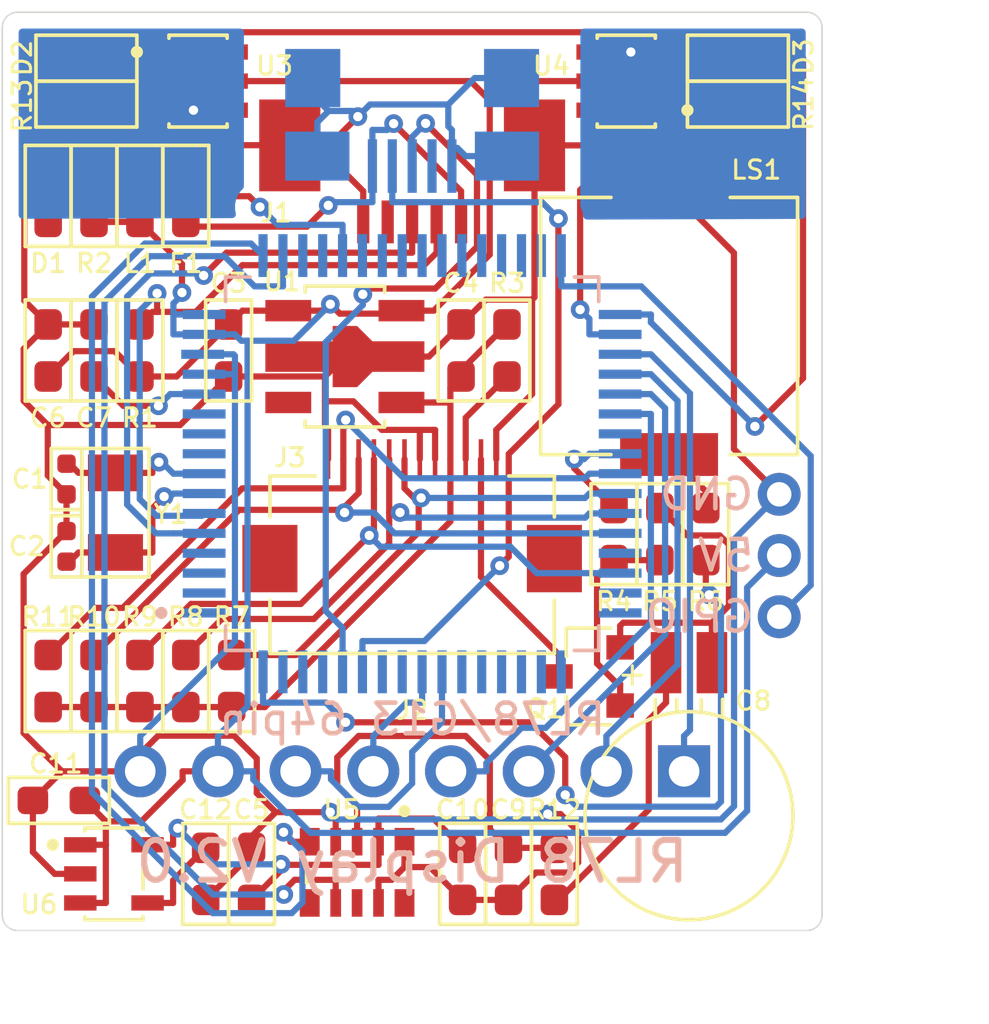
<source format=kicad_pcb>
(kicad_pcb (version 20171130) (host pcbnew "(5.1.9-0-10_14)")

  (general
    (thickness 1.6)
    (drawings 15)
    (tracks 538)
    (zones 0)
    (modules 47)
    (nets 45)
  )

  (page A4)
  (title_block
    (title RL78Display)
    (date 2021-06-20)
    (rev V2.0)
    (company https://github.com/KimiakiK)
  )

  (layers
    (0 F.Cu signal)
    (31 B.Cu signal)
    (32 B.Adhes user)
    (33 F.Adhes user)
    (34 B.Paste user)
    (35 F.Paste user)
    (36 B.SilkS user)
    (37 F.SilkS user)
    (38 B.Mask user)
    (39 F.Mask user)
    (40 Dwgs.User user)
    (41 Cmts.User user)
    (42 Eco1.User user)
    (43 Eco2.User user)
    (44 Edge.Cuts user)
    (45 Margin user)
    (46 B.CrtYd user hide)
    (47 F.CrtYd user hide)
    (48 B.Fab user hide)
    (49 F.Fab user hide)
  )

  (setup
    (last_trace_width 0.2032)
    (trace_clearance 0.2032)
    (zone_clearance 0.508)
    (zone_45_only no)
    (trace_min 0.2032)
    (via_size 0.6096)
    (via_drill 0.3048)
    (via_min_size 0.6096)
    (via_min_drill 0.3048)
    (uvia_size 0.2032)
    (uvia_drill 0.1016)
    (uvias_allowed no)
    (uvia_min_size 0.2032)
    (uvia_min_drill 0.1016)
    (edge_width 0.05)
    (segment_width 0.2)
    (pcb_text_width 0.3)
    (pcb_text_size 1.5 1.5)
    (mod_edge_width 0.12)
    (mod_text_size 1 1)
    (mod_text_width 0.15)
    (pad_size 1.524 1.524)
    (pad_drill 0.762)
    (pad_to_mask_clearance 0)
    (aux_axis_origin 0 0)
    (visible_elements FFFFFF7F)
    (pcbplotparams
      (layerselection 0x010fc_ffffffff)
      (usegerberextensions true)
      (usegerberattributes false)
      (usegerberadvancedattributes false)
      (creategerberjobfile false)
      (excludeedgelayer true)
      (linewidth 0.100000)
      (plotframeref false)
      (viasonmask false)
      (mode 1)
      (useauxorigin false)
      (hpglpennumber 1)
      (hpglpenspeed 20)
      (hpglpendiameter 15.000000)
      (psnegative false)
      (psa4output false)
      (plotreference true)
      (plotvalue true)
      (plotinvisibletext false)
      (padsonsilk false)
      (subtractmaskfromsilk false)
      (outputformat 1)
      (mirror false)
      (drillshape 0)
      (scaleselection 1)
      (outputdirectory "RL78Display/"))
  )

  (net 0 "")
  (net 1 XT1)
  (net 2 XT2)
  (net 3 +5V)
  (net 4 LED_Status)
  (net 5 "Net-(D1-Pad2)")
  (net 6 "Net-(F1-Pad1)")
  (net 7 "Net-(F1-Pad2)")
  (net 8 TOOL0)
  (net 9 NRST)
  (net 10 POS_V)
  (net 11 POS_H)
  (net 12 SW_D)
  (net 13 SW_C)
  (net 14 SW_B)
  (net 15 SW_A)
  (net 16 TFT_RESET)
  (net 17 TFT_SDA)
  (net 18 TFT_SCL)
  (net 19 TFT_CS)
  (net 20 TFT_DC)
  (net 21 "Net-(J3-Pad3)")
  (net 22 TFT_LEDK)
  (net 23 "Net-(LS1-Pad1)")
  (net 24 "Net-(Q1-Pad1)")
  (net 25 TFT_LED)
  (net 26 BUZZER)
  (net 27 SW_L)
  (net 28 SW_R)
  (net 29 GND)
  (net 30 +3V3)
  (net 31 "Net-(C7-Pad1)")
  (net 32 "Net-(C8-Pad1)")
  (net 33 "Net-(C9-Pad1)")
  (net 34 +3V0)
  (net 35 "Net-(C12-Pad1)")
  (net 36 "Net-(D2-Pad2)")
  (net 37 "Net-(D3-Pad2)")
  (net 38 UART1_TX)
  (net 39 UART1_RX)
  (net 40 GPIO)
  (net 41 RTC_SCL)
  (net 42 RTC_SDA)
  (net 43 "Net-(U3-Pad3)")
  (net 44 "Net-(U4-Pad3)")

  (net_class Default "This is the default net class."
    (clearance 0.2032)
    (trace_width 0.2032)
    (via_dia 0.6096)
    (via_drill 0.3048)
    (uvia_dia 0.2032)
    (uvia_drill 0.1016)
    (diff_pair_width 0.2032)
    (diff_pair_gap 0.2032)
    (add_net +3V0)
    (add_net +3V3)
    (add_net +5V)
    (add_net BUZZER)
    (add_net GND)
    (add_net GPIO)
    (add_net LED_Status)
    (add_net NRST)
    (add_net "Net-(C12-Pad1)")
    (add_net "Net-(C7-Pad1)")
    (add_net "Net-(C8-Pad1)")
    (add_net "Net-(C9-Pad1)")
    (add_net "Net-(D1-Pad2)")
    (add_net "Net-(D2-Pad2)")
    (add_net "Net-(D3-Pad2)")
    (add_net "Net-(F1-Pad1)")
    (add_net "Net-(F1-Pad2)")
    (add_net "Net-(J3-Pad3)")
    (add_net "Net-(LS1-Pad1)")
    (add_net "Net-(Q1-Pad1)")
    (add_net "Net-(U3-Pad3)")
    (add_net "Net-(U4-Pad3)")
    (add_net POS_H)
    (add_net POS_V)
    (add_net RTC_SCL)
    (add_net RTC_SDA)
    (add_net SW_A)
    (add_net SW_B)
    (add_net SW_C)
    (add_net SW_D)
    (add_net SW_L)
    (add_net SW_R)
    (add_net TFT_CS)
    (add_net TFT_DC)
    (add_net TFT_LED)
    (add_net TFT_LEDK)
    (add_net TFT_RESET)
    (add_net TFT_SCL)
    (add_net TFT_SDA)
    (add_net TOOL0)
    (add_net UART1_RX)
    (add_net UART1_TX)
    (add_net XT1)
    (add_net XT2)
  )

  (module Connector_PinHeader_2.54mm:PinHeader_1x08_P2.54mm_Vertical (layer F.Cu) (tedit 60CF1EC2) (tstamp 6071B097)
    (at 8.89 10.05 270)
    (descr "Through hole straight pin header, 1x08, 2.54mm pitch, single row")
    (tags "Through hole pin header THT 1x08 2.54mm single row")
    (path /6071DBAC)
    (fp_text reference J2 (at -2 8.89 180) (layer F.SilkS)
      (effects (font (size 0.6 0.6) (thickness 0.1)))
    )
    (fp_text value breadboardController (at 0 20.11 270) (layer F.Fab)
      (effects (font (size 1 1) (thickness 0.15)))
    )
    (fp_line (start -0.635 -1.27) (end 1.27 -1.27) (layer F.Fab) (width 0.1))
    (fp_line (start 1.27 -1.27) (end 1.27 19.05) (layer F.Fab) (width 0.1))
    (fp_line (start 1.27 19.05) (end -1.27 19.05) (layer F.Fab) (width 0.1))
    (fp_line (start -1.27 19.05) (end -1.27 -0.635) (layer F.Fab) (width 0.1))
    (fp_line (start -1.27 -0.635) (end -0.635 -1.27) (layer F.Fab) (width 0.1))
    (fp_line (start -1.8 -1.8) (end -1.8 19.55) (layer F.CrtYd) (width 0.05))
    (fp_line (start -1.8 19.55) (end 1.8 19.55) (layer F.CrtYd) (width 0.05))
    (fp_line (start 1.8 19.55) (end 1.8 -1.8) (layer F.CrtYd) (width 0.05))
    (fp_line (start 1.8 -1.8) (end -1.8 -1.8) (layer F.CrtYd) (width 0.05))
    (fp_text user %R (at 0 8.89) (layer F.Fab)
      (effects (font (size 1 1) (thickness 0.15)))
    )
    (pad 8 thru_hole oval (at 0 17.78 270) (size 1.7 1.7) (drill 1) (layers *.Cu *.Mask)
      (net 29 GND))
    (pad 7 thru_hole oval (at 0 15.24 270) (size 1.7 1.7) (drill 1) (layers *.Cu *.Mask)
      (net 3 +5V))
    (pad 6 thru_hole oval (at 0 12.7 270) (size 1.7 1.7) (drill 1) (layers *.Cu *.Mask)
      (net 10 POS_V))
    (pad 5 thru_hole oval (at 0 10.16 270) (size 1.7 1.7) (drill 1) (layers *.Cu *.Mask)
      (net 11 POS_H))
    (pad 4 thru_hole oval (at 0 7.62 270) (size 1.7 1.7) (drill 1) (layers *.Cu *.Mask)
      (net 12 SW_D))
    (pad 3 thru_hole oval (at 0 5.08 270) (size 1.7 1.7) (drill 1) (layers *.Cu *.Mask)
      (net 13 SW_C))
    (pad 2 thru_hole oval (at 0 2.54 270) (size 1.7 1.7) (drill 1) (layers *.Cu *.Mask)
      (net 14 SW_B))
    (pad 1 thru_hole rect (at 0 0 270) (size 1.7 1.7) (drill 1) (layers *.Cu *.Mask)
      (net 15 SW_A))
    (model ${KISYS3DMOD}/Connector_PinHeader_2.54mm.3dshapes/PinHeader_1x08_P2.54mm_Vertical.wrl
      (at (xyz 0 0 0))
      (scale (xyz 1 1 1))
      (rotate (xyz 0 0 0))
    )
  )

  (module RL78Display:SOT-23-5 (layer F.Cu) (tedit 60CF0347) (tstamp 60CF2D4B)
    (at -9.75 13.4)
    (descr "5-pin SOT23 package")
    (tags SOT-23-5)
    (path /60DA2871)
    (attr smd)
    (fp_text reference U6 (at -2.45 1) (layer F.SilkS)
      (effects (font (size 0.6 0.6) (thickness 0.1)))
    )
    (fp_text value NJM2864 (at 0 2.9) (layer F.Fab)
      (effects (font (size 1 1) (thickness 0.15)))
    )
    (fp_line (start 0.95 1.5) (end 0.95 1.4) (layer F.SilkS) (width 0.12))
    (fp_line (start -0.95 1.5) (end 0.95 1.5) (layer F.SilkS) (width 0.12))
    (fp_line (start -0.95 1.4) (end -0.95 1.5) (layer F.SilkS) (width 0.12))
    (fp_line (start -0.95 -1.5) (end -0.95 -1.4) (layer F.SilkS) (width 0.12))
    (fp_line (start 0.95 -1.5) (end -0.95 -1.5) (layer F.SilkS) (width 0.12))
    (fp_line (start 0.95 -1.4) (end 0.95 -1.5) (layer F.SilkS) (width 0.12))
    (fp_line (start 0.95 -0.5) (end 0.95 0.5) (layer F.SilkS) (width 0.12))
    (fp_line (start -1.4 -1.45) (end 1.4 -1.45) (layer F.CrtYd) (width 0.05))
    (fp_line (start 1.4 -1.45) (end 1.4 1.45) (layer F.CrtYd) (width 0.05))
    (fp_line (start 1.4 1.45) (end -1.4 1.45) (layer F.CrtYd) (width 0.05))
    (fp_line (start -1.4 1.45) (end -1.4 -1.45) (layer F.CrtYd) (width 0.05))
    (fp_line (start -0.9 -0.9) (end -0.25 -1.55) (layer F.Fab) (width 0.1))
    (fp_line (start 0.9 -1.55) (end -0.25 -1.55) (layer F.Fab) (width 0.1))
    (fp_line (start -0.9 -0.9) (end -0.9 1.55) (layer F.Fab) (width 0.1))
    (fp_line (start 0.9 1.55) (end -0.9 1.55) (layer F.Fab) (width 0.1))
    (fp_line (start 0.9 -1.55) (end 0.9 1.55) (layer F.Fab) (width 0.1))
    (fp_circle (center -2 -0.95) (end -1.9 -0.95) (layer F.SilkS) (width 0.2))
    (fp_text user %R (at 0 0 90) (layer F.Fab)
      (effects (font (size 0.5 0.5) (thickness 0.075)))
    )
    (pad 5 smd rect (at 1.1 -0.95) (size 1.06 0.5) (layers F.Cu F.Paste F.Mask)
      (net 34 +3V0))
    (pad 4 smd rect (at 1.1 0.95) (size 1.06 0.5) (layers F.Cu F.Paste F.Mask)
      (net 35 "Net-(C12-Pad1)"))
    (pad 3 smd rect (at -1.1 0.95) (size 1.06 0.5) (layers F.Cu F.Paste F.Mask)
      (net 3 +5V))
    (pad 2 smd rect (at -1.1 0) (size 1.06 0.5) (layers F.Cu F.Paste F.Mask)
      (net 29 GND))
    (pad 1 smd rect (at -1.1 -0.95) (size 1.06 0.5) (layers F.Cu F.Paste F.Mask)
      (net 3 +5V))
    (model ${KISYS3DMOD}/Package_TO_SOT_SMD.3dshapes/SOT-23-5.wrl
      (at (xyz 0 0 0))
      (scale (xyz 1 1 1))
      (rotate (xyz 0 0 0))
    )
  )

  (module RL78Display:SOT-23-6 (layer F.Cu) (tedit 60CF037C) (tstamp 60CF2D1B)
    (at 7 -12.5 180)
    (descr "6-pin SOT-23 package")
    (tags SOT-23-6)
    (path /60DF9A1A)
    (attr smd)
    (fp_text reference U4 (at 2.45 0.5) (layer F.SilkS)
      (effects (font (size 0.6 0.6) (thickness 0.1)))
    )
    (fp_text value TTP223 (at 0 2.9) (layer F.Fab)
      (effects (font (size 1 1) (thickness 0.15)))
    )
    (fp_circle (center -2 -0.95) (end -1.9 -0.95) (layer F.SilkS) (width 0.2))
    (fp_line (start 1.5 -1.5) (end -1.5 -1.5) (layer F.CrtYd) (width 0.05))
    (fp_line (start 1.5 1.5) (end 1.5 -1.5) (layer F.CrtYd) (width 0.05))
    (fp_line (start -1.5 1.5) (end 1.5 1.5) (layer F.CrtYd) (width 0.05))
    (fp_line (start -1.5 -1.5) (end -1.5 1.5) (layer F.CrtYd) (width 0.05))
    (fp_line (start -0.9 -0.9) (end -0.25 -1.55) (layer F.Fab) (width 0.1))
    (fp_line (start 0.9 -1.55) (end -0.25 -1.55) (layer F.Fab) (width 0.1))
    (fp_line (start -0.9 -0.9) (end -0.9 1.55) (layer F.Fab) (width 0.1))
    (fp_line (start 0.9 1.55) (end -0.9 1.55) (layer F.Fab) (width 0.1))
    (fp_line (start 0.9 -1.55) (end 0.9 1.55) (layer F.Fab) (width 0.1))
    (fp_line (start 0.95 -1.4) (end 0.95 -1.5) (layer F.SilkS) (width 0.12))
    (fp_line (start 0.95 -1.5) (end -0.95 -1.5) (layer F.SilkS) (width 0.12))
    (fp_line (start -0.95 -1.5) (end -0.95 -1.4) (layer F.SilkS) (width 0.12))
    (fp_line (start -0.95 1.4) (end -0.95 1.5) (layer F.SilkS) (width 0.12))
    (fp_line (start -0.95 1.5) (end 0.95 1.5) (layer F.SilkS) (width 0.12))
    (fp_line (start 0.95 1.5) (end 0.95 1.4) (layer F.SilkS) (width 0.12))
    (fp_text user %R (at 0 0 90) (layer F.Fab)
      (effects (font (size 0.5 0.5) (thickness 0.075)))
    )
    (pad 5 smd rect (at 1.1 0 180) (size 1.06 0.5) (layers F.Cu F.Paste F.Mask)
      (net 3 +5V))
    (pad 6 smd rect (at 1.1 -0.95 180) (size 1.06 0.5) (layers F.Cu F.Paste F.Mask))
    (pad 4 smd rect (at 1.1 0.95 180) (size 1.06 0.5) (layers F.Cu F.Paste F.Mask))
    (pad 3 smd rect (at -1.1 0.95 180) (size 1.06 0.5) (layers F.Cu F.Paste F.Mask)
      (net 44 "Net-(U4-Pad3)"))
    (pad 2 smd rect (at -1.1 0 180) (size 1.06 0.5) (layers F.Cu F.Paste F.Mask)
      (net 29 GND))
    (pad 1 smd rect (at -1.1 -0.95 180) (size 1.06 0.5) (layers F.Cu F.Paste F.Mask)
      (net 28 SW_R))
    (model ${KISYS3DMOD}/Package_TO_SOT_SMD.3dshapes/SOT-23-6.wrl
      (at (xyz 0 0 0))
      (scale (xyz 1 1 1))
      (rotate (xyz 0 0 0))
    )
  )

  (module RL78Display:SOT-23-6 (layer F.Cu) (tedit 60CF037C) (tstamp 60CF2D00)
    (at -7 -12.5)
    (descr "6-pin SOT-23 package")
    (tags SOT-23-6)
    (path /60DDA3BB)
    (attr smd)
    (fp_text reference U3 (at 2.5 -0.5 180) (layer F.SilkS)
      (effects (font (size 0.6 0.6) (thickness 0.1)))
    )
    (fp_text value TTP223 (at 0 2.9) (layer F.Fab)
      (effects (font (size 1 1) (thickness 0.15)))
    )
    (fp_line (start 0.95 1.5) (end 0.95 1.4) (layer F.SilkS) (width 0.12))
    (fp_line (start -0.95 1.5) (end 0.95 1.5) (layer F.SilkS) (width 0.12))
    (fp_line (start -0.95 1.4) (end -0.95 1.5) (layer F.SilkS) (width 0.12))
    (fp_line (start -0.95 -1.5) (end -0.95 -1.4) (layer F.SilkS) (width 0.12))
    (fp_line (start 0.95 -1.5) (end -0.95 -1.5) (layer F.SilkS) (width 0.12))
    (fp_line (start 0.95 -1.4) (end 0.95 -1.5) (layer F.SilkS) (width 0.12))
    (fp_line (start 0.9 -1.55) (end 0.9 1.55) (layer F.Fab) (width 0.1))
    (fp_line (start 0.9 1.55) (end -0.9 1.55) (layer F.Fab) (width 0.1))
    (fp_line (start -0.9 -0.9) (end -0.9 1.55) (layer F.Fab) (width 0.1))
    (fp_line (start 0.9 -1.55) (end -0.25 -1.55) (layer F.Fab) (width 0.1))
    (fp_line (start -0.9 -0.9) (end -0.25 -1.55) (layer F.Fab) (width 0.1))
    (fp_line (start -1.5 -1.5) (end -1.5 1.5) (layer F.CrtYd) (width 0.05))
    (fp_line (start -1.5 1.5) (end 1.5 1.5) (layer F.CrtYd) (width 0.05))
    (fp_line (start 1.5 1.5) (end 1.5 -1.5) (layer F.CrtYd) (width 0.05))
    (fp_line (start 1.5 -1.5) (end -1.5 -1.5) (layer F.CrtYd) (width 0.05))
    (fp_circle (center -2 -0.95) (end -1.9 -0.95) (layer F.SilkS) (width 0.2))
    (fp_text user %R (at 0 0 90) (layer F.Fab)
      (effects (font (size 0.5 0.5) (thickness 0.075)))
    )
    (pad 1 smd rect (at -1.1 -0.95) (size 1.06 0.5) (layers F.Cu F.Paste F.Mask)
      (net 27 SW_L))
    (pad 2 smd rect (at -1.1 0) (size 1.06 0.5) (layers F.Cu F.Paste F.Mask)
      (net 29 GND))
    (pad 3 smd rect (at -1.1 0.95) (size 1.06 0.5) (layers F.Cu F.Paste F.Mask)
      (net 43 "Net-(U3-Pad3)"))
    (pad 4 smd rect (at 1.1 0.95) (size 1.06 0.5) (layers F.Cu F.Paste F.Mask))
    (pad 6 smd rect (at 1.1 -0.95) (size 1.06 0.5) (layers F.Cu F.Paste F.Mask))
    (pad 5 smd rect (at 1.1 0) (size 1.06 0.5) (layers F.Cu F.Paste F.Mask)
      (net 3 +5V))
    (model ${KISYS3DMOD}/Package_TO_SOT_SMD.3dshapes/SOT-23-6.wrl
      (at (xyz 0 0 0))
      (scale (xyz 1 1 1))
      (rotate (xyz 0 0 0))
    )
  )

  (module RL78Display:ZX62-B-5PA (layer B.Cu) (tedit 60CF1BB7) (tstamp 60CF2981)
    (at 0 -12.6)
    (descr "Micro USB connector")
    (tags "Micro USB connector")
    (path /60D808B7)
    (fp_text reference J4 (at 0 4.5) (layer B.SilkS) hide
      (effects (font (size 1 1) (thickness 0.15)) (justify mirror))
    )
    (fp_text value USB_B_Micro (at 0 -3.6) (layer B.Fab)
      (effects (font (size 1 1) (thickness 0.15)) (justify mirror))
    )
    (fp_line (start -3.75 2.85) (end 3.75 2.85) (layer B.CrtYd) (width 0.12))
    (fp_line (start 3.75 2.85) (end 3.75 -2.15) (layer B.CrtYd) (width 0.12))
    (fp_line (start 3.75 -2.15) (end -3.75 -2.15) (layer B.CrtYd) (width 0.12))
    (fp_line (start -3.75 -2.15) (end -3.75 2.85) (layer B.CrtYd) (width 0.12))
    (pad 6 smd rect (at 3.25 0) (size 1.8 1.9) (layers B.Cu B.Paste B.Mask)
      (net 29 GND))
    (pad 6 smd rect (at -3.25 0) (size 1.8 1.9) (layers B.Cu B.Paste B.Mask)
      (net 29 GND))
    (pad 6 smd rect (at 3.1 2.55) (size 2.1 1.6) (layers B.Cu B.Paste B.Mask)
      (net 29 GND))
    (pad 6 smd rect (at -3.1 2.55) (size 2.1 1.6) (layers B.Cu B.Paste B.Mask)
      (net 29 GND))
    (pad 5 smd rect (at 1.3 2.875) (size 0.3 1.75) (layers B.Cu B.Paste B.Mask)
      (net 29 GND))
    (pad 4 smd rect (at 0.65 2.875) (size 0.3 1.75) (layers B.Cu B.Paste B.Mask))
    (pad 3 smd rect (at 0 2.875) (size 0.3 1.75) (layers B.Cu B.Paste B.Mask)
      (net 38 UART1_TX))
    (pad 2 smd rect (at -0.65 2.875) (size 0.3 1.75) (layers B.Cu B.Paste B.Mask)
      (net 39 UART1_RX))
    (pad 1 smd rect (at -1.3 2.875) (size 0.3 1.75) (layers B.Cu B.Paste B.Mask)
      (net 7 "Net-(F1-Pad2)"))
  )

  (module RL78Display:UX60SC-MB-5ST (layer F.Cu) (tedit 60CF0F86) (tstamp 6071B07B)
    (at 0 -14.9 180)
    (descr "Mini USB Connector")
    (tags "Mini USB Connector")
    (path /6071A79F)
    (fp_text reference J1 (at 4.45 -6.7) (layer F.SilkS)
      (effects (font (size 0.6 0.6) (thickness 0.1)))
    )
    (fp_text value USB_B_Mini (at 0 1.5) (layer F.Fab)
      (effects (font (size 1 1) (thickness 0.15)))
    )
    (fp_line (start -3.85 -7) (end 3.85 -7) (layer F.CrtYd) (width 0.12))
    (fp_line (start 3.85 -7) (end 3.85 0) (layer F.CrtYd) (width 0.12))
    (fp_line (start 3.85 0) (end -3.85 0) (layer F.CrtYd) (width 0.12))
    (fp_line (start -3.85 0) (end -3.85 -7) (layer F.CrtYd) (width 0.12))
    (pad 6 smd rect (at 4 -4.5) (size 2 3) (layers F.Cu F.Paste F.Mask)
      (net 29 GND))
    (pad 6 smd rect (at -4 -4.5) (size 2 3) (layers F.Cu F.Paste F.Mask)
      (net 29 GND))
    (pad 5 smd rect (at 1.6 -7 180) (size 0.4 1.4) (layers F.Cu F.Paste F.Mask)
      (net 29 GND))
    (pad 4 smd rect (at 0.8 -7 180) (size 0.4 1.4) (layers F.Cu F.Paste F.Mask))
    (pad 3 smd rect (at 0 -7 180) (size 0.4 1.4) (layers F.Cu F.Paste F.Mask)
      (net 8 TOOL0))
    (pad 2 smd rect (at -0.8 -7 180) (size 0.4 1.4) (layers F.Cu F.Paste F.Mask)
      (net 9 NRST))
    (pad 1 smd rect (at -1.6 -7 180) (size 0.4 1.4) (layers F.Cu F.Paste F.Mask)
      (net 7 "Net-(F1-Pad2)"))
  )

  (module RL78Display:RX8900CE (layer F.Cu) (tedit 60CF0302) (tstamp 60CF2D30)
    (at -1.8 13.35 270)
    (path /60D0E9B2)
    (fp_text reference U5 (at -2.05 0.5 180) (layer F.SilkS)
      (effects (font (size 0.6 0.6) (thickness 0.1)))
    )
    (fp_text value RX8900CE (at 0 5 90) (layer F.Fab)
      (effects (font (size 1 1) (thickness 0.15)))
    )
    (fp_line (start -0.35 1.65) (end 0.35 1.65) (layer F.SilkS) (width 0.12))
    (fp_line (start -0.35 -1.65) (end 0.35 -1.65) (layer F.SilkS) (width 0.12))
    (fp_line (start -1.25 1.6) (end -1.25 -1.6) (layer F.CrtYd) (width 0.05))
    (fp_line (start 1.25 1.6) (end -1.25 1.6) (layer F.CrtYd) (width 0.05))
    (fp_line (start 1.25 -1.6) (end 1.25 1.6) (layer F.CrtYd) (width 0.05))
    (fp_line (start -1.25 -1.6) (end 1.25 -1.6) (layer F.CrtYd) (width 0.05))
    (fp_circle (center -2 -1.55) (end -1.9 -1.55) (layer F.SilkS) (width 0.2))
    (pad 10 smd rect (at 1 -1.55 270) (size 0.9 0.65) (layers F.Cu F.Paste F.Mask))
    (pad 9 smd rect (at 1 -0.7 270) (size 0.9 0.35) (layers F.Cu F.Paste F.Mask)
      (net 29 GND))
    (pad 8 smd rect (at 1 0 270) (size 0.9 0.35) (layers F.Cu F.Paste F.Mask))
    (pad 7 smd rect (at 1 0.7 270) (size 0.9 0.35) (layers F.Cu F.Paste F.Mask)
      (net 42 RTC_SDA))
    (pad 6 smd rect (at 1 1.55 270) (size 0.9 0.65) (layers F.Cu F.Paste F.Mask))
    (pad 5 smd rect (at -1 1.55 270) (size 0.9 0.65) (layers F.Cu F.Paste F.Mask)
      (net 41 RTC_SCL))
    (pad 4 smd rect (at -1 0.7 270) (size 0.9 0.35) (layers F.Cu F.Paste F.Mask)
      (net 29 GND))
    (pad 3 smd rect (at -1 0 270) (size 0.9 0.35) (layers F.Cu F.Paste F.Mask)
      (net 33 "Net-(C9-Pad1)"))
    (pad 2 smd rect (at -1 -0.7 270) (size 0.9 0.35) (layers F.Cu F.Paste F.Mask)
      (net 34 +3V0))
    (pad 1 smd rect (at -1 -1.55 270) (size 0.9 0.65) (layers F.Cu F.Paste F.Mask)
      (net 29 GND))
  )

  (module RL78Display:1608Metric (layer F.Cu) (tedit 606EDCAD) (tstamp 60CF2BB0)
    (at 10.65 -11.75 180)
    (descr "SMD 0603 (1608 Metric)")
    (path /60E579B4)
    (attr smd)
    (fp_text reference R14 (at -2.15 0 90) (layer F.SilkS)
      (effects (font (size 0.6 0.6) (thickness 0.1)))
    )
    (fp_text value R (at 0 1.778) (layer F.Fab)
      (effects (font (size 1 1) (thickness 0.15)))
    )
    (fp_line (start -1.65 -0.75) (end -1.65 0.75) (layer F.SilkS) (width 0.12))
    (fp_line (start 1.65 -0.75) (end 1.65 0.75) (layer F.SilkS) (width 0.12))
    (fp_line (start -0.8 0.4) (end -0.8 -0.4) (layer F.Fab) (width 0.1))
    (fp_line (start -0.8 -0.4) (end 0.8 -0.4) (layer F.Fab) (width 0.1))
    (fp_line (start 0.8 -0.4) (end 0.8 0.4) (layer F.Fab) (width 0.1))
    (fp_line (start 0.8 0.4) (end -0.8 0.4) (layer F.Fab) (width 0.1))
    (fp_line (start -1.65 -0.75) (end 1.65 -0.75) (layer F.SilkS) (width 0.12))
    (fp_line (start -1.65 0.75) (end 1.65 0.75) (layer F.SilkS) (width 0.12))
    (fp_line (start -1.6 0.7) (end -1.6 -0.7) (layer F.CrtYd) (width 0.05))
    (fp_line (start -1.6 -0.7) (end 1.6 -0.7) (layer F.CrtYd) (width 0.05))
    (fp_line (start 1.6 -0.7) (end 1.6 0.7) (layer F.CrtYd) (width 0.05))
    (fp_line (start 1.6 0.7) (end -1.6 0.7) (layer F.CrtYd) (width 0.05))
    (fp_text user %R (at 0 0) (layer F.Fab)
      (effects (font (size 0.4 0.4) (thickness 0.06)))
    )
    (pad 1 smd roundrect (at -0.85 0 180) (size 1 0.9) (layers F.Cu F.Paste F.Mask) (roundrect_rratio 0.25)
      (net 37 "Net-(D3-Pad2)"))
    (pad 2 smd roundrect (at 0.85 0 180) (size 1 0.9) (layers F.Cu F.Paste F.Mask) (roundrect_rratio 0.25)
      (net 28 SW_R))
    (model ${KISYS3DMOD}/Capacitor_SMD.3dshapes/C_0603_1608Metric.wrl
      (at (xyz 0 0 0))
      (scale (xyz 1 1 1))
      (rotate (xyz 0 0 0))
    )
  )

  (module RL78Display:1608Metric (layer F.Cu) (tedit 606EDCAD) (tstamp 60CF2B9D)
    (at -10.65 -11.75)
    (descr "SMD 0603 (1608 Metric)")
    (path /60E3DB68)
    (attr smd)
    (fp_text reference R13 (at -2.1 0.05 90) (layer F.SilkS)
      (effects (font (size 0.6 0.6) (thickness 0.1)))
    )
    (fp_text value R (at 0 1.778) (layer F.Fab)
      (effects (font (size 1 1) (thickness 0.15)))
    )
    (fp_line (start -1.65 -0.75) (end -1.65 0.75) (layer F.SilkS) (width 0.12))
    (fp_line (start 1.65 -0.75) (end 1.65 0.75) (layer F.SilkS) (width 0.12))
    (fp_line (start -0.8 0.4) (end -0.8 -0.4) (layer F.Fab) (width 0.1))
    (fp_line (start -0.8 -0.4) (end 0.8 -0.4) (layer F.Fab) (width 0.1))
    (fp_line (start 0.8 -0.4) (end 0.8 0.4) (layer F.Fab) (width 0.1))
    (fp_line (start 0.8 0.4) (end -0.8 0.4) (layer F.Fab) (width 0.1))
    (fp_line (start -1.65 -0.75) (end 1.65 -0.75) (layer F.SilkS) (width 0.12))
    (fp_line (start -1.65 0.75) (end 1.65 0.75) (layer F.SilkS) (width 0.12))
    (fp_line (start -1.6 0.7) (end -1.6 -0.7) (layer F.CrtYd) (width 0.05))
    (fp_line (start -1.6 -0.7) (end 1.6 -0.7) (layer F.CrtYd) (width 0.05))
    (fp_line (start 1.6 -0.7) (end 1.6 0.7) (layer F.CrtYd) (width 0.05))
    (fp_line (start 1.6 0.7) (end -1.6 0.7) (layer F.CrtYd) (width 0.05))
    (fp_text user %R (at 0 0) (layer F.Fab)
      (effects (font (size 0.4 0.4) (thickness 0.06)))
    )
    (pad 1 smd roundrect (at -0.85 0) (size 1 0.9) (layers F.Cu F.Paste F.Mask) (roundrect_rratio 0.25)
      (net 36 "Net-(D2-Pad2)"))
    (pad 2 smd roundrect (at 0.85 0) (size 1 0.9) (layers F.Cu F.Paste F.Mask) (roundrect_rratio 0.25)
      (net 27 SW_L))
    (model ${KISYS3DMOD}/Capacitor_SMD.3dshapes/C_0603_1608Metric.wrl
      (at (xyz 0 0 0))
      (scale (xyz 1 1 1))
      (rotate (xyz 0 0 0))
    )
  )

  (module RL78Display:1608Metric (layer F.Cu) (tedit 606EDCAD) (tstamp 60CF2B8A)
    (at 4.65 13.4 270)
    (descr "SMD 0603 (1608 Metric)")
    (path /60D46CBD)
    (attr smd)
    (fp_text reference R12 (at -2.1 0 180) (layer F.SilkS)
      (effects (font (size 0.6 0.6) (thickness 0.1)))
    )
    (fp_text value 1k (at 0 1.778 90) (layer F.Fab)
      (effects (font (size 1 1) (thickness 0.15)))
    )
    (fp_line (start -1.65 -0.75) (end -1.65 0.75) (layer F.SilkS) (width 0.12))
    (fp_line (start 1.65 -0.75) (end 1.65 0.75) (layer F.SilkS) (width 0.12))
    (fp_line (start -0.8 0.4) (end -0.8 -0.4) (layer F.Fab) (width 0.1))
    (fp_line (start -0.8 -0.4) (end 0.8 -0.4) (layer F.Fab) (width 0.1))
    (fp_line (start 0.8 -0.4) (end 0.8 0.4) (layer F.Fab) (width 0.1))
    (fp_line (start 0.8 0.4) (end -0.8 0.4) (layer F.Fab) (width 0.1))
    (fp_line (start -1.65 -0.75) (end 1.65 -0.75) (layer F.SilkS) (width 0.12))
    (fp_line (start -1.65 0.75) (end 1.65 0.75) (layer F.SilkS) (width 0.12))
    (fp_line (start -1.6 0.7) (end -1.6 -0.7) (layer F.CrtYd) (width 0.05))
    (fp_line (start -1.6 -0.7) (end 1.6 -0.7) (layer F.CrtYd) (width 0.05))
    (fp_line (start 1.6 -0.7) (end 1.6 0.7) (layer F.CrtYd) (width 0.05))
    (fp_line (start 1.6 0.7) (end -1.6 0.7) (layer F.CrtYd) (width 0.05))
    (fp_text user %R (at 0 0 90) (layer F.Fab)
      (effects (font (size 0.4 0.4) (thickness 0.06)))
    )
    (pad 1 smd roundrect (at -0.85 0 270) (size 1 0.9) (layers F.Cu F.Paste F.Mask) (roundrect_rratio 0.25)
      (net 33 "Net-(C9-Pad1)"))
    (pad 2 smd roundrect (at 0.85 0 270) (size 1 0.9) (layers F.Cu F.Paste F.Mask) (roundrect_rratio 0.25)
      (net 32 "Net-(C8-Pad1)"))
    (model ${KISYS3DMOD}/Capacitor_SMD.3dshapes/C_0603_1608Metric.wrl
      (at (xyz 0 0 0))
      (scale (xyz 1 1 1))
      (rotate (xyz 0 0 0))
    )
  )

  (module RL78Display:1608Metric (layer F.Cu) (tedit 606EDCAD) (tstamp 60CF28AE)
    (at 10.65 -13.25 180)
    (descr "SMD 0603 (1608 Metric)")
    (path /60E579AA)
    (attr smd)
    (fp_text reference D3 (at -2.15 0.05 90) (layer F.SilkS)
      (effects (font (size 0.6 0.6) (thickness 0.1)))
    )
    (fp_text value SW_R (at 0 1.778) (layer F.Fab)
      (effects (font (size 1 1) (thickness 0.15)))
    )
    (fp_line (start -1.65 -0.75) (end -1.65 0.75) (layer F.SilkS) (width 0.12))
    (fp_line (start 1.65 -0.75) (end 1.65 0.75) (layer F.SilkS) (width 0.12))
    (fp_line (start -0.8 0.4) (end -0.8 -0.4) (layer F.Fab) (width 0.1))
    (fp_line (start -0.8 -0.4) (end 0.8 -0.4) (layer F.Fab) (width 0.1))
    (fp_line (start 0.8 -0.4) (end 0.8 0.4) (layer F.Fab) (width 0.1))
    (fp_line (start 0.8 0.4) (end -0.8 0.4) (layer F.Fab) (width 0.1))
    (fp_line (start -1.65 -0.75) (end 1.65 -0.75) (layer F.SilkS) (width 0.12))
    (fp_line (start -1.65 0.75) (end 1.65 0.75) (layer F.SilkS) (width 0.12))
    (fp_line (start -1.6 0.7) (end -1.6 -0.7) (layer F.CrtYd) (width 0.05))
    (fp_line (start -1.6 -0.7) (end 1.6 -0.7) (layer F.CrtYd) (width 0.05))
    (fp_line (start 1.6 -0.7) (end 1.6 0.7) (layer F.CrtYd) (width 0.05))
    (fp_line (start 1.6 0.7) (end -1.6 0.7) (layer F.CrtYd) (width 0.05))
    (fp_text user %R (at 0 0) (layer F.Fab)
      (effects (font (size 0.4 0.4) (thickness 0.06)))
    )
    (pad 1 smd roundrect (at -0.85 0 180) (size 1 0.9) (layers F.Cu F.Paste F.Mask) (roundrect_rratio 0.25)
      (net 29 GND))
    (pad 2 smd roundrect (at 0.85 0 180) (size 1 0.9) (layers F.Cu F.Paste F.Mask) (roundrect_rratio 0.25)
      (net 37 "Net-(D3-Pad2)"))
    (model ${KISYS3DMOD}/Capacitor_SMD.3dshapes/C_0603_1608Metric.wrl
      (at (xyz 0 0 0))
      (scale (xyz 1 1 1))
      (rotate (xyz 0 0 0))
    )
  )

  (module RL78Display:1608Metric (layer F.Cu) (tedit 606EDCAD) (tstamp 60CF289B)
    (at -10.65 -13.25)
    (descr "SMD 0603 (1608 Metric)")
    (path /60E3C17D)
    (attr smd)
    (fp_text reference D2 (at -2.1 0 90) (layer F.SilkS)
      (effects (font (size 0.6 0.6) (thickness 0.1)))
    )
    (fp_text value SW_L (at 0 1.778) (layer F.Fab)
      (effects (font (size 1 1) (thickness 0.15)))
    )
    (fp_line (start -1.65 -0.75) (end -1.65 0.75) (layer F.SilkS) (width 0.12))
    (fp_line (start 1.65 -0.75) (end 1.65 0.75) (layer F.SilkS) (width 0.12))
    (fp_line (start -0.8 0.4) (end -0.8 -0.4) (layer F.Fab) (width 0.1))
    (fp_line (start -0.8 -0.4) (end 0.8 -0.4) (layer F.Fab) (width 0.1))
    (fp_line (start 0.8 -0.4) (end 0.8 0.4) (layer F.Fab) (width 0.1))
    (fp_line (start 0.8 0.4) (end -0.8 0.4) (layer F.Fab) (width 0.1))
    (fp_line (start -1.65 -0.75) (end 1.65 -0.75) (layer F.SilkS) (width 0.12))
    (fp_line (start -1.65 0.75) (end 1.65 0.75) (layer F.SilkS) (width 0.12))
    (fp_line (start -1.6 0.7) (end -1.6 -0.7) (layer F.CrtYd) (width 0.05))
    (fp_line (start -1.6 -0.7) (end 1.6 -0.7) (layer F.CrtYd) (width 0.05))
    (fp_line (start 1.6 -0.7) (end 1.6 0.7) (layer F.CrtYd) (width 0.05))
    (fp_line (start 1.6 0.7) (end -1.6 0.7) (layer F.CrtYd) (width 0.05))
    (fp_text user %R (at 0 0) (layer F.Fab)
      (effects (font (size 0.4 0.4) (thickness 0.06)))
    )
    (pad 1 smd roundrect (at -0.85 0) (size 1 0.9) (layers F.Cu F.Paste F.Mask) (roundrect_rratio 0.25)
      (net 29 GND))
    (pad 2 smd roundrect (at 0.85 0) (size 1 0.9) (layers F.Cu F.Paste F.Mask) (roundrect_rratio 0.25)
      (net 36 "Net-(D2-Pad2)"))
    (model ${KISYS3DMOD}/Capacitor_SMD.3dshapes/C_0603_1608Metric.wrl
      (at (xyz 0 0 0))
      (scale (xyz 1 1 1))
      (rotate (xyz 0 0 0))
    )
  )

  (module RL78Display:1608Metric (layer F.Cu) (tedit 606EDCAD) (tstamp 60CF2851)
    (at -6.75 13.4 270)
    (descr "SMD 0603 (1608 Metric)")
    (path /60DA5915)
    (attr smd)
    (fp_text reference C12 (at -2.1 0 180) (layer F.SilkS)
      (effects (font (size 0.6 0.6) (thickness 0.1)))
    )
    (fp_text value 0.1uF (at 0 1.778 90) (layer F.Fab)
      (effects (font (size 1 1) (thickness 0.15)))
    )
    (fp_line (start -1.65 -0.75) (end -1.65 0.75) (layer F.SilkS) (width 0.12))
    (fp_line (start 1.65 -0.75) (end 1.65 0.75) (layer F.SilkS) (width 0.12))
    (fp_line (start -0.8 0.4) (end -0.8 -0.4) (layer F.Fab) (width 0.1))
    (fp_line (start -0.8 -0.4) (end 0.8 -0.4) (layer F.Fab) (width 0.1))
    (fp_line (start 0.8 -0.4) (end 0.8 0.4) (layer F.Fab) (width 0.1))
    (fp_line (start 0.8 0.4) (end -0.8 0.4) (layer F.Fab) (width 0.1))
    (fp_line (start -1.65 -0.75) (end 1.65 -0.75) (layer F.SilkS) (width 0.12))
    (fp_line (start -1.65 0.75) (end 1.65 0.75) (layer F.SilkS) (width 0.12))
    (fp_line (start -1.6 0.7) (end -1.6 -0.7) (layer F.CrtYd) (width 0.05))
    (fp_line (start -1.6 -0.7) (end 1.6 -0.7) (layer F.CrtYd) (width 0.05))
    (fp_line (start 1.6 -0.7) (end 1.6 0.7) (layer F.CrtYd) (width 0.05))
    (fp_line (start 1.6 0.7) (end -1.6 0.7) (layer F.CrtYd) (width 0.05))
    (fp_text user %R (at 0 0 90) (layer F.Fab)
      (effects (font (size 0.4 0.4) (thickness 0.06)))
    )
    (pad 1 smd roundrect (at -0.85 0 270) (size 1 0.9) (layers F.Cu F.Paste F.Mask) (roundrect_rratio 0.25)
      (net 35 "Net-(C12-Pad1)"))
    (pad 2 smd roundrect (at 0.85 0 270) (size 1 0.9) (layers F.Cu F.Paste F.Mask) (roundrect_rratio 0.25)
      (net 29 GND))
    (model ${KISYS3DMOD}/Capacitor_SMD.3dshapes/C_0603_1608Metric.wrl
      (at (xyz 0 0 0))
      (scale (xyz 1 1 1))
      (rotate (xyz 0 0 0))
    )
  )

  (module RL78Display:1608Metric (layer F.Cu) (tedit 606EDCAD) (tstamp 60CF283E)
    (at -11.55 11 180)
    (descr "SMD 0603 (1608 Metric)")
    (path /60DA4806)
    (attr smd)
    (fp_text reference C11 (at 0.1 1.2 180) (layer F.SilkS)
      (effects (font (size 0.6 0.6) (thickness 0.1)))
    )
    (fp_text value 0.1uF (at 0 1.778) (layer F.Fab)
      (effects (font (size 1 1) (thickness 0.15)))
    )
    (fp_line (start -1.65 -0.75) (end -1.65 0.75) (layer F.SilkS) (width 0.12))
    (fp_line (start 1.65 -0.75) (end 1.65 0.75) (layer F.SilkS) (width 0.12))
    (fp_line (start -0.8 0.4) (end -0.8 -0.4) (layer F.Fab) (width 0.1))
    (fp_line (start -0.8 -0.4) (end 0.8 -0.4) (layer F.Fab) (width 0.1))
    (fp_line (start 0.8 -0.4) (end 0.8 0.4) (layer F.Fab) (width 0.1))
    (fp_line (start 0.8 0.4) (end -0.8 0.4) (layer F.Fab) (width 0.1))
    (fp_line (start -1.65 -0.75) (end 1.65 -0.75) (layer F.SilkS) (width 0.12))
    (fp_line (start -1.65 0.75) (end 1.65 0.75) (layer F.SilkS) (width 0.12))
    (fp_line (start -1.6 0.7) (end -1.6 -0.7) (layer F.CrtYd) (width 0.05))
    (fp_line (start -1.6 -0.7) (end 1.6 -0.7) (layer F.CrtYd) (width 0.05))
    (fp_line (start 1.6 -0.7) (end 1.6 0.7) (layer F.CrtYd) (width 0.05))
    (fp_line (start 1.6 0.7) (end -1.6 0.7) (layer F.CrtYd) (width 0.05))
    (fp_text user %R (at 0 0) (layer F.Fab)
      (effects (font (size 0.4 0.4) (thickness 0.06)))
    )
    (pad 1 smd roundrect (at -0.85 0 180) (size 1 0.9) (layers F.Cu F.Paste F.Mask) (roundrect_rratio 0.25)
      (net 3 +5V))
    (pad 2 smd roundrect (at 0.85 0 180) (size 1 0.9) (layers F.Cu F.Paste F.Mask) (roundrect_rratio 0.25)
      (net 29 GND))
    (model ${KISYS3DMOD}/Capacitor_SMD.3dshapes/C_0603_1608Metric.wrl
      (at (xyz 0 0 0))
      (scale (xyz 1 1 1))
      (rotate (xyz 0 0 0))
    )
  )

  (module RL78Display:1608Metric (layer F.Cu) (tedit 606EDCAD) (tstamp 60CF282B)
    (at 1.65 13.4 90)
    (descr "SMD 0603 (1608 Metric)")
    (path /60D58FD4)
    (attr smd)
    (fp_text reference C10 (at 2.1 0 180) (layer F.SilkS)
      (effects (font (size 0.6 0.6) (thickness 0.1)))
    )
    (fp_text value 0.1uF (at 0 1.778 90) (layer F.Fab)
      (effects (font (size 1 1) (thickness 0.15)))
    )
    (fp_line (start -1.65 -0.75) (end -1.65 0.75) (layer F.SilkS) (width 0.12))
    (fp_line (start 1.65 -0.75) (end 1.65 0.75) (layer F.SilkS) (width 0.12))
    (fp_line (start -0.8 0.4) (end -0.8 -0.4) (layer F.Fab) (width 0.1))
    (fp_line (start -0.8 -0.4) (end 0.8 -0.4) (layer F.Fab) (width 0.1))
    (fp_line (start 0.8 -0.4) (end 0.8 0.4) (layer F.Fab) (width 0.1))
    (fp_line (start 0.8 0.4) (end -0.8 0.4) (layer F.Fab) (width 0.1))
    (fp_line (start -1.65 -0.75) (end 1.65 -0.75) (layer F.SilkS) (width 0.12))
    (fp_line (start -1.65 0.75) (end 1.65 0.75) (layer F.SilkS) (width 0.12))
    (fp_line (start -1.6 0.7) (end -1.6 -0.7) (layer F.CrtYd) (width 0.05))
    (fp_line (start -1.6 -0.7) (end 1.6 -0.7) (layer F.CrtYd) (width 0.05))
    (fp_line (start 1.6 -0.7) (end 1.6 0.7) (layer F.CrtYd) (width 0.05))
    (fp_line (start 1.6 0.7) (end -1.6 0.7) (layer F.CrtYd) (width 0.05))
    (fp_text user %R (at 0 0 90) (layer F.Fab)
      (effects (font (size 0.4 0.4) (thickness 0.06)))
    )
    (pad 1 smd roundrect (at -0.85 0 90) (size 1 0.9) (layers F.Cu F.Paste F.Mask) (roundrect_rratio 0.25)
      (net 29 GND))
    (pad 2 smd roundrect (at 0.85 0 90) (size 1 0.9) (layers F.Cu F.Paste F.Mask) (roundrect_rratio 0.25)
      (net 34 +3V0))
    (model ${KISYS3DMOD}/Capacitor_SMD.3dshapes/C_0603_1608Metric.wrl
      (at (xyz 0 0 0))
      (scale (xyz 1 1 1))
      (rotate (xyz 0 0 0))
    )
  )

  (module RL78Display:1608Metric (layer F.Cu) (tedit 606EDCAD) (tstamp 60CF2818)
    (at 3.15 13.4 270)
    (descr "SMD 0603 (1608 Metric)")
    (path /60D2D508)
    (attr smd)
    (fp_text reference C9 (at -2.1 0 180) (layer F.SilkS)
      (effects (font (size 0.6 0.6) (thickness 0.1)))
    )
    (fp_text value 0.1uF (at 0 1.778 90) (layer F.Fab)
      (effects (font (size 1 1) (thickness 0.15)))
    )
    (fp_line (start -1.65 -0.75) (end -1.65 0.75) (layer F.SilkS) (width 0.12))
    (fp_line (start 1.65 -0.75) (end 1.65 0.75) (layer F.SilkS) (width 0.12))
    (fp_line (start -0.8 0.4) (end -0.8 -0.4) (layer F.Fab) (width 0.1))
    (fp_line (start -0.8 -0.4) (end 0.8 -0.4) (layer F.Fab) (width 0.1))
    (fp_line (start 0.8 -0.4) (end 0.8 0.4) (layer F.Fab) (width 0.1))
    (fp_line (start 0.8 0.4) (end -0.8 0.4) (layer F.Fab) (width 0.1))
    (fp_line (start -1.65 -0.75) (end 1.65 -0.75) (layer F.SilkS) (width 0.12))
    (fp_line (start -1.65 0.75) (end 1.65 0.75) (layer F.SilkS) (width 0.12))
    (fp_line (start -1.6 0.7) (end -1.6 -0.7) (layer F.CrtYd) (width 0.05))
    (fp_line (start -1.6 -0.7) (end 1.6 -0.7) (layer F.CrtYd) (width 0.05))
    (fp_line (start 1.6 -0.7) (end 1.6 0.7) (layer F.CrtYd) (width 0.05))
    (fp_line (start 1.6 0.7) (end -1.6 0.7) (layer F.CrtYd) (width 0.05))
    (fp_text user %R (at 0 0 90) (layer F.Fab)
      (effects (font (size 0.4 0.4) (thickness 0.06)))
    )
    (pad 1 smd roundrect (at -0.85 0 270) (size 1 0.9) (layers F.Cu F.Paste F.Mask) (roundrect_rratio 0.25)
      (net 33 "Net-(C9-Pad1)"))
    (pad 2 smd roundrect (at 0.85 0 270) (size 1 0.9) (layers F.Cu F.Paste F.Mask) (roundrect_rratio 0.25)
      (net 29 GND))
    (model ${KISYS3DMOD}/Capacitor_SMD.3dshapes/C_0603_1608Metric.wrl
      (at (xyz 0 0 0))
      (scale (xyz 1 1 1))
      (rotate (xyz 0 0 0))
    )
  )

  (module RL78Display:DCK-3R3E224-E (layer F.Cu) (tedit 60CF1683) (tstamp 60CF2805)
    (at 9.05 11.5 180)
    (descr "Supercapacitor 0.22F 3.3V")
    (tags Supercapacitor)
    (path /60E1BDBD)
    (fp_text reference C8 (at -2.1 3.75) (layer F.SilkS)
      (effects (font (size 0.6 0.6) (thickness 0.1)))
    )
    (fp_text value 0.22F (at 0 6.85) (layer F.Fab)
      (effects (font (size 1 1) (thickness 0.15)))
    )
    (fp_line (start 1.1 3.8) (end 1.1 3.25) (layer F.SilkS) (width 0.12))
    (fp_line (start 0.4 3.8) (end 0.4 3.4) (layer F.SilkS) (width 0.12))
    (fp_line (start -0.4 3.8) (end -0.4 3.4) (layer F.SilkS) (width 0.12))
    (fp_line (start -1.1 3.8) (end -1.1 3.25) (layer F.SilkS) (width 0.12))
    (fp_line (start -1 5.9) (end -1 3.3) (layer Dwgs.User) (width 0.12))
    (fp_line (start -0.5 5.9) (end -0.5 3.4) (layer Dwgs.User) (width 0.12))
    (fp_line (start -1 5.9) (end -0.5 5.9) (layer Dwgs.User) (width 0.12))
    (fp_line (start 1 5.9) (end 1 3.3) (layer Dwgs.User) (width 0.12))
    (fp_line (start 0.5 5.9) (end 0.5 3.4) (layer Dwgs.User) (width 0.12))
    (fp_line (start 1 5.9) (end 0.5 5.9) (layer Dwgs.User) (width 0.12))
    (fp_circle (center 0 0) (end 0 3.4) (layer Dwgs.User) (width 0.12))
    (fp_circle (center 0 0) (end 0 3.4) (layer F.SilkS) (width 0.12))
    (fp_text user + (at 1.85 4.65) (layer F.SilkS)
      (effects (font (size 0.8 0.8) (thickness 0.1)))
    )
    (pad 2 smd rect (at -0.75 5) (size 1 2) (layers F.Cu F.Paste F.Mask)
      (net 29 GND))
    (pad 1 smd rect (at 0.75 5) (size 1 2) (layers F.Cu F.Paste F.Mask)
      (net 32 "Net-(C8-Pad1)"))
  )

  (module RL78Display:1608Metric (layer F.Cu) (tedit 606EDCAD) (tstamp 60952FC0)
    (at -11.9 7.1 270)
    (descr "SMD 0603 (1608 Metric)")
    (path /6095BEEC)
    (attr smd)
    (fp_text reference R11 (at -2.1 0 180) (layer F.SilkS)
      (effects (font (size 0.6 0.6) (thickness 0.1)))
    )
    (fp_text value 1k (at 0 1.778 90) (layer F.Fab)
      (effects (font (size 1 1) (thickness 0.15)))
    )
    (fp_line (start 1.6 0.7) (end -1.6 0.7) (layer F.CrtYd) (width 0.05))
    (fp_line (start 1.6 -0.7) (end 1.6 0.7) (layer F.CrtYd) (width 0.05))
    (fp_line (start -1.6 -0.7) (end 1.6 -0.7) (layer F.CrtYd) (width 0.05))
    (fp_line (start -1.6 0.7) (end -1.6 -0.7) (layer F.CrtYd) (width 0.05))
    (fp_line (start -1.65 0.75) (end 1.65 0.75) (layer F.SilkS) (width 0.12))
    (fp_line (start -1.65 -0.75) (end 1.65 -0.75) (layer F.SilkS) (width 0.12))
    (fp_line (start 0.8 0.4) (end -0.8 0.4) (layer F.Fab) (width 0.1))
    (fp_line (start 0.8 -0.4) (end 0.8 0.4) (layer F.Fab) (width 0.1))
    (fp_line (start -0.8 -0.4) (end 0.8 -0.4) (layer F.Fab) (width 0.1))
    (fp_line (start -0.8 0.4) (end -0.8 -0.4) (layer F.Fab) (width 0.1))
    (fp_line (start 1.65 -0.75) (end 1.65 0.75) (layer F.SilkS) (width 0.12))
    (fp_line (start -1.65 -0.75) (end -1.65 0.75) (layer F.SilkS) (width 0.12))
    (fp_text user %R (at 0 0 90) (layer F.Fab)
      (effects (font (size 0.4 0.4) (thickness 0.06)))
    )
    (pad 2 smd roundrect (at 0.85 0 270) (size 1 0.9) (layers F.Cu F.Paste F.Mask) (roundrect_rratio 0.25)
      (net 30 +3V3))
    (pad 1 smd roundrect (at -0.85 0 270) (size 1 0.9) (layers F.Cu F.Paste F.Mask) (roundrect_rratio 0.25)
      (net 16 TFT_RESET))
    (model ${KISYS3DMOD}/Capacitor_SMD.3dshapes/C_0603_1608Metric.wrl
      (at (xyz 0 0 0))
      (scale (xyz 1 1 1))
      (rotate (xyz 0 0 0))
    )
  )

  (module RL78Display:1608Metric (layer F.Cu) (tedit 606EDCAD) (tstamp 60952FAD)
    (at -10.4 7.1 270)
    (descr "SMD 0603 (1608 Metric)")
    (path /6095BBBB)
    (attr smd)
    (fp_text reference R10 (at -2.1 0 180) (layer F.SilkS)
      (effects (font (size 0.6 0.6) (thickness 0.1)))
    )
    (fp_text value 1k (at 0 1.778 90) (layer F.Fab)
      (effects (font (size 1 1) (thickness 0.15)))
    )
    (fp_line (start 1.6 0.7) (end -1.6 0.7) (layer F.CrtYd) (width 0.05))
    (fp_line (start 1.6 -0.7) (end 1.6 0.7) (layer F.CrtYd) (width 0.05))
    (fp_line (start -1.6 -0.7) (end 1.6 -0.7) (layer F.CrtYd) (width 0.05))
    (fp_line (start -1.6 0.7) (end -1.6 -0.7) (layer F.CrtYd) (width 0.05))
    (fp_line (start -1.65 0.75) (end 1.65 0.75) (layer F.SilkS) (width 0.12))
    (fp_line (start -1.65 -0.75) (end 1.65 -0.75) (layer F.SilkS) (width 0.12))
    (fp_line (start 0.8 0.4) (end -0.8 0.4) (layer F.Fab) (width 0.1))
    (fp_line (start 0.8 -0.4) (end 0.8 0.4) (layer F.Fab) (width 0.1))
    (fp_line (start -0.8 -0.4) (end 0.8 -0.4) (layer F.Fab) (width 0.1))
    (fp_line (start -0.8 0.4) (end -0.8 -0.4) (layer F.Fab) (width 0.1))
    (fp_line (start 1.65 -0.75) (end 1.65 0.75) (layer F.SilkS) (width 0.12))
    (fp_line (start -1.65 -0.75) (end -1.65 0.75) (layer F.SilkS) (width 0.12))
    (fp_text user %R (at 0 0 90) (layer F.Fab)
      (effects (font (size 0.4 0.4) (thickness 0.06)))
    )
    (pad 2 smd roundrect (at 0.85 0 270) (size 1 0.9) (layers F.Cu F.Paste F.Mask) (roundrect_rratio 0.25)
      (net 30 +3V3))
    (pad 1 smd roundrect (at -0.85 0 270) (size 1 0.9) (layers F.Cu F.Paste F.Mask) (roundrect_rratio 0.25)
      (net 17 TFT_SDA))
    (model ${KISYS3DMOD}/Capacitor_SMD.3dshapes/C_0603_1608Metric.wrl
      (at (xyz 0 0 0))
      (scale (xyz 1 1 1))
      (rotate (xyz 0 0 0))
    )
  )

  (module RL78Display:1608Metric (layer F.Cu) (tedit 606EDCAD) (tstamp 60952F9A)
    (at -8.9 7.1 270)
    (descr "SMD 0603 (1608 Metric)")
    (path /6095B48D)
    (attr smd)
    (fp_text reference R9 (at -2.1 0 180) (layer F.SilkS)
      (effects (font (size 0.6 0.6) (thickness 0.1)))
    )
    (fp_text value 1k (at 0 1.778 90) (layer F.Fab)
      (effects (font (size 1 1) (thickness 0.15)))
    )
    (fp_line (start 1.6 0.7) (end -1.6 0.7) (layer F.CrtYd) (width 0.05))
    (fp_line (start 1.6 -0.7) (end 1.6 0.7) (layer F.CrtYd) (width 0.05))
    (fp_line (start -1.6 -0.7) (end 1.6 -0.7) (layer F.CrtYd) (width 0.05))
    (fp_line (start -1.6 0.7) (end -1.6 -0.7) (layer F.CrtYd) (width 0.05))
    (fp_line (start -1.65 0.75) (end 1.65 0.75) (layer F.SilkS) (width 0.12))
    (fp_line (start -1.65 -0.75) (end 1.65 -0.75) (layer F.SilkS) (width 0.12))
    (fp_line (start 0.8 0.4) (end -0.8 0.4) (layer F.Fab) (width 0.1))
    (fp_line (start 0.8 -0.4) (end 0.8 0.4) (layer F.Fab) (width 0.1))
    (fp_line (start -0.8 -0.4) (end 0.8 -0.4) (layer F.Fab) (width 0.1))
    (fp_line (start -0.8 0.4) (end -0.8 -0.4) (layer F.Fab) (width 0.1))
    (fp_line (start 1.65 -0.75) (end 1.65 0.75) (layer F.SilkS) (width 0.12))
    (fp_line (start -1.65 -0.75) (end -1.65 0.75) (layer F.SilkS) (width 0.12))
    (fp_text user %R (at 0 0 90) (layer F.Fab)
      (effects (font (size 0.4 0.4) (thickness 0.06)))
    )
    (pad 2 smd roundrect (at 0.85 0 270) (size 1 0.9) (layers F.Cu F.Paste F.Mask) (roundrect_rratio 0.25)
      (net 30 +3V3))
    (pad 1 smd roundrect (at -0.85 0 270) (size 1 0.9) (layers F.Cu F.Paste F.Mask) (roundrect_rratio 0.25)
      (net 18 TFT_SCL))
    (model ${KISYS3DMOD}/Capacitor_SMD.3dshapes/C_0603_1608Metric.wrl
      (at (xyz 0 0 0))
      (scale (xyz 1 1 1))
      (rotate (xyz 0 0 0))
    )
  )

  (module RL78Display:1608Metric (layer F.Cu) (tedit 606EDCAD) (tstamp 60952F87)
    (at -7.4 7.1 270)
    (descr "SMD 0603 (1608 Metric)")
    (path /60957FFD)
    (attr smd)
    (fp_text reference R8 (at -2.1 0 180) (layer F.SilkS)
      (effects (font (size 0.6 0.6) (thickness 0.1)))
    )
    (fp_text value 1k (at 0 1.778 90) (layer F.Fab)
      (effects (font (size 1 1) (thickness 0.15)))
    )
    (fp_line (start 1.6 0.7) (end -1.6 0.7) (layer F.CrtYd) (width 0.05))
    (fp_line (start 1.6 -0.7) (end 1.6 0.7) (layer F.CrtYd) (width 0.05))
    (fp_line (start -1.6 -0.7) (end 1.6 -0.7) (layer F.CrtYd) (width 0.05))
    (fp_line (start -1.6 0.7) (end -1.6 -0.7) (layer F.CrtYd) (width 0.05))
    (fp_line (start -1.65 0.75) (end 1.65 0.75) (layer F.SilkS) (width 0.12))
    (fp_line (start -1.65 -0.75) (end 1.65 -0.75) (layer F.SilkS) (width 0.12))
    (fp_line (start 0.8 0.4) (end -0.8 0.4) (layer F.Fab) (width 0.1))
    (fp_line (start 0.8 -0.4) (end 0.8 0.4) (layer F.Fab) (width 0.1))
    (fp_line (start -0.8 -0.4) (end 0.8 -0.4) (layer F.Fab) (width 0.1))
    (fp_line (start -0.8 0.4) (end -0.8 -0.4) (layer F.Fab) (width 0.1))
    (fp_line (start 1.65 -0.75) (end 1.65 0.75) (layer F.SilkS) (width 0.12))
    (fp_line (start -1.65 -0.75) (end -1.65 0.75) (layer F.SilkS) (width 0.12))
    (fp_text user %R (at 0 0 90) (layer F.Fab)
      (effects (font (size 0.4 0.4) (thickness 0.06)))
    )
    (pad 2 smd roundrect (at 0.85 0 270) (size 1 0.9) (layers F.Cu F.Paste F.Mask) (roundrect_rratio 0.25)
      (net 30 +3V3))
    (pad 1 smd roundrect (at -0.85 0 270) (size 1 0.9) (layers F.Cu F.Paste F.Mask) (roundrect_rratio 0.25)
      (net 19 TFT_CS))
    (model ${KISYS3DMOD}/Capacitor_SMD.3dshapes/C_0603_1608Metric.wrl
      (at (xyz 0 0 0))
      (scale (xyz 1 1 1))
      (rotate (xyz 0 0 0))
    )
  )

  (module RL78Display:1608Metric (layer F.Cu) (tedit 606EDCAD) (tstamp 60952F74)
    (at -5.9 7.1 270)
    (descr "SMD 0603 (1608 Metric)")
    (path /6095C152)
    (attr smd)
    (fp_text reference R7 (at -2.1 0 180) (layer F.SilkS)
      (effects (font (size 0.6 0.6) (thickness 0.1)))
    )
    (fp_text value 1k (at 0 1.778 90) (layer F.Fab)
      (effects (font (size 1 1) (thickness 0.15)))
    )
    (fp_line (start 1.6 0.7) (end -1.6 0.7) (layer F.CrtYd) (width 0.05))
    (fp_line (start 1.6 -0.7) (end 1.6 0.7) (layer F.CrtYd) (width 0.05))
    (fp_line (start -1.6 -0.7) (end 1.6 -0.7) (layer F.CrtYd) (width 0.05))
    (fp_line (start -1.6 0.7) (end -1.6 -0.7) (layer F.CrtYd) (width 0.05))
    (fp_line (start -1.65 0.75) (end 1.65 0.75) (layer F.SilkS) (width 0.12))
    (fp_line (start -1.65 -0.75) (end 1.65 -0.75) (layer F.SilkS) (width 0.12))
    (fp_line (start 0.8 0.4) (end -0.8 0.4) (layer F.Fab) (width 0.1))
    (fp_line (start 0.8 -0.4) (end 0.8 0.4) (layer F.Fab) (width 0.1))
    (fp_line (start -0.8 -0.4) (end 0.8 -0.4) (layer F.Fab) (width 0.1))
    (fp_line (start -0.8 0.4) (end -0.8 -0.4) (layer F.Fab) (width 0.1))
    (fp_line (start 1.65 -0.75) (end 1.65 0.75) (layer F.SilkS) (width 0.12))
    (fp_line (start -1.65 -0.75) (end -1.65 0.75) (layer F.SilkS) (width 0.12))
    (fp_text user %R (at 0 0 90) (layer F.Fab)
      (effects (font (size 0.4 0.4) (thickness 0.06)))
    )
    (pad 2 smd roundrect (at 0.85 0 270) (size 1 0.9) (layers F.Cu F.Paste F.Mask) (roundrect_rratio 0.25)
      (net 30 +3V3))
    (pad 1 smd roundrect (at -0.85 0 270) (size 1 0.9) (layers F.Cu F.Paste F.Mask) (roundrect_rratio 0.25)
      (net 20 TFT_DC))
    (model ${KISYS3DMOD}/Capacitor_SMD.3dshapes/C_0603_1608Metric.wrl
      (at (xyz 0 0 0))
      (scale (xyz 1 1 1))
      (rotate (xyz 0 0 0))
    )
  )

  (module RL78Display:PKMCS0909E4000 (layer F.Cu) (tedit 6071470E) (tstamp 6071B0E8)
    (at 8.4 -4.5 90)
    (path /6071FEB7)
    (fp_text reference LS1 (at 5.1 2.85 180) (layer F.SilkS)
      (effects (font (size 0.6 0.6) (thickness 0.1)))
    )
    (fp_text value Speaker (at 0 6 90) (layer F.Fab)
      (effects (font (size 1 1) (thickness 0.15)))
    )
    (fp_line (start -4.2 4.2) (end -4.2 2) (layer F.SilkS) (width 0.12))
    (fp_line (start 4.2 4.2) (end -4.2 4.2) (layer F.SilkS) (width 0.12))
    (fp_line (start 4.2 2) (end 4.2 4.2) (layer F.SilkS) (width 0.12))
    (fp_line (start 4.2 -4.2) (end 4.2 -1.9) (layer F.SilkS) (width 0.12))
    (fp_line (start -4.2 -4.2) (end 4.2 -4.2) (layer F.SilkS) (width 0.12))
    (fp_line (start -4.2 -1.9) (end -4.2 -4.2) (layer F.SilkS) (width 0.12))
    (fp_line (start -4.5 4.5) (end -4.5 -4.5) (layer F.Fab) (width 0.12))
    (fp_line (start 4.5 4.5) (end -4.5 4.5) (layer F.Fab) (width 0.12))
    (fp_line (start 4.5 -4.5) (end 4.5 4.5) (layer F.Fab) (width 0.12))
    (fp_line (start -4.5 -4.5) (end 4.5 -4.5) (layer F.Fab) (width 0.12))
    (pad 2 smd rect (at 4.2 0 90) (size 1.4 3.2) (layers F.Cu F.Paste F.Mask)
      (net 29 GND))
    (pad 1 smd rect (at -4.2 0 90) (size 1.4 3.2) (layers F.Cu F.Paste F.Mask)
      (net 23 "Net-(LS1-Pad1)"))
  )

  (module RL78Display:Crystal_SMD_3215-2Pin (layer F.Cu) (tedit 60713422) (tstamp 6071B23D)
    (at -9.7 1.6 270)
    (path /60722F69)
    (fp_text reference Y1 (at 0.05 -1.8 180) (layer F.SilkS)
      (effects (font (size 0.6 0.6) (thickness 0.1)))
    )
    (fp_text value 32.768kHz (at 0 4 90) (layer F.Fab)
      (effects (font (size 1 1) (thickness 0.15)))
    )
    (fp_line (start -1.6 -0.75) (end 1.6 -0.75) (layer F.Fab) (width 0.12))
    (fp_line (start 1.6 -0.75) (end 1.6 0.75) (layer F.Fab) (width 0.12))
    (fp_line (start 1.6 0.75) (end -1.6 0.75) (layer F.Fab) (width 0.12))
    (fp_line (start -1.6 0.75) (end -1.6 -0.75) (layer F.Fab) (width 0.12))
    (fp_line (start -2.1 -1.1) (end 2.1 -1.1) (layer F.SilkS) (width 0.12))
    (fp_line (start 2.1 -1.1) (end 2.1 1.1) (layer F.SilkS) (width 0.12))
    (fp_line (start 2.1 1.1) (end -2.1 1.1) (layer F.SilkS) (width 0.12))
    (fp_line (start -2.1 1.1) (end -2.1 -1.1) (layer F.SilkS) (width 0.12))
    (pad 2 smd rect (at 1.3 0 270) (size 1.2 1.8) (layers F.Cu F.Paste F.Mask)
      (net 2 XT2))
    (pad 1 smd rect (at -1.3 0 270) (size 1.2 1.8) (layers F.Cu F.Paste F.Mask)
      (net 1 XT1))
  )

  (module RL78Display:LQFP-64-12x12nn-P0.65mm_FusionPCB (layer B.Cu) (tedit 6071220C) (tstamp 6071B22F)
    (at 0 0)
    (path /608170EA)
    (fp_text reference U2 (at 0 9) (layer B.SilkS) hide
      (effects (font (size 1 1) (thickness 0.15)) (justify mirror))
    )
    (fp_text value RL78G13_64pin (at 0 -9) (layer B.Fab)
      (effects (font (size 1 1) (thickness 0.15)) (justify mirror))
    )
    (fp_circle (center -8.2 4.875) (end -8.1 4.875) (layer B.SilkS) (width 0.2))
    (fp_line (start 6.1 6.1) (end 5.3 6.1) (layer B.SilkS) (width 0.12))
    (fp_line (start 6.1 5.3) (end 6.1 6.1) (layer B.SilkS) (width 0.12))
    (fp_line (start 6.1 -6.1) (end 6.1 -5.3) (layer B.SilkS) (width 0.12))
    (fp_line (start 5.3 -6.1) (end 6.1 -6.1) (layer B.SilkS) (width 0.12))
    (fp_line (start -6.1 -6.1) (end -5.3 -6.1) (layer B.SilkS) (width 0.12))
    (fp_line (start -6.1 -5.3) (end -6.1 -6.1) (layer B.SilkS) (width 0.12))
    (fp_line (start -6.1 6.1) (end -6.1 5.3) (layer B.SilkS) (width 0.12))
    (fp_line (start -5.3 6.1) (end -6.1 6.1) (layer B.SilkS) (width 0.12))
    (fp_line (start -6 5) (end -6 -6) (layer B.Fab) (width 0.12))
    (fp_line (start -6 -6) (end 6 -6) (layer B.Fab) (width 0.12))
    (fp_line (start 6 -6) (end 6 6) (layer B.Fab) (width 0.12))
    (fp_line (start 6 6) (end -5 6) (layer B.Fab) (width 0.12))
    (fp_line (start -5 6) (end -6 5) (layer B.Fab) (width 0.12))
    (fp_line (start -6 6) (end -6 5) (layer B.CrtYd) (width 0.05))
    (fp_line (start -6 5) (end -7 5) (layer B.CrtYd) (width 0.05))
    (fp_line (start -7 5) (end -7 -5) (layer B.CrtYd) (width 0.05))
    (fp_line (start -7 -5) (end -6 -5) (layer B.CrtYd) (width 0.05))
    (fp_line (start -6 -5) (end -6 -6) (layer B.CrtYd) (width 0.05))
    (fp_line (start -6 -6) (end -5 -6) (layer B.CrtYd) (width 0.05))
    (fp_line (start -5 -6) (end -5 -7) (layer B.CrtYd) (width 0.05))
    (fp_line (start -5 -7) (end 5 -7) (layer B.CrtYd) (width 0.05))
    (fp_line (start 5 -7) (end 5 -6) (layer B.CrtYd) (width 0.05))
    (fp_line (start 5 -6) (end 6 -6) (layer B.CrtYd) (width 0.05))
    (fp_line (start 6 -6) (end 6 -5) (layer B.CrtYd) (width 0.05))
    (fp_line (start 6 -5) (end 7 -5) (layer B.CrtYd) (width 0.05))
    (fp_line (start 7 -5) (end 7 5) (layer B.CrtYd) (width 0.05))
    (fp_line (start 7 5) (end 6 5) (layer B.CrtYd) (width 0.05))
    (fp_line (start 6 5) (end 6 6) (layer B.CrtYd) (width 0.05))
    (fp_line (start 6 6) (end 5 6) (layer B.CrtYd) (width 0.05))
    (fp_line (start 5 6) (end 5 7) (layer B.CrtYd) (width 0.05))
    (fp_line (start 5 7) (end -5 7) (layer B.CrtYd) (width 0.05))
    (fp_line (start -5 7) (end -5 6) (layer B.CrtYd) (width 0.05))
    (fp_line (start -5 6) (end -6 6) (layer B.CrtYd) (width 0.05))
    (pad 1 smd rect (at -6.8 4.875) (size 1.4 0.3) (layers B.Cu B.Paste B.Mask))
    (pad 2 smd rect (at -6.8 4.225) (size 1.4 0.3) (layers B.Cu B.Paste B.Mask))
    (pad 3 smd rect (at -6.8 3.575) (size 1.4 0.3) (layers B.Cu B.Paste B.Mask))
    (pad 4 smd rect (at -6.8 2.925) (size 1.4 0.3) (layers B.Cu B.Paste B.Mask))
    (pad 5 smd rect (at -6.8 2.275) (size 1.4 0.3) (layers B.Cu B.Paste B.Mask)
      (net 8 TOOL0))
    (pad 6 smd rect (at -6.8 1.625) (size 1.4 0.3) (layers B.Cu B.Paste B.Mask)
      (net 9 NRST))
    (pad 7 smd rect (at -6.8 0.975) (size 1.4 0.3) (layers B.Cu B.Paste B.Mask)
      (net 2 XT2))
    (pad 8 smd rect (at -6.8 0.325) (size 1.4 0.3) (layers B.Cu B.Paste B.Mask)
      (net 1 XT1))
    (pad 9 smd rect (at -6.8 -0.325) (size 1.4 0.3) (layers B.Cu B.Paste B.Mask))
    (pad 10 smd rect (at -6.8 -0.975) (size 1.4 0.3) (layers B.Cu B.Paste B.Mask))
    (pad 11 smd rect (at -6.8 -1.625) (size 1.4 0.3) (layers B.Cu B.Paste B.Mask))
    (pad 12 smd rect (at -6.8 -2.275) (size 1.4 0.3) (layers B.Cu B.Paste B.Mask)
      (net 31 "Net-(C7-Pad1)"))
    (pad 13 smd rect (at -6.8 -2.925) (size 1.4 0.3) (layers B.Cu B.Paste B.Mask)
      (net 29 GND))
    (pad 14 smd rect (at -6.85 -3.575) (size 1.4 0.3) (layers B.Cu B.Paste B.Mask)
      (net 29 GND))
    (pad 15 smd rect (at -6.8 -4.225) (size 1.4 0.3) (layers B.Cu B.Paste B.Mask)
      (net 3 +5V))
    (pad 16 smd rect (at -6.8 -4.875) (size 1.4 0.3) (layers B.Cu B.Paste B.Mask)
      (net 3 +5V))
    (pad 17 smd rect (at -4.875 -6.8) (size 0.3 1.4) (layers B.Cu B.Paste B.Mask)
      (net 41 RTC_SCL))
    (pad 18 smd rect (at -4.225 -6.8) (size 0.3 1.4) (layers B.Cu B.Paste B.Mask)
      (net 42 RTC_SDA))
    (pad 19 smd rect (at -3.575 -6.8) (size 0.3 1.4) (layers B.Cu B.Paste B.Mask))
    (pad 20 smd rect (at -2.925 -6.8) (size 0.3 1.4) (layers B.Cu B.Paste B.Mask))
    (pad 21 smd rect (at -2.275 -6.8) (size 0.3 1.4) (layers B.Cu B.Paste B.Mask)
      (net 4 LED_Status))
    (pad 22 smd rect (at -1.625 -6.8) (size 0.3 1.4) (layers B.Cu B.Paste B.Mask))
    (pad 23 smd rect (at -0.975 -6.8) (size 0.3 1.4) (layers B.Cu B.Paste B.Mask))
    (pad 24 smd rect (at -0.325 -6.8) (size 0.3 1.4) (layers B.Cu B.Paste B.Mask))
    (pad 25 smd rect (at 0.325 -6.8) (size 0.3 1.4) (layers B.Cu B.Paste B.Mask))
    (pad 26 smd rect (at 0.975 -6.8) (size 0.3 1.4) (layers B.Cu B.Paste B.Mask))
    (pad 27 smd rect (at 1.625 -6.8) (size 0.3 1.4) (layers B.Cu B.Paste B.Mask))
    (pad 28 smd rect (at 2.275 -6.8) (size 0.3 1.4) (layers B.Cu B.Paste B.Mask))
    (pad 29 smd rect (at 2.925 -6.8) (size 0.3 1.4) (layers B.Cu B.Paste B.Mask))
    (pad 30 smd rect (at 3.575 -6.8) (size 0.3 1.4) (layers B.Cu B.Paste B.Mask))
    (pad 31 smd rect (at 4.225 -6.8) (size 0.3 1.4) (layers B.Cu B.Paste B.Mask))
    (pad 32 smd rect (at 4.875 -6.8) (size 0.3 1.4) (layers B.Cu B.Paste B.Mask)
      (net 40 GPIO))
    (pad 33 smd rect (at 6.8 -4.875) (size 1.4 0.3) (layers B.Cu B.Paste B.Mask)
      (net 27 SW_L))
    (pad 34 smd rect (at 6.8 -4.225) (size 1.4 0.3) (layers B.Cu B.Paste B.Mask)
      (net 28 SW_R))
    (pad 35 smd rect (at 6.8 -3.575) (size 1.4 0.3) (layers B.Cu B.Paste B.Mask)
      (net 15 SW_A))
    (pad 36 smd rect (at 6.8 -2.925) (size 1.4 0.3) (layers B.Cu B.Paste B.Mask)
      (net 14 SW_B))
    (pad 37 smd rect (at 6.8 -2.275) (size 1.4 0.3) (layers B.Cu B.Paste B.Mask)
      (net 13 SW_C))
    (pad 38 smd rect (at 6.8 -1.625) (size 1.4 0.3) (layers B.Cu B.Paste B.Mask)
      (net 12 SW_D))
    (pad 39 smd rect (at 6.8 -0.975) (size 1.4 0.3) (layers B.Cu B.Paste B.Mask))
    (pad 40 smd rect (at 6.8 -0.325) (size 1.4 0.3) (layers B.Cu B.Paste B.Mask)
      (net 25 TFT_LED))
    (pad 41 smd rect (at 6.8 0.325) (size 1.4 0.3) (layers B.Cu B.Paste B.Mask)
      (net 16 TFT_RESET))
    (pad 42 smd rect (at 6.8 0.975) (size 1.4 0.3) (layers B.Cu B.Paste B.Mask)
      (net 20 TFT_DC))
    (pad 43 smd rect (at 6.8 1.625) (size 1.4 0.3) (layers B.Cu B.Paste B.Mask)
      (net 19 TFT_CS))
    (pad 44 smd rect (at 6.8 2.275) (size 1.4 0.3) (layers B.Cu B.Paste B.Mask)
      (net 17 TFT_SDA))
    (pad 45 smd rect (at 6.8 2.925) (size 1.4 0.3) (layers B.Cu B.Paste B.Mask))
    (pad 46 smd rect (at 6.8 3.575) (size 1.4 0.3) (layers B.Cu B.Paste B.Mask)
      (net 18 TFT_SCL))
    (pad 47 smd rect (at 6.8 4.225) (size 1.4 0.3) (layers B.Cu B.Paste B.Mask))
    (pad 48 smd rect (at 6.8 4.875) (size 1.4 0.3) (layers B.Cu B.Paste B.Mask))
    (pad 49 smd rect (at 4.875 6.8) (size 0.3 1.4) (layers B.Cu B.Paste B.Mask))
    (pad 50 smd rect (at 4.225 6.8) (size 0.3 1.4) (layers B.Cu B.Paste B.Mask))
    (pad 51 smd rect (at 3.575 6.8) (size 0.3 1.4) (layers B.Cu B.Paste B.Mask))
    (pad 52 smd rect (at 2.925 6.8) (size 0.3 1.4) (layers B.Cu B.Paste B.Mask))
    (pad 53 smd rect (at 2.275 6.8) (size 0.3 1.4) (layers B.Cu B.Paste B.Mask))
    (pad 54 smd rect (at 1.625 6.8) (size 0.3 1.4) (layers B.Cu B.Paste B.Mask))
    (pad 55 smd rect (at 0.975 6.8) (size 0.3 1.4) (layers B.Cu B.Paste B.Mask)
      (net 10 POS_V))
    (pad 56 smd rect (at 0.325 6.8) (size 0.3 1.4) (layers B.Cu B.Paste B.Mask)
      (net 11 POS_H))
    (pad 57 smd rect (at -0.325 6.8) (size 0.3 1.4) (layers B.Cu B.Paste B.Mask))
    (pad 58 smd rect (at -0.975 6.8) (size 0.3 1.4) (layers B.Cu B.Paste B.Mask))
    (pad 59 smd rect (at -1.625 6.8) (size 0.3 1.4) (layers B.Cu B.Paste B.Mask)
      (net 39 UART1_RX))
    (pad 60 smd rect (at -2.275 6.8) (size 0.3 1.4) (layers B.Cu B.Paste B.Mask)
      (net 38 UART1_TX))
    (pad 61 smd rect (at -2.925 6.8) (size 0.3 1.4) (layers B.Cu B.Paste B.Mask))
    (pad 62 smd rect (at -3.575 6.8) (size 0.3 1.4) (layers B.Cu B.Paste B.Mask))
    (pad 63 smd rect (at -4.225 6.8) (size 0.3 1.4) (layers B.Cu B.Paste B.Mask))
    (pad 64 smd rect (at -4.875 6.8) (size 0.3 1.4) (layers B.Cu B.Paste B.Mask)
      (net 26 BUZZER))
  )

  (module RL78Display:SOT-89-5 (layer F.Cu) (tedit 607126A0) (tstamp 6071B1C9)
    (at -2.2 -3.5)
    (descr "SOT-89-5, http://www.e-devices.ricoh.co.jp/en/products/product_power/pkg/sot-89-5.pdf")
    (tags SOT-89-5)
    (path /6072AEF5)
    (attr smd)
    (fp_text reference U1 (at -2.05 -2.45) (layer F.SilkS)
      (effects (font (size 0.6 0.6) (thickness 0.1)))
    )
    (fp_text value NJM2884U1 (at 0 3.5) (layer F.Fab)
      (effects (font (size 1 1) (thickness 0.15)))
    )
    (fp_line (start -1.25 -1.85) (end -1.25 -2.25) (layer F.CrtYd) (width 0.05))
    (fp_line (start -1.25 2.25) (end 1.25 2.25) (layer F.CrtYd) (width 0.05))
    (fp_line (start 1.25 -2.25) (end -1.25 -2.25) (layer F.CrtYd) (width 0.05))
    (fp_line (start 2.25 -1.85) (end 2.25 1.85) (layer F.CrtYd) (width 0.05))
    (fp_line (start -0.25 -2.25) (end 1.25 -2.25) (layer F.Fab) (width 0.1))
    (fp_line (start -1.25 2.25) (end -1.25 -1.25) (layer F.Fab) (width 0.1))
    (fp_line (start 1.25 2.25) (end -1.25 2.25) (layer F.Fab) (width 0.1))
    (fp_line (start 1.25 -2.25) (end 1.25 2.25) (layer F.Fab) (width 0.1))
    (fp_line (start -1.25 -1.25) (end -0.25 -2.25) (layer F.Fab) (width 0.1))
    (fp_line (start -1.25 -1.85) (end -2.25 -1.85) (layer F.CrtYd) (width 0.05))
    (fp_line (start -2.25 1.85) (end -2.25 -1.85) (layer F.CrtYd) (width 0.05))
    (fp_line (start -1.25 1.85) (end -2.25 1.85) (layer F.CrtYd) (width 0.05))
    (fp_line (start -1.25 2.25) (end -1.25 1.85) (layer F.CrtYd) (width 0.05))
    (fp_line (start 1.25 -1.85) (end 1.25 -2.25) (layer F.CrtYd) (width 0.05))
    (fp_line (start 1.25 2.25) (end 1.25 1.85) (layer F.CrtYd) (width 0.05))
    (fp_line (start 2.25 1.85) (end 1.25 1.85) (layer F.CrtYd) (width 0.05))
    (fp_line (start 2.25 -1.85) (end 1.25 -1.85) (layer F.CrtYd) (width 0.05))
    (fp_line (start -1.3 -2.1) (end -1.3 -2.3) (layer F.SilkS) (width 0.12))
    (fp_line (start -1.3 -2.3) (end 1.3 -2.3) (layer F.SilkS) (width 0.12))
    (fp_line (start 1.3 -2.3) (end 1.3 -2.1) (layer F.SilkS) (width 0.12))
    (fp_line (start -1.3 2.1) (end -1.3 2.3) (layer F.SilkS) (width 0.12))
    (fp_line (start -1.3 2.3) (end 1.3 2.3) (layer F.SilkS) (width 0.12))
    (fp_line (start 1.3 2.3) (end 1.3 2.1) (layer F.SilkS) (width 0.12))
    (fp_text user %R (at 0.5 0 90) (layer F.Fab)
      (effects (font (size 1 1) (thickness 0.15)))
    )
    (pad 5 smd rect (at 1.85 -1.5) (size 1.5 0.7) (layers F.Cu F.Paste F.Mask)
      (net 3 +5V))
    (pad 4 smd rect (at 1.85 1.5) (size 1.5 0.7) (layers F.Cu F.Paste F.Mask)
      (net 30 +3V3))
    (pad 1 smd rect (at -1.85 -1.5) (size 1.5 0.7) (layers F.Cu F.Paste F.Mask)
      (net 3 +5V))
    (pad 3 smd rect (at -1.85 1.5) (size 1.5 0.7) (layers F.Cu F.Paste F.Mask))
    (pad 2 smd custom (at 0 0) (size 0.8 2) (layers F.Cu F.Paste F.Mask)
      (net 29 GND) (zone_connect 2)
      (options (clearance outline) (anchor rect))
      (primitives
        (gr_poly (pts
           (xy -2.6 -0.5) (xy -0.4 -0.5) (xy -0.4 -1) (xy 0.4 -1) (xy 0.9 -0.5)
           (xy 2.6 -0.5) (xy 2.6 0.5) (xy 0.9 0.5) (xy 0.4 1) (xy -0.4 1)
           (xy -0.4 0.5) (xy -2.6 0.5)) (width 0))
      ))
    (model ${KISYS3DMOD}/Package_TO_SOT_SMD.3dshapes/SOT-89-5.wrl
      (at (xyz 0 0 0))
      (scale (xyz 1 1 1))
      (rotate (xyz 0 0 0))
    )
  )

  (module RL78Display:TestPoint_THTPad_D1.4mm_Drill0.8mm (layer B.Cu) (tedit 60713261) (tstamp 6071B1A8)
    (at 12 5)
    (descr "THT pad as test Point, diameter 1.4mm, hole diameter 0.8mm")
    (tags "test point THT pad")
    (path /607C77A1)
    (attr virtual)
    (fp_text reference TP3 (at 2.9 0.2) (layer B.SilkS) hide
      (effects (font (size 1 1) (thickness 0.15)) (justify mirror))
    )
    (fp_text value TestPoint (at 0 -1.75) (layer B.Fab)
      (effects (font (size 1 1) (thickness 0.15)) (justify mirror))
    )
    (fp_circle (center 0 0) (end 0.75 0) (layer B.CrtYd) (width 0.05))
    (fp_text user %R (at 0 1.65) (layer B.Fab)
      (effects (font (size 1 1) (thickness 0.15)) (justify mirror))
    )
    (pad 1 thru_hole circle (at 0 0) (size 1.4 1.4) (drill 0.8) (layers *.Cu *.Mask)
      (net 40 GPIO))
  )

  (module RL78Display:TestPoint_THTPad_D1.4mm_Drill0.8mm (layer B.Cu) (tedit 60713261) (tstamp 6071B1A1)
    (at 12 3)
    (descr "THT pad as test Point, diameter 1.4mm, hole diameter 0.8mm")
    (tags "test point THT pad")
    (path /607C3163)
    (attr virtual)
    (fp_text reference TP2 (at 2.9 0.1) (layer B.SilkS) hide
      (effects (font (size 1 1) (thickness 0.15)) (justify mirror))
    )
    (fp_text value TestPoint (at 0 -1.75) (layer B.Fab)
      (effects (font (size 1 1) (thickness 0.15)) (justify mirror))
    )
    (fp_circle (center 0 0) (end 0.75 0) (layer B.CrtYd) (width 0.05))
    (fp_text user %R (at 0 1.65) (layer B.Fab)
      (effects (font (size 1 1) (thickness 0.15)) (justify mirror))
    )
    (pad 1 thru_hole circle (at 0 0) (size 1.4 1.4) (drill 0.8) (layers *.Cu *.Mask)
      (net 3 +5V))
  )

  (module RL78Display:TestPoint_THTPad_D1.4mm_Drill0.8mm (layer B.Cu) (tedit 60713261) (tstamp 6071B19A)
    (at 12 1)
    (descr "THT pad as test Point, diameter 1.4mm, hole diameter 0.8mm")
    (tags "test point THT pad")
    (path /607C51F4)
    (attr virtual)
    (fp_text reference TP1 (at 2.3 0) (layer B.SilkS) hide
      (effects (font (size 1 1) (thickness 0.15)) (justify mirror))
    )
    (fp_text value TestPoint (at 0 -1.75) (layer B.Fab)
      (effects (font (size 1 1) (thickness 0.15)) (justify mirror))
    )
    (fp_circle (center 0 0) (end 0.75 0) (layer B.CrtYd) (width 0.05))
    (fp_text user %R (at 0 1.65) (layer B.Fab)
      (effects (font (size 1 1) (thickness 0.15)) (justify mirror))
    )
    (pad 1 thru_hole circle (at 0 0) (size 1.4 1.4) (drill 0.8) (layers *.Cu *.Mask)
      (net 29 GND))
  )

  (module RL78Display:1608Metric (layer F.Cu) (tedit 606EDCAD) (tstamp 6071B16F)
    (at 9.6 2.3 270)
    (descr "SMD 0603 (1608 Metric)")
    (path /6077507B)
    (attr smd)
    (fp_text reference R6 (at 2.2 0 180) (layer F.SilkS)
      (effects (font (size 0.6 0.6) (thickness 0.1)))
    )
    (fp_text value 100 (at 0 1.778 90) (layer F.Fab)
      (effects (font (size 1 1) (thickness 0.15)))
    )
    (fp_line (start 1.6 0.7) (end -1.6 0.7) (layer F.CrtYd) (width 0.05))
    (fp_line (start 1.6 -0.7) (end 1.6 0.7) (layer F.CrtYd) (width 0.05))
    (fp_line (start -1.6 -0.7) (end 1.6 -0.7) (layer F.CrtYd) (width 0.05))
    (fp_line (start -1.6 0.7) (end -1.6 -0.7) (layer F.CrtYd) (width 0.05))
    (fp_line (start -1.65 0.75) (end 1.65 0.75) (layer F.SilkS) (width 0.12))
    (fp_line (start -1.65 -0.75) (end 1.65 -0.75) (layer F.SilkS) (width 0.12))
    (fp_line (start 0.8 0.4) (end -0.8 0.4) (layer F.Fab) (width 0.1))
    (fp_line (start 0.8 -0.4) (end 0.8 0.4) (layer F.Fab) (width 0.1))
    (fp_line (start -0.8 -0.4) (end 0.8 -0.4) (layer F.Fab) (width 0.1))
    (fp_line (start -0.8 0.4) (end -0.8 -0.4) (layer F.Fab) (width 0.1))
    (fp_line (start 1.65 -0.75) (end 1.65 0.75) (layer F.SilkS) (width 0.12))
    (fp_line (start -1.65 -0.75) (end -1.65 0.75) (layer F.SilkS) (width 0.12))
    (fp_text user %R (at 0 0 90) (layer F.Fab)
      (effects (font (size 0.4 0.4) (thickness 0.06)))
    )
    (pad 1 smd roundrect (at -0.85 0 270) (size 1 0.9) (layers F.Cu F.Paste F.Mask) (roundrect_rratio 0.25)
      (net 23 "Net-(LS1-Pad1)"))
    (pad 2 smd roundrect (at 0.85 0 270) (size 1 0.9) (layers F.Cu F.Paste F.Mask) (roundrect_rratio 0.25)
      (net 26 BUZZER))
    (model ${KISYS3DMOD}/Capacitor_SMD.3dshapes/C_0603_1608Metric.wrl
      (at (xyz 0 0 0))
      (scale (xyz 1 1 1))
      (rotate (xyz 0 0 0))
    )
  )

  (module RL78Display:1608Metric (layer F.Cu) (tedit 606EDCAD) (tstamp 6071B15C)
    (at 8.1 2.3 90)
    (descr "SMD 0603 (1608 Metric)")
    (path /60730938)
    (attr smd)
    (fp_text reference R5 (at -2.2 0 180) (layer F.SilkS)
      (effects (font (size 0.6 0.6) (thickness 0.1)))
    )
    (fp_text value 10k (at 0 1.778 90) (layer F.Fab)
      (effects (font (size 1 1) (thickness 0.15)))
    )
    (fp_line (start 1.6 0.7) (end -1.6 0.7) (layer F.CrtYd) (width 0.05))
    (fp_line (start 1.6 -0.7) (end 1.6 0.7) (layer F.CrtYd) (width 0.05))
    (fp_line (start -1.6 -0.7) (end 1.6 -0.7) (layer F.CrtYd) (width 0.05))
    (fp_line (start -1.6 0.7) (end -1.6 -0.7) (layer F.CrtYd) (width 0.05))
    (fp_line (start -1.65 0.75) (end 1.65 0.75) (layer F.SilkS) (width 0.12))
    (fp_line (start -1.65 -0.75) (end 1.65 -0.75) (layer F.SilkS) (width 0.12))
    (fp_line (start 0.8 0.4) (end -0.8 0.4) (layer F.Fab) (width 0.1))
    (fp_line (start 0.8 -0.4) (end 0.8 0.4) (layer F.Fab) (width 0.1))
    (fp_line (start -0.8 -0.4) (end 0.8 -0.4) (layer F.Fab) (width 0.1))
    (fp_line (start -0.8 0.4) (end -0.8 -0.4) (layer F.Fab) (width 0.1))
    (fp_line (start 1.65 -0.75) (end 1.65 0.75) (layer F.SilkS) (width 0.12))
    (fp_line (start -1.65 -0.75) (end -1.65 0.75) (layer F.SilkS) (width 0.12))
    (fp_text user %R (at 0 0 90) (layer F.Fab)
      (effects (font (size 0.4 0.4) (thickness 0.06)))
    )
    (pad 1 smd roundrect (at -0.85 0 90) (size 1 0.9) (layers F.Cu F.Paste F.Mask) (roundrect_rratio 0.25)
      (net 24 "Net-(Q1-Pad1)"))
    (pad 2 smd roundrect (at 0.85 0 90) (size 1 0.9) (layers F.Cu F.Paste F.Mask) (roundrect_rratio 0.25)
      (net 29 GND))
    (model ${KISYS3DMOD}/Capacitor_SMD.3dshapes/C_0603_1608Metric.wrl
      (at (xyz 0 0 0))
      (scale (xyz 1 1 1))
      (rotate (xyz 0 0 0))
    )
  )

  (module RL78Display:1608Metric (layer F.Cu) (tedit 606EDCAD) (tstamp 6071B149)
    (at 6.6 2.3 90)
    (descr "SMD 0603 (1608 Metric)")
    (path /6072F433)
    (attr smd)
    (fp_text reference R4 (at -2.2 0 180) (layer F.SilkS)
      (effects (font (size 0.6 0.6) (thickness 0.1)))
    )
    (fp_text value 100 (at 0 1.778 90) (layer F.Fab)
      (effects (font (size 1 1) (thickness 0.15)))
    )
    (fp_line (start 1.6 0.7) (end -1.6 0.7) (layer F.CrtYd) (width 0.05))
    (fp_line (start 1.6 -0.7) (end 1.6 0.7) (layer F.CrtYd) (width 0.05))
    (fp_line (start -1.6 -0.7) (end 1.6 -0.7) (layer F.CrtYd) (width 0.05))
    (fp_line (start -1.6 0.7) (end -1.6 -0.7) (layer F.CrtYd) (width 0.05))
    (fp_line (start -1.65 0.75) (end 1.65 0.75) (layer F.SilkS) (width 0.12))
    (fp_line (start -1.65 -0.75) (end 1.65 -0.75) (layer F.SilkS) (width 0.12))
    (fp_line (start 0.8 0.4) (end -0.8 0.4) (layer F.Fab) (width 0.1))
    (fp_line (start 0.8 -0.4) (end 0.8 0.4) (layer F.Fab) (width 0.1))
    (fp_line (start -0.8 -0.4) (end 0.8 -0.4) (layer F.Fab) (width 0.1))
    (fp_line (start -0.8 0.4) (end -0.8 -0.4) (layer F.Fab) (width 0.1))
    (fp_line (start 1.65 -0.75) (end 1.65 0.75) (layer F.SilkS) (width 0.12))
    (fp_line (start -1.65 -0.75) (end -1.65 0.75) (layer F.SilkS) (width 0.12))
    (fp_text user %R (at 0 0 90) (layer F.Fab)
      (effects (font (size 0.4 0.4) (thickness 0.06)))
    )
    (pad 1 smd roundrect (at -0.85 0 90) (size 1 0.9) (layers F.Cu F.Paste F.Mask) (roundrect_rratio 0.25)
      (net 24 "Net-(Q1-Pad1)"))
    (pad 2 smd roundrect (at 0.85 0 90) (size 1 0.9) (layers F.Cu F.Paste F.Mask) (roundrect_rratio 0.25)
      (net 25 TFT_LED))
    (model ${KISYS3DMOD}/Capacitor_SMD.3dshapes/C_0603_1608Metric.wrl
      (at (xyz 0 0 0))
      (scale (xyz 1 1 1))
      (rotate (xyz 0 0 0))
    )
  )

  (module RL78Display:1608Metric (layer F.Cu) (tedit 606EDCAD) (tstamp 6071B136)
    (at 3.1 -3.7 90)
    (descr "SMD 0603 (1608 Metric)")
    (path /607651C5)
    (attr smd)
    (fp_text reference R3 (at 2.2 0 180) (layer F.SilkS)
      (effects (font (size 0.6 0.6) (thickness 0.1)))
    )
    (fp_text value 10 (at 0 1.778 90) (layer F.Fab)
      (effects (font (size 1 1) (thickness 0.15)))
    )
    (fp_line (start 1.6 0.7) (end -1.6 0.7) (layer F.CrtYd) (width 0.05))
    (fp_line (start 1.6 -0.7) (end 1.6 0.7) (layer F.CrtYd) (width 0.05))
    (fp_line (start -1.6 -0.7) (end 1.6 -0.7) (layer F.CrtYd) (width 0.05))
    (fp_line (start -1.6 0.7) (end -1.6 -0.7) (layer F.CrtYd) (width 0.05))
    (fp_line (start -1.65 0.75) (end 1.65 0.75) (layer F.SilkS) (width 0.12))
    (fp_line (start -1.65 -0.75) (end 1.65 -0.75) (layer F.SilkS) (width 0.12))
    (fp_line (start 0.8 0.4) (end -0.8 0.4) (layer F.Fab) (width 0.1))
    (fp_line (start 0.8 -0.4) (end 0.8 0.4) (layer F.Fab) (width 0.1))
    (fp_line (start -0.8 -0.4) (end 0.8 -0.4) (layer F.Fab) (width 0.1))
    (fp_line (start -0.8 0.4) (end -0.8 -0.4) (layer F.Fab) (width 0.1))
    (fp_line (start 1.65 -0.75) (end 1.65 0.75) (layer F.SilkS) (width 0.12))
    (fp_line (start -1.65 -0.75) (end -1.65 0.75) (layer F.SilkS) (width 0.12))
    (fp_text user %R (at 0 0 90) (layer F.Fab)
      (effects (font (size 0.4 0.4) (thickness 0.06)))
    )
    (pad 1 smd roundrect (at -0.85 0 90) (size 1 0.9) (layers F.Cu F.Paste F.Mask) (roundrect_rratio 0.25)
      (net 21 "Net-(J3-Pad3)"))
    (pad 2 smd roundrect (at 0.85 0 90) (size 1 0.9) (layers F.Cu F.Paste F.Mask) (roundrect_rratio 0.25)
      (net 30 +3V3))
    (model ${KISYS3DMOD}/Capacitor_SMD.3dshapes/C_0603_1608Metric.wrl
      (at (xyz 0 0 0))
      (scale (xyz 1 1 1))
      (rotate (xyz 0 0 0))
    )
  )

  (module RL78Display:1608Metric (layer F.Cu) (tedit 606EDCAD) (tstamp 6071B123)
    (at -10.4 -8.75 90)
    (descr "SMD 0603 (1608 Metric)")
    (path /60798E6A)
    (attr smd)
    (fp_text reference R2 (at -2.2 0 180) (layer F.SilkS)
      (effects (font (size 0.6 0.6) (thickness 0.1)))
    )
    (fp_text value R (at 0 1.778 90) (layer F.Fab)
      (effects (font (size 1 1) (thickness 0.15)))
    )
    (fp_line (start 1.6 0.7) (end -1.6 0.7) (layer F.CrtYd) (width 0.05))
    (fp_line (start 1.6 -0.7) (end 1.6 0.7) (layer F.CrtYd) (width 0.05))
    (fp_line (start -1.6 -0.7) (end 1.6 -0.7) (layer F.CrtYd) (width 0.05))
    (fp_line (start -1.6 0.7) (end -1.6 -0.7) (layer F.CrtYd) (width 0.05))
    (fp_line (start -1.65 0.75) (end 1.65 0.75) (layer F.SilkS) (width 0.12))
    (fp_line (start -1.65 -0.75) (end 1.65 -0.75) (layer F.SilkS) (width 0.12))
    (fp_line (start 0.8 0.4) (end -0.8 0.4) (layer F.Fab) (width 0.1))
    (fp_line (start 0.8 -0.4) (end 0.8 0.4) (layer F.Fab) (width 0.1))
    (fp_line (start -0.8 -0.4) (end 0.8 -0.4) (layer F.Fab) (width 0.1))
    (fp_line (start -0.8 0.4) (end -0.8 -0.4) (layer F.Fab) (width 0.1))
    (fp_line (start 1.65 -0.75) (end 1.65 0.75) (layer F.SilkS) (width 0.12))
    (fp_line (start -1.65 -0.75) (end -1.65 0.75) (layer F.SilkS) (width 0.12))
    (fp_text user %R (at 0 0 90) (layer F.Fab)
      (effects (font (size 0.4 0.4) (thickness 0.06)))
    )
    (pad 1 smd roundrect (at -0.85 0 90) (size 1 0.9) (layers F.Cu F.Paste F.Mask) (roundrect_rratio 0.25)
      (net 3 +5V))
    (pad 2 smd roundrect (at 0.85 0 90) (size 1 0.9) (layers F.Cu F.Paste F.Mask) (roundrect_rratio 0.25)
      (net 5 "Net-(D1-Pad2)"))
    (model ${KISYS3DMOD}/Capacitor_SMD.3dshapes/C_0603_1608Metric.wrl
      (at (xyz 0 0 0))
      (scale (xyz 1 1 1))
      (rotate (xyz 0 0 0))
    )
  )

  (module RL78Display:1608Metric (layer F.Cu) (tedit 606EDCAD) (tstamp 6071B110)
    (at -8.9 -3.7 90)
    (descr "SMD 0603 (1608 Metric)")
    (path /607458D6)
    (attr smd)
    (fp_text reference R1 (at -2.2 0 180) (layer F.SilkS)
      (effects (font (size 0.6 0.6) (thickness 0.1)))
    )
    (fp_text value 10k (at 0 1.778 90) (layer F.Fab)
      (effects (font (size 1 1) (thickness 0.15)))
    )
    (fp_line (start 1.6 0.7) (end -1.6 0.7) (layer F.CrtYd) (width 0.05))
    (fp_line (start 1.6 -0.7) (end 1.6 0.7) (layer F.CrtYd) (width 0.05))
    (fp_line (start -1.6 -0.7) (end 1.6 -0.7) (layer F.CrtYd) (width 0.05))
    (fp_line (start -1.6 0.7) (end -1.6 -0.7) (layer F.CrtYd) (width 0.05))
    (fp_line (start -1.65 0.75) (end 1.65 0.75) (layer F.SilkS) (width 0.12))
    (fp_line (start -1.65 -0.75) (end 1.65 -0.75) (layer F.SilkS) (width 0.12))
    (fp_line (start 0.8 0.4) (end -0.8 0.4) (layer F.Fab) (width 0.1))
    (fp_line (start 0.8 -0.4) (end 0.8 0.4) (layer F.Fab) (width 0.1))
    (fp_line (start -0.8 -0.4) (end 0.8 -0.4) (layer F.Fab) (width 0.1))
    (fp_line (start -0.8 0.4) (end -0.8 -0.4) (layer F.Fab) (width 0.1))
    (fp_line (start 1.65 -0.75) (end 1.65 0.75) (layer F.SilkS) (width 0.12))
    (fp_line (start -1.65 -0.75) (end -1.65 0.75) (layer F.SilkS) (width 0.12))
    (fp_text user %R (at 0 0 90) (layer F.Fab)
      (effects (font (size 0.4 0.4) (thickness 0.06)))
    )
    (pad 1 smd roundrect (at -0.85 0 90) (size 1 0.9) (layers F.Cu F.Paste F.Mask) (roundrect_rratio 0.25)
      (net 3 +5V))
    (pad 2 smd roundrect (at 0.85 0 90) (size 1 0.9) (layers F.Cu F.Paste F.Mask) (roundrect_rratio 0.25)
      (net 9 NRST))
    (model ${KISYS3DMOD}/Capacitor_SMD.3dshapes/C_0603_1608Metric.wrl
      (at (xyz 0 0 0))
      (scale (xyz 1 1 1))
      (rotate (xyz 0 0 0))
    )
  )

  (module RL78Display:SOT-23 (layer F.Cu) (tedit 6071304F) (tstamp 6071B0FD)
    (at 5.8 6.95 180)
    (descr "SOT-23, Standard")
    (tags SOT-23)
    (path /60725D89)
    (attr smd)
    (fp_text reference Q1 (at 1.45 -1.05) (layer F.SilkS)
      (effects (font (size 0.6 0.6) (thickness 0.1)))
    )
    (fp_text value Q_NMOS_GSD (at 0 2.5) (layer F.Fab)
      (effects (font (size 1 1) (thickness 0.15)))
    )
    (fp_line (start 0.76 1.58) (end -0.7 1.58) (layer F.SilkS) (width 0.12))
    (fp_line (start 0.76 -1.58) (end -0.7 -1.58) (layer F.SilkS) (width 0.12))
    (fp_line (start -1.5 1.6) (end -1.5 -1.6) (layer F.CrtYd) (width 0.05))
    (fp_line (start 1.4 1.6) (end -1.5 1.6) (layer F.CrtYd) (width 0.05))
    (fp_line (start 1.4 -1.6) (end 1.4 1.6) (layer F.CrtYd) (width 0.05))
    (fp_line (start -1.5 -1.6) (end 1.4 -1.6) (layer F.CrtYd) (width 0.05))
    (fp_line (start 0.76 -1.58) (end 0.76 -0.65) (layer F.SilkS) (width 0.12))
    (fp_line (start 0.76 1.58) (end 0.76 0.65) (layer F.SilkS) (width 0.12))
    (fp_line (start -0.7 1.52) (end 0.7 1.52) (layer F.Fab) (width 0.1))
    (fp_line (start 0.7 -1.52) (end 0.7 1.52) (layer F.Fab) (width 0.1))
    (fp_line (start -0.7 -0.95) (end -0.15 -1.52) (layer F.Fab) (width 0.1))
    (fp_line (start -0.15 -1.52) (end 0.7 -1.52) (layer F.Fab) (width 0.1))
    (fp_line (start -0.7 -0.95) (end -0.7 1.5) (layer F.Fab) (width 0.1))
    (fp_text user %R (at 0 0 90) (layer F.Fab)
      (effects (font (size 0.5 0.5) (thickness 0.075)))
    )
    (pad 1 smd rect (at -1 -0.95 180) (size 0.9 0.8) (layers F.Cu F.Paste F.Mask)
      (net 24 "Net-(Q1-Pad1)"))
    (pad 2 smd rect (at -1 0.95 180) (size 0.9 0.8) (layers F.Cu F.Paste F.Mask)
      (net 29 GND))
    (pad 3 smd rect (at 1 0 180) (size 0.9 0.8) (layers F.Cu F.Paste F.Mask)
      (net 22 TFT_LEDK))
    (model ${KISYS3DMOD}/Package_TO_SOT_SMD.3dshapes/SOT-23.wrl
      (at (xyz 0 0 0))
      (scale (xyz 1 1 1))
      (rotate (xyz 0 0 0))
    )
  )

  (module RL78Display:1608Metric (layer F.Cu) (tedit 606EDCAD) (tstamp 6071B0D8)
    (at -8.9 -8.75 90)
    (descr "SMD 0603 (1608 Metric)")
    (path /60727884)
    (attr smd)
    (fp_text reference L1 (at -2.2 0 180) (layer F.SilkS)
      (effects (font (size 0.6 0.6) (thickness 0.1)))
    )
    (fp_text value L_Small (at 0 1.778 90) (layer F.Fab)
      (effects (font (size 1 1) (thickness 0.15)))
    )
    (fp_line (start 1.6 0.7) (end -1.6 0.7) (layer F.CrtYd) (width 0.05))
    (fp_line (start 1.6 -0.7) (end 1.6 0.7) (layer F.CrtYd) (width 0.05))
    (fp_line (start -1.6 -0.7) (end 1.6 -0.7) (layer F.CrtYd) (width 0.05))
    (fp_line (start -1.6 0.7) (end -1.6 -0.7) (layer F.CrtYd) (width 0.05))
    (fp_line (start -1.65 0.75) (end 1.65 0.75) (layer F.SilkS) (width 0.12))
    (fp_line (start -1.65 -0.75) (end 1.65 -0.75) (layer F.SilkS) (width 0.12))
    (fp_line (start 0.8 0.4) (end -0.8 0.4) (layer F.Fab) (width 0.1))
    (fp_line (start 0.8 -0.4) (end 0.8 0.4) (layer F.Fab) (width 0.1))
    (fp_line (start -0.8 -0.4) (end 0.8 -0.4) (layer F.Fab) (width 0.1))
    (fp_line (start -0.8 0.4) (end -0.8 -0.4) (layer F.Fab) (width 0.1))
    (fp_line (start 1.65 -0.75) (end 1.65 0.75) (layer F.SilkS) (width 0.12))
    (fp_line (start -1.65 -0.75) (end -1.65 0.75) (layer F.SilkS) (width 0.12))
    (fp_text user %R (at 0 0 90) (layer F.Fab)
      (effects (font (size 0.4 0.4) (thickness 0.06)))
    )
    (pad 1 smd roundrect (at -0.85 0 90) (size 1 0.9) (layers F.Cu F.Paste F.Mask) (roundrect_rratio 0.25)
      (net 3 +5V))
    (pad 2 smd roundrect (at 0.85 0 90) (size 1 0.9) (layers F.Cu F.Paste F.Mask) (roundrect_rratio 0.25)
      (net 6 "Net-(F1-Pad1)"))
    (model ${KISYS3DMOD}/Capacitor_SMD.3dshapes/C_0603_1608Metric.wrl
      (at (xyz 0 0 0))
      (scale (xyz 1 1 1))
      (rotate (xyz 0 0 0))
    )
  )

  (module RL78Display:Hirose_FH12-12S-0.5SH_1x12-1MP_P0.50mm_Horizontal (layer F.Cu) (tedit 607136DD) (tstamp 6071B0C5)
    (at 0 1.7)
    (descr "Hirose FH12, FFC/FPC connector, FH12-12S-0.5SH, 12 Pins per row (https://www.hirose.com/product/en/products/FH12/FH12-24S-0.5SH(55)/), generated with kicad-footprint-generator")
    (tags "connector Hirose FH12 horizontal")
    (path /6071BDC7)
    (attr smd)
    (fp_text reference J3 (at -4 -1.9) (layer F.SilkS)
      (effects (font (size 0.6 0.6) (thickness 0.1)))
    )
    (fp_text value TFT_ATM0130B3 (at 0 6.2) (layer F.Fab)
      (effects (font (size 1 1) (thickness 0.15)))
    )
    (fp_line (start 5 -2.5) (end -5 -2.5) (layer F.CrtYd) (width 0.05))
    (fp_line (start 5 4.5) (end 5 -2.5) (layer F.CrtYd) (width 0.05))
    (fp_line (start -5 4.5) (end 5 4.5) (layer F.CrtYd) (width 0.05))
    (fp_line (start -5 -2.5) (end -5 4.5) (layer F.CrtYd) (width 0.05))
    (fp_line (start -2.75 -0.492893) (end -2.25 -1.2) (layer F.Fab) (width 0.1))
    (fp_line (start -3.25 -1.2) (end -2.75 -0.492893) (layer F.Fab) (width 0.1))
    (fp_line (start 4.65 4.5) (end 4.65 2.76) (layer F.SilkS) (width 0.12))
    (fp_line (start -4.65 4.5) (end 4.65 4.5) (layer F.SilkS) (width 0.12))
    (fp_line (start -4.65 2.76) (end -4.65 4.5) (layer F.SilkS) (width 0.12))
    (fp_line (start 4.65 -1.3) (end 4.65 0.04) (layer F.SilkS) (width 0.12))
    (fp_line (start 3.16 -1.3) (end 4.65 -1.3) (layer F.SilkS) (width 0.12))
    (fp_line (start -4.65 -1.3) (end -4.65 0.04) (layer F.SilkS) (width 0.12))
    (fp_line (start -3.16 -1.3) (end -4.65 -1.3) (layer F.SilkS) (width 0.12))
    (fp_line (start 4.45 4.4) (end 0 4.4) (layer F.Fab) (width 0.1))
    (fp_line (start 4.45 3.7) (end 4.45 4.4) (layer F.Fab) (width 0.1))
    (fp_line (start 3.95 3.7) (end 4.45 3.7) (layer F.Fab) (width 0.1))
    (fp_line (start 3.95 3.4) (end 3.95 3.7) (layer F.Fab) (width 0.1))
    (fp_line (start 4.55 3.4) (end 3.95 3.4) (layer F.Fab) (width 0.1))
    (fp_line (start 4.55 -1.2) (end 4.55 3.4) (layer F.Fab) (width 0.1))
    (fp_line (start 0 -1.2) (end 4.55 -1.2) (layer F.Fab) (width 0.1))
    (fp_line (start -4.45 4.4) (end 0 4.4) (layer F.Fab) (width 0.1))
    (fp_line (start -4.45 3.7) (end -4.45 4.4) (layer F.Fab) (width 0.1))
    (fp_line (start -3.95 3.7) (end -4.45 3.7) (layer F.Fab) (width 0.1))
    (fp_line (start -3.95 3.4) (end -3.95 3.7) (layer F.Fab) (width 0.1))
    (fp_line (start -4.55 3.4) (end -3.95 3.4) (layer F.Fab) (width 0.1))
    (fp_line (start -4.55 -1.2) (end -4.55 3.4) (layer F.Fab) (width 0.1))
    (fp_line (start 0 -1.2) (end -4.55 -1.2) (layer F.Fab) (width 0.1))
    (fp_text user %R (at 0 3.7) (layer F.Fab)
      (effects (font (size 1 1) (thickness 0.15)))
    )
    (pad "" smd rect (at 4.65 1.4) (size 1.8 2.2) (layers F.Cu F.Paste F.Mask))
    (pad "" smd rect (at -4.65 1.4) (size 1.8 2.2) (layers F.Cu F.Paste F.Mask))
    (pad 12 smd rect (at -2.75 -1.85) (size 0.15 1.3) (layers F.Cu F.Paste F.Mask)
      (net 29 GND))
    (pad 11 smd rect (at -2.25 -1.85) (size 0.15 1.3) (layers F.Cu F.Paste F.Mask)
      (net 16 TFT_RESET))
    (pad 10 smd rect (at -1.75 -1.85) (size 0.15 1.3) (layers F.Cu F.Paste F.Mask)
      (net 17 TFT_SDA))
    (pad 9 smd rect (at -1.25 -1.85) (size 0.15 1.3) (layers F.Cu F.Paste F.Mask)
      (net 18 TFT_SCL))
    (pad 8 smd rect (at -0.75 -1.85) (size 0.15 1.3) (layers F.Cu F.Paste F.Mask)
      (net 19 TFT_CS))
    (pad 7 smd rect (at -0.25 -1.85) (size 0.15 1.3) (layers F.Cu F.Paste F.Mask)
      (net 20 TFT_DC))
    (pad 6 smd rect (at 0.25 -1.85) (size 0.15 1.3) (layers F.Cu F.Paste F.Mask)
      (net 29 GND))
    (pad 5 smd rect (at 0.75 -1.85) (size 0.15 1.3) (layers F.Cu F.Paste F.Mask)
      (net 29 GND))
    (pad 4 smd rect (at 1.25 -1.85) (size 0.15 1.3) (layers F.Cu F.Paste F.Mask)
      (net 30 +3V3))
    (pad 3 smd rect (at 1.75 -1.85) (size 0.15 1.3) (layers F.Cu F.Paste F.Mask)
      (net 21 "Net-(J3-Pad3)"))
    (pad 2 smd rect (at 2.25 -1.85) (size 0.15 1.3) (layers F.Cu F.Paste F.Mask)
      (net 22 TFT_LEDK))
    (pad 1 smd rect (at 2.75 -1.85) (size 0.15 1.3) (layers F.Cu F.Paste F.Mask)
      (net 29 GND))
    (model ${KISYS3DMOD}/Connector_FFC-FPC.3dshapes/Hirose_FH12-12S-0.5SH_1x12-1MP_P0.50mm_Horizontal.wrl
      (at (xyz 0 0 0))
      (scale (xyz 1 1 1))
      (rotate (xyz 0 0 0))
    )
  )

  (module RL78Display:1608Metric (layer F.Cu) (tedit 606EDCAD) (tstamp 6071B062)
    (at -7.4 -8.75 270)
    (descr "SMD 0603 (1608 Metric)")
    (path /6072832D)
    (attr smd)
    (fp_text reference F1 (at 2.2 0 180) (layer F.SilkS)
      (effects (font (size 0.6 0.6) (thickness 0.1)))
    )
    (fp_text value Polyfuse_Small (at 0 1.778 90) (layer F.Fab)
      (effects (font (size 1 1) (thickness 0.15)))
    )
    (fp_line (start 1.6 0.7) (end -1.6 0.7) (layer F.CrtYd) (width 0.05))
    (fp_line (start 1.6 -0.7) (end 1.6 0.7) (layer F.CrtYd) (width 0.05))
    (fp_line (start -1.6 -0.7) (end 1.6 -0.7) (layer F.CrtYd) (width 0.05))
    (fp_line (start -1.6 0.7) (end -1.6 -0.7) (layer F.CrtYd) (width 0.05))
    (fp_line (start -1.65 0.75) (end 1.65 0.75) (layer F.SilkS) (width 0.12))
    (fp_line (start -1.65 -0.75) (end 1.65 -0.75) (layer F.SilkS) (width 0.12))
    (fp_line (start 0.8 0.4) (end -0.8 0.4) (layer F.Fab) (width 0.1))
    (fp_line (start 0.8 -0.4) (end 0.8 0.4) (layer F.Fab) (width 0.1))
    (fp_line (start -0.8 -0.4) (end 0.8 -0.4) (layer F.Fab) (width 0.1))
    (fp_line (start -0.8 0.4) (end -0.8 -0.4) (layer F.Fab) (width 0.1))
    (fp_line (start 1.65 -0.75) (end 1.65 0.75) (layer F.SilkS) (width 0.12))
    (fp_line (start -1.65 -0.75) (end -1.65 0.75) (layer F.SilkS) (width 0.12))
    (fp_text user %R (at 0 0 90) (layer F.Fab)
      (effects (font (size 0.4 0.4) (thickness 0.06)))
    )
    (pad 1 smd roundrect (at -0.85 0 270) (size 1 0.9) (layers F.Cu F.Paste F.Mask) (roundrect_rratio 0.25)
      (net 6 "Net-(F1-Pad1)"))
    (pad 2 smd roundrect (at 0.85 0 270) (size 1 0.9) (layers F.Cu F.Paste F.Mask) (roundrect_rratio 0.25)
      (net 7 "Net-(F1-Pad2)"))
    (model ${KISYS3DMOD}/Capacitor_SMD.3dshapes/C_0603_1608Metric.wrl
      (at (xyz 0 0 0))
      (scale (xyz 1 1 1))
      (rotate (xyz 0 0 0))
    )
  )

  (module RL78Display:1608Metric (layer F.Cu) (tedit 606EDCAD) (tstamp 6071B04F)
    (at -11.9 -8.75 90)
    (descr "SMD 0603 (1608 Metric)")
    (path /60796A41)
    (attr smd)
    (fp_text reference D1 (at -2.2 0 180) (layer F.SilkS)
      (effects (font (size 0.6 0.6) (thickness 0.1)))
    )
    (fp_text value Status (at 0 1.778 90) (layer F.Fab)
      (effects (font (size 1 1) (thickness 0.15)))
    )
    (fp_line (start 1.6 0.7) (end -1.6 0.7) (layer F.CrtYd) (width 0.05))
    (fp_line (start 1.6 -0.7) (end 1.6 0.7) (layer F.CrtYd) (width 0.05))
    (fp_line (start -1.6 -0.7) (end 1.6 -0.7) (layer F.CrtYd) (width 0.05))
    (fp_line (start -1.6 0.7) (end -1.6 -0.7) (layer F.CrtYd) (width 0.05))
    (fp_line (start -1.65 0.75) (end 1.65 0.75) (layer F.SilkS) (width 0.12))
    (fp_line (start -1.65 -0.75) (end 1.65 -0.75) (layer F.SilkS) (width 0.12))
    (fp_line (start 0.8 0.4) (end -0.8 0.4) (layer F.Fab) (width 0.1))
    (fp_line (start 0.8 -0.4) (end 0.8 0.4) (layer F.Fab) (width 0.1))
    (fp_line (start -0.8 -0.4) (end 0.8 -0.4) (layer F.Fab) (width 0.1))
    (fp_line (start -0.8 0.4) (end -0.8 -0.4) (layer F.Fab) (width 0.1))
    (fp_line (start 1.65 -0.75) (end 1.65 0.75) (layer F.SilkS) (width 0.12))
    (fp_line (start -1.65 -0.75) (end -1.65 0.75) (layer F.SilkS) (width 0.12))
    (fp_text user %R (at 0 0 90) (layer F.Fab)
      (effects (font (size 0.4 0.4) (thickness 0.06)))
    )
    (pad 1 smd roundrect (at -0.85 0 90) (size 1 0.9) (layers F.Cu F.Paste F.Mask) (roundrect_rratio 0.25)
      (net 4 LED_Status))
    (pad 2 smd roundrect (at 0.85 0 90) (size 1 0.9) (layers F.Cu F.Paste F.Mask) (roundrect_rratio 0.25)
      (net 5 "Net-(D1-Pad2)"))
    (model ${KISYS3DMOD}/Capacitor_SMD.3dshapes/C_0603_1608Metric.wrl
      (at (xyz 0 0 0))
      (scale (xyz 1 1 1))
      (rotate (xyz 0 0 0))
    )
  )

  (module RL78Display:1608Metric (layer F.Cu) (tedit 606EDCAD) (tstamp 6071B029)
    (at -10.4 -3.7 90)
    (descr "SMD 0603 (1608 Metric)")
    (path /6074D113)
    (attr smd)
    (fp_text reference C7 (at -2.2 0 180) (layer F.SilkS)
      (effects (font (size 0.6 0.6) (thickness 0.1)))
    )
    (fp_text value 1uF (at 0 1.778 90) (layer F.Fab)
      (effects (font (size 1 1) (thickness 0.15)))
    )
    (fp_line (start 1.6 0.7) (end -1.6 0.7) (layer F.CrtYd) (width 0.05))
    (fp_line (start 1.6 -0.7) (end 1.6 0.7) (layer F.CrtYd) (width 0.05))
    (fp_line (start -1.6 -0.7) (end 1.6 -0.7) (layer F.CrtYd) (width 0.05))
    (fp_line (start -1.6 0.7) (end -1.6 -0.7) (layer F.CrtYd) (width 0.05))
    (fp_line (start -1.65 0.75) (end 1.65 0.75) (layer F.SilkS) (width 0.12))
    (fp_line (start -1.65 -0.75) (end 1.65 -0.75) (layer F.SilkS) (width 0.12))
    (fp_line (start 0.8 0.4) (end -0.8 0.4) (layer F.Fab) (width 0.1))
    (fp_line (start 0.8 -0.4) (end 0.8 0.4) (layer F.Fab) (width 0.1))
    (fp_line (start -0.8 -0.4) (end 0.8 -0.4) (layer F.Fab) (width 0.1))
    (fp_line (start -0.8 0.4) (end -0.8 -0.4) (layer F.Fab) (width 0.1))
    (fp_line (start 1.65 -0.75) (end 1.65 0.75) (layer F.SilkS) (width 0.12))
    (fp_line (start -1.65 -0.75) (end -1.65 0.75) (layer F.SilkS) (width 0.12))
    (fp_text user %R (at 0 0 90) (layer F.Fab)
      (effects (font (size 0.4 0.4) (thickness 0.06)))
    )
    (pad 1 smd roundrect (at -0.85 0 90) (size 1 0.9) (layers F.Cu F.Paste F.Mask) (roundrect_rratio 0.25)
      (net 31 "Net-(C7-Pad1)"))
    (pad 2 smd roundrect (at 0.85 0 90) (size 1 0.9) (layers F.Cu F.Paste F.Mask) (roundrect_rratio 0.25)
      (net 29 GND))
    (model ${KISYS3DMOD}/Capacitor_SMD.3dshapes/C_0603_1608Metric.wrl
      (at (xyz 0 0 0))
      (scale (xyz 1 1 1))
      (rotate (xyz 0 0 0))
    )
  )

  (module RL78Display:1608Metric (layer F.Cu) (tedit 606EDCAD) (tstamp 6071B016)
    (at -11.9 -3.7 90)
    (descr "SMD 0603 (1608 Metric)")
    (path /60749CCD)
    (attr smd)
    (fp_text reference C6 (at -2.2 0 180) (layer F.SilkS)
      (effects (font (size 0.6 0.6) (thickness 0.1)))
    )
    (fp_text value 0.1uF (at 0 1.778 90) (layer F.Fab)
      (effects (font (size 1 1) (thickness 0.15)))
    )
    (fp_line (start 1.6 0.7) (end -1.6 0.7) (layer F.CrtYd) (width 0.05))
    (fp_line (start 1.6 -0.7) (end 1.6 0.7) (layer F.CrtYd) (width 0.05))
    (fp_line (start -1.6 -0.7) (end 1.6 -0.7) (layer F.CrtYd) (width 0.05))
    (fp_line (start -1.6 0.7) (end -1.6 -0.7) (layer F.CrtYd) (width 0.05))
    (fp_line (start -1.65 0.75) (end 1.65 0.75) (layer F.SilkS) (width 0.12))
    (fp_line (start -1.65 -0.75) (end 1.65 -0.75) (layer F.SilkS) (width 0.12))
    (fp_line (start 0.8 0.4) (end -0.8 0.4) (layer F.Fab) (width 0.1))
    (fp_line (start 0.8 -0.4) (end 0.8 0.4) (layer F.Fab) (width 0.1))
    (fp_line (start -0.8 -0.4) (end 0.8 -0.4) (layer F.Fab) (width 0.1))
    (fp_line (start -0.8 0.4) (end -0.8 -0.4) (layer F.Fab) (width 0.1))
    (fp_line (start 1.65 -0.75) (end 1.65 0.75) (layer F.SilkS) (width 0.12))
    (fp_line (start -1.65 -0.75) (end -1.65 0.75) (layer F.SilkS) (width 0.12))
    (fp_text user %R (at 0 0 90) (layer F.Fab)
      (effects (font (size 0.4 0.4) (thickness 0.06)))
    )
    (pad 1 smd roundrect (at -0.85 0 90) (size 1 0.9) (layers F.Cu F.Paste F.Mask) (roundrect_rratio 0.25)
      (net 3 +5V))
    (pad 2 smd roundrect (at 0.85 0 90) (size 1 0.9) (layers F.Cu F.Paste F.Mask) (roundrect_rratio 0.25)
      (net 29 GND))
    (model ${KISYS3DMOD}/Capacitor_SMD.3dshapes/C_0603_1608Metric.wrl
      (at (xyz 0 0 0))
      (scale (xyz 1 1 1))
      (rotate (xyz 0 0 0))
    )
  )

  (module RL78Display:1608Metric (layer F.Cu) (tedit 606EDCAD) (tstamp 6071B003)
    (at -5.25 13.4 270)
    (descr "SMD 0603 (1608 Metric)")
    (path /60740B98)
    (attr smd)
    (fp_text reference C5 (at -2.1 0 180) (layer F.SilkS)
      (effects (font (size 0.6 0.6) (thickness 0.1)))
    )
    (fp_text value 1uF (at 0 1.778 90) (layer F.Fab)
      (effects (font (size 1 1) (thickness 0.15)))
    )
    (fp_line (start 1.6 0.7) (end -1.6 0.7) (layer F.CrtYd) (width 0.05))
    (fp_line (start 1.6 -0.7) (end 1.6 0.7) (layer F.CrtYd) (width 0.05))
    (fp_line (start -1.6 -0.7) (end 1.6 -0.7) (layer F.CrtYd) (width 0.05))
    (fp_line (start -1.6 0.7) (end -1.6 -0.7) (layer F.CrtYd) (width 0.05))
    (fp_line (start -1.65 0.75) (end 1.65 0.75) (layer F.SilkS) (width 0.12))
    (fp_line (start -1.65 -0.75) (end 1.65 -0.75) (layer F.SilkS) (width 0.12))
    (fp_line (start 0.8 0.4) (end -0.8 0.4) (layer F.Fab) (width 0.1))
    (fp_line (start 0.8 -0.4) (end 0.8 0.4) (layer F.Fab) (width 0.1))
    (fp_line (start -0.8 -0.4) (end 0.8 -0.4) (layer F.Fab) (width 0.1))
    (fp_line (start -0.8 0.4) (end -0.8 -0.4) (layer F.Fab) (width 0.1))
    (fp_line (start 1.65 -0.75) (end 1.65 0.75) (layer F.SilkS) (width 0.12))
    (fp_line (start -1.65 -0.75) (end -1.65 0.75) (layer F.SilkS) (width 0.12))
    (fp_text user %R (at 0 0 90) (layer F.Fab)
      (effects (font (size 0.4 0.4) (thickness 0.06)))
    )
    (pad 1 smd roundrect (at -0.85 0 270) (size 1 0.9) (layers F.Cu F.Paste F.Mask) (roundrect_rratio 0.25)
      (net 29 GND))
    (pad 2 smd roundrect (at 0.85 0 270) (size 1 0.9) (layers F.Cu F.Paste F.Mask) (roundrect_rratio 0.25)
      (net 34 +3V0))
    (model ${KISYS3DMOD}/Capacitor_SMD.3dshapes/C_0603_1608Metric.wrl
      (at (xyz 0 0 0))
      (scale (xyz 1 1 1))
      (rotate (xyz 0 0 0))
    )
  )

  (module RL78Display:1608Metric (layer F.Cu) (tedit 606EDCAD) (tstamp 6071AFF0)
    (at 1.6 -3.7 90)
    (descr "SMD 0603 (1608 Metric)")
    (path /60735A9A)
    (attr smd)
    (fp_text reference C4 (at 2.2 0 180) (layer F.SilkS)
      (effects (font (size 0.6 0.6) (thickness 0.1)))
    )
    (fp_text value 2.2uF (at 0 1.778 90) (layer F.Fab)
      (effects (font (size 1 1) (thickness 0.15)))
    )
    (fp_line (start 1.6 0.7) (end -1.6 0.7) (layer F.CrtYd) (width 0.05))
    (fp_line (start 1.6 -0.7) (end 1.6 0.7) (layer F.CrtYd) (width 0.05))
    (fp_line (start -1.6 -0.7) (end 1.6 -0.7) (layer F.CrtYd) (width 0.05))
    (fp_line (start -1.6 0.7) (end -1.6 -0.7) (layer F.CrtYd) (width 0.05))
    (fp_line (start -1.65 0.75) (end 1.65 0.75) (layer F.SilkS) (width 0.12))
    (fp_line (start -1.65 -0.75) (end 1.65 -0.75) (layer F.SilkS) (width 0.12))
    (fp_line (start 0.8 0.4) (end -0.8 0.4) (layer F.Fab) (width 0.1))
    (fp_line (start 0.8 -0.4) (end 0.8 0.4) (layer F.Fab) (width 0.1))
    (fp_line (start -0.8 -0.4) (end 0.8 -0.4) (layer F.Fab) (width 0.1))
    (fp_line (start -0.8 0.4) (end -0.8 -0.4) (layer F.Fab) (width 0.1))
    (fp_line (start 1.65 -0.75) (end 1.65 0.75) (layer F.SilkS) (width 0.12))
    (fp_line (start -1.65 -0.75) (end -1.65 0.75) (layer F.SilkS) (width 0.12))
    (fp_text user %R (at 0 0 90) (layer F.Fab)
      (effects (font (size 0.4 0.4) (thickness 0.06)))
    )
    (pad 1 smd roundrect (at -0.85 0 90) (size 1 0.9) (layers F.Cu F.Paste F.Mask) (roundrect_rratio 0.25)
      (net 30 +3V3))
    (pad 2 smd roundrect (at 0.85 0 90) (size 1 0.9) (layers F.Cu F.Paste F.Mask) (roundrect_rratio 0.25)
      (net 29 GND))
    (model ${KISYS3DMOD}/Capacitor_SMD.3dshapes/C_0603_1608Metric.wrl
      (at (xyz 0 0 0))
      (scale (xyz 1 1 1))
      (rotate (xyz 0 0 0))
    )
  )

  (module RL78Display:1608Metric (layer F.Cu) (tedit 606EDCAD) (tstamp 6071AFDD)
    (at -6 -3.7 270)
    (descr "SMD 0603 (1608 Metric)")
    (path /60734641)
    (attr smd)
    (fp_text reference C3 (at -2.2 0 180) (layer F.SilkS)
      (effects (font (size 0.6 0.6) (thickness 0.1)))
    )
    (fp_text value 0.33uF (at 0 1.778 90) (layer F.Fab)
      (effects (font (size 1 1) (thickness 0.15)))
    )
    (fp_line (start 1.6 0.7) (end -1.6 0.7) (layer F.CrtYd) (width 0.05))
    (fp_line (start 1.6 -0.7) (end 1.6 0.7) (layer F.CrtYd) (width 0.05))
    (fp_line (start -1.6 -0.7) (end 1.6 -0.7) (layer F.CrtYd) (width 0.05))
    (fp_line (start -1.6 0.7) (end -1.6 -0.7) (layer F.CrtYd) (width 0.05))
    (fp_line (start -1.65 0.75) (end 1.65 0.75) (layer F.SilkS) (width 0.12))
    (fp_line (start -1.65 -0.75) (end 1.65 -0.75) (layer F.SilkS) (width 0.12))
    (fp_line (start 0.8 0.4) (end -0.8 0.4) (layer F.Fab) (width 0.1))
    (fp_line (start 0.8 -0.4) (end 0.8 0.4) (layer F.Fab) (width 0.1))
    (fp_line (start -0.8 -0.4) (end 0.8 -0.4) (layer F.Fab) (width 0.1))
    (fp_line (start -0.8 0.4) (end -0.8 -0.4) (layer F.Fab) (width 0.1))
    (fp_line (start 1.65 -0.75) (end 1.65 0.75) (layer F.SilkS) (width 0.12))
    (fp_line (start -1.65 -0.75) (end -1.65 0.75) (layer F.SilkS) (width 0.12))
    (fp_text user %R (at 0 0 90) (layer F.Fab)
      (effects (font (size 0.4 0.4) (thickness 0.06)))
    )
    (pad 1 smd roundrect (at -0.85 0 270) (size 1 0.9) (layers F.Cu F.Paste F.Mask) (roundrect_rratio 0.25)
      (net 3 +5V))
    (pad 2 smd roundrect (at 0.85 0 270) (size 1 0.9) (layers F.Cu F.Paste F.Mask) (roundrect_rratio 0.25)
      (net 29 GND))
    (model ${KISYS3DMOD}/Capacitor_SMD.3dshapes/C_0603_1608Metric.wrl
      (at (xyz 0 0 0))
      (scale (xyz 1 1 1))
      (rotate (xyz 0 0 0))
    )
  )

  (module RL78Display:1005Metric (layer F.Cu) (tedit 606EDE15) (tstamp 6071AFCA)
    (at -11.3 2.7 90)
    (descr "SMD 0402 (1005 Metric)")
    (path /607388C6)
    (attr smd)
    (fp_text reference C2 (at 0 -1.3) (layer F.SilkS)
      (effects (font (size 0.6 0.6) (thickness 0.1)))
    )
    (fp_text value 10pF (at 0 1.6 90) (layer F.Fab)
      (effects (font (size 1 1) (thickness 0.15)))
    )
    (fp_line (start 1 0.5) (end 1 -0.5) (layer F.SilkS) (width 0.12))
    (fp_line (start -1 0.5) (end -1 -0.5) (layer F.SilkS) (width 0.12))
    (fp_line (start 0.95 0.45) (end -0.95 0.45) (layer F.CrtYd) (width 0.05))
    (fp_line (start 0.95 -0.45) (end 0.95 0.45) (layer F.CrtYd) (width 0.05))
    (fp_line (start -0.95 -0.45) (end 0.95 -0.45) (layer F.CrtYd) (width 0.05))
    (fp_line (start -0.95 0.45) (end -0.95 -0.45) (layer F.CrtYd) (width 0.05))
    (fp_line (start -1 0.5) (end 1 0.5) (layer F.SilkS) (width 0.12))
    (fp_line (start -1 -0.5) (end 1 -0.5) (layer F.SilkS) (width 0.12))
    (fp_line (start 0.5 0.25) (end -0.5 0.25) (layer F.Fab) (width 0.1))
    (fp_line (start 0.5 -0.25) (end 0.5 0.25) (layer F.Fab) (width 0.1))
    (fp_line (start -0.5 -0.25) (end 0.5 -0.25) (layer F.Fab) (width 0.1))
    (fp_line (start -0.5 0.25) (end -0.5 -0.25) (layer F.Fab) (width 0.1))
    (fp_text user %R (at 0 0 90) (layer F.Fab)
      (effects (font (size 0.25 0.25) (thickness 0.04)))
    )
    (pad 1 smd roundrect (at -0.5 0 90) (size 0.6 0.6) (layers F.Cu F.Paste F.Mask) (roundrect_rratio 0.25)
      (net 2 XT2))
    (pad 2 smd roundrect (at 0.5 0 90) (size 0.6 0.6) (layers F.Cu F.Paste F.Mask) (roundrect_rratio 0.25)
      (net 29 GND))
    (model ${KISYS3DMOD}/Capacitor_SMD.3dshapes/C_0402_1005Metric.wrl
      (at (xyz 0 0 0))
      (scale (xyz 1 1 1))
      (rotate (xyz 0 0 0))
    )
  )

  (module RL78Display:1005Metric (layer F.Cu) (tedit 606EDE15) (tstamp 6071AFB7)
    (at -11.3 0.5 270)
    (descr "SMD 0402 (1005 Metric)")
    (path /607393BA)
    (attr smd)
    (fp_text reference C1 (at 0 1.2 180) (layer F.SilkS)
      (effects (font (size 0.6 0.6) (thickness 0.1)))
    )
    (fp_text value 10pF (at 0 1.6 90) (layer F.Fab)
      (effects (font (size 1 1) (thickness 0.15)))
    )
    (fp_line (start 1 0.5) (end 1 -0.5) (layer F.SilkS) (width 0.12))
    (fp_line (start -1 0.5) (end -1 -0.5) (layer F.SilkS) (width 0.12))
    (fp_line (start 0.95 0.45) (end -0.95 0.45) (layer F.CrtYd) (width 0.05))
    (fp_line (start 0.95 -0.45) (end 0.95 0.45) (layer F.CrtYd) (width 0.05))
    (fp_line (start -0.95 -0.45) (end 0.95 -0.45) (layer F.CrtYd) (width 0.05))
    (fp_line (start -0.95 0.45) (end -0.95 -0.45) (layer F.CrtYd) (width 0.05))
    (fp_line (start -1 0.5) (end 1 0.5) (layer F.SilkS) (width 0.12))
    (fp_line (start -1 -0.5) (end 1 -0.5) (layer F.SilkS) (width 0.12))
    (fp_line (start 0.5 0.25) (end -0.5 0.25) (layer F.Fab) (width 0.1))
    (fp_line (start 0.5 -0.25) (end 0.5 0.25) (layer F.Fab) (width 0.1))
    (fp_line (start -0.5 -0.25) (end 0.5 -0.25) (layer F.Fab) (width 0.1))
    (fp_line (start -0.5 0.25) (end -0.5 -0.25) (layer F.Fab) (width 0.1))
    (fp_text user %R (at 0 0 90) (layer F.Fab)
      (effects (font (size 0.25 0.25) (thickness 0.04)))
    )
    (pad 1 smd roundrect (at -0.5 0 270) (size 0.6 0.6) (layers F.Cu F.Paste F.Mask) (roundrect_rratio 0.25)
      (net 1 XT1))
    (pad 2 smd roundrect (at 0.5 0 270) (size 0.6 0.6) (layers F.Cu F.Paste F.Mask) (roundrect_rratio 0.25)
      (net 29 GND))
    (model ${KISYS3DMOD}/Capacitor_SMD.3dshapes/C_0402_1005Metric.wrl
      (at (xyz 0 0 0))
      (scale (xyz 1 1 1))
      (rotate (xyz 0 0 0))
    )
  )

  (dimension 26.8 (width 0.15) (layer Dwgs.User)
    (gr_text "26.800 mm" (at 0 18.95) (layer Dwgs.User)
      (effects (font (size 1 1) (thickness 0.15)))
    )
    (feature1 (pts (xy 13.4 15.5) (xy 13.4 18.236421)))
    (feature2 (pts (xy -13.4 15.5) (xy -13.4 18.236421)))
    (crossbar (pts (xy -13.4 17.65) (xy 13.4 17.65)))
    (arrow1a (pts (xy 13.4 17.65) (xy 12.273496 18.236421)))
    (arrow1b (pts (xy 13.4 17.65) (xy 12.273496 17.063579)))
    (arrow2a (pts (xy -13.4 17.65) (xy -12.273496 18.236421)))
    (arrow2b (pts (xy -13.4 17.65) (xy -12.273496 17.063579)))
  )
  (dimension 30 (width 0.15) (layer Dwgs.User)
    (gr_text "30.000 mm" (at 17.5 0.25 270) (layer Dwgs.User)
      (effects (font (size 1 1) (thickness 0.15)))
    )
    (feature1 (pts (xy 14 15.25) (xy 16.786421 15.25)))
    (feature2 (pts (xy 14 -14.75) (xy 16.786421 -14.75)))
    (crossbar (pts (xy 16.2 -14.75) (xy 16.2 15.25)))
    (arrow1a (pts (xy 16.2 15.25) (xy 15.613579 14.123496)))
    (arrow1b (pts (xy 16.2 15.25) (xy 16.786421 14.123496)))
    (arrow2a (pts (xy 16.2 -14.75) (xy 15.613579 -13.623496)))
    (arrow2b (pts (xy 16.2 -14.75) (xy 16.786421 -13.623496)))
  )
  (gr_arc (start 12.9 14.75) (end 12.9 15.25) (angle -90) (layer Edge.Cuts) (width 0.05))
  (gr_arc (start -12.9 14.75) (end -13.4 14.75) (angle -90) (layer Edge.Cuts) (width 0.05))
  (gr_arc (start -12.9 -14.25) (end -12.9 -14.75) (angle -90) (layer Edge.Cuts) (width 0.05))
  (gr_arc (start 12.9 -14.25) (end 13.4 -14.25) (angle -90) (layer Edge.Cuts) (width 0.05))
  (gr_text "RL78 Display V2.0" (at 0 13) (layer B.SilkS) (tstamp 6071CD44)
    (effects (font (size 1.3 1.3) (thickness 0.2)) (justify mirror))
  )
  (gr_text "RL78/G13 64pin" (at 0 8.35) (layer B.SilkS) (tstamp 6071CD3F)
    (effects (font (size 1 1) (thickness 0.15)) (justify mirror))
  )
  (gr_text GPIO (at 11.25 5) (layer B.SilkS)
    (effects (font (size 1 1) (thickness 0.15)) (justify left mirror))
  )
  (gr_text GND (at 11.25 1) (layer B.SilkS)
    (effects (font (size 1 1) (thickness 0.15)) (justify left mirror))
  )
  (gr_text 5V (at 11.25 3) (layer B.SilkS)
    (effects (font (size 1 1) (thickness 0.15)) (justify left mirror))
  )
  (gr_line (start -13.4 -14.25) (end -13.4 14.75) (layer Edge.Cuts) (width 0.05) (tstamp 6071B4C3))
  (gr_line (start 13.4 -14.25) (end 13.4 14.75) (layer Edge.Cuts) (width 0.05) (tstamp 6071B4C2))
  (gr_line (start -12.9 15.25) (end 12.9 15.25) (layer Edge.Cuts) (width 0.05) (tstamp 6071B4C0))
  (gr_line (start -12.9 -14.75) (end 12.9 -14.75) (layer Edge.Cuts) (width 0.05))

  (segment (start -9.7 0.3) (end -10.9051 0.3) (width 0.2032) (layer F.Cu) (net 1))
  (segment (start -11.3 0) (end -11.2051 0) (width 0.2032) (layer F.Cu) (net 1))
  (segment (start -11.2051 0) (end -10.9051 0.3) (width 0.2032) (layer F.Cu) (net 1))
  (segment (start -8.4949 0.3) (end -8.4949 0.1649) (width 0.2032) (layer F.Cu) (net 1))
  (segment (start -8.4949 0.1649) (end -8.2793 -0.0507) (width 0.2032) (layer F.Cu) (net 1))
  (segment (start -7.8051 0.325) (end -8.1808 -0.0507) (width 0.2032) (layer B.Cu) (net 1))
  (segment (start -8.1808 -0.0507) (end -8.2793 -0.0507) (width 0.2032) (layer B.Cu) (net 1))
  (segment (start -6.8 0.325) (end -7.8051 0.325) (width 0.2032) (layer B.Cu) (net 1))
  (segment (start -9.7 0.3) (end -8.4949 0.3) (width 0.2032) (layer F.Cu) (net 1))
  (via (at -8.2793 -0.0507) (size 0.6096) (layers F.Cu B.Cu) (net 1))
  (segment (start -9.7 2.9) (end -10.9051 2.9) (width 0.2032) (layer F.Cu) (net 2))
  (segment (start -11.3 3.2) (end -11.2051 3.2) (width 0.2032) (layer F.Cu) (net 2))
  (segment (start -11.2051 3.2) (end -10.9051 2.9) (width 0.2032) (layer F.Cu) (net 2))
  (segment (start -8.4949 2.9) (end -8.4949 1.4587) (width 0.2032) (layer F.Cu) (net 2))
  (segment (start -8.4949 1.4587) (end -8.1101 1.0739) (width 0.2032) (layer F.Cu) (net 2))
  (segment (start -7.8051 0.975) (end -7.904 1.0739) (width 0.2032) (layer B.Cu) (net 2))
  (segment (start -7.904 1.0739) (end -8.1101 1.0739) (width 0.2032) (layer B.Cu) (net 2))
  (segment (start -9.7 2.9) (end -8.4949 2.9) (width 0.2032) (layer F.Cu) (net 2))
  (segment (start -6.8 0.975) (end -7.8051 0.975) (width 0.2032) (layer B.Cu) (net 2))
  (via (at -8.1101 1.0739) (size 0.6096) (layers F.Cu B.Cu) (net 2))
  (segment (start 12 3) (end 10.9512 4.0488) (width 0.2032) (layer B.Cu) (net 3))
  (segment (start 10.9512 4.0488) (end 10.9512 11.3403) (width 0.2032) (layer B.Cu) (net 3))
  (segment (start 10.9512 11.3403) (end 10.2318 12.0597) (width 0.2032) (layer B.Cu) (net 3))
  (segment (start 10.2318 12.0597) (end -3.3216 12.0597) (width 0.2032) (layer B.Cu) (net 3))
  (segment (start -3.3216 12.0597) (end -3.9755 11.4058) (width 0.2032) (layer B.Cu) (net 3))
  (segment (start -3.9755 11.4058) (end -4.1084 11.4058) (width 0.2032) (layer B.Cu) (net 3))
  (segment (start -4.1084 11.4058) (end -5.1949 10.3193) (width 0.2032) (layer B.Cu) (net 3))
  (segment (start -5.1949 10.3193) (end -5.1949 10.05) (width 0.2032) (layer B.Cu) (net 3))
  (segment (start -7.8051 -4.875) (end -7.8051 -5.2359) (width 0.2032) (layer B.Cu) (net 3))
  (segment (start -7.8051 -5.2359) (end -7.5256 -5.5154) (width 0.2032) (layer B.Cu) (net 3))
  (segment (start -7.5256 -5.5154) (end -7.5256 -5.5919) (width 0.2032) (layer B.Cu) (net 3))
  (segment (start -7.5256 -5.5919) (end -7.5255 -5.5919) (width 0.2032) (layer B.Cu) (net 3))
  (segment (start -7.5255 -5.5919) (end -7.5255 -6.5255) (width 0.2032) (layer F.Cu) (net 3))
  (segment (start -7.5255 -6.5255) (end -8.9 -7.9) (width 0.2032) (layer F.Cu) (net 3))
  (segment (start -6.8 -4.875) (end -7.8051 -4.875) (width 0.2032) (layer B.Cu) (net 3))
  (segment (start -5.3811 -4.0181) (end -3.8667 -4.0181) (width 0.2032) (layer B.Cu) (net 3))
  (segment (start -3.8667 -4.0181) (end -2.6746 -5.2102) (width 0.2032) (layer B.Cu) (net 3))
  (segment (start -5.7949 -4.225) (end -5.588 -4.0181) (width 0.2032) (layer B.Cu) (net 3))
  (segment (start -5.588 -4.0181) (end -5.3811 -4.0181) (width 0.2032) (layer B.Cu) (net 3))
  (segment (start -5.3811 -4.0181) (end -5.3811 7.926) (width 0.2032) (layer B.Cu) (net 3))
  (segment (start -5.3811 7.926) (end -6.35 8.8949) (width 0.2032) (layer B.Cu) (net 3))
  (segment (start -2.6746 -5.2102) (end -2.367 -4.9026) (width 0.2032) (layer F.Cu) (net 3))
  (segment (start -2.367 -4.9026) (end -0.4474 -4.9026) (width 0.2032) (layer F.Cu) (net 3))
  (segment (start -0.4474 -4.9026) (end -0.35 -5) (width 0.2032) (layer F.Cu) (net 3))
  (segment (start -2.9949 -5) (end -2.8848 -5) (width 0.2032) (layer F.Cu) (net 3))
  (segment (start -2.8848 -5) (end -2.6746 -5.2102) (width 0.2032) (layer F.Cu) (net 3))
  (segment (start -4.05 -5) (end -2.9949 -5) (width 0.2032) (layer F.Cu) (net 3))
  (segment (start -4.5775 -5) (end -4.05 -5) (width 0.2032) (layer F.Cu) (net 3))
  (segment (start 2.5362 -11.8711) (end 3.1651 -12.5) (width 0.2032) (layer F.Cu) (net 3))
  (segment (start 3.1651 -12.5) (end 5.9 -12.5) (width 0.2032) (layer F.Cu) (net 3))
  (segment (start 0.7051 -5) (end 2.5362 -6.8311) (width 0.2032) (layer F.Cu) (net 3))
  (segment (start 2.5362 -6.8311) (end 2.5362 -11.8711) (width 0.2032) (layer F.Cu) (net 3))
  (segment (start -5.9 -12.5) (end 1.9073 -12.5) (width 0.2032) (layer F.Cu) (net 3))
  (segment (start 1.9073 -12.5) (end 2.5362 -11.8711) (width 0.2032) (layer F.Cu) (net 3))
  (segment (start -0.35 -5) (end 0.7051 -5) (width 0.2032) (layer F.Cu) (net 3))
  (segment (start -6.8 -4.225) (end -5.7949 -4.225) (width 0.2032) (layer B.Cu) (net 3))
  (segment (start -4.5775 -5) (end -5.1051 -5) (width 0.2032) (layer F.Cu) (net 3))
  (segment (start -11.9 -2.85) (end -11.0731 -3.6769) (width 0.2032) (layer F.Cu) (net 3))
  (segment (start -11.0731 -3.6769) (end -9.7269 -3.6769) (width 0.2032) (layer F.Cu) (net 3))
  (segment (start -9.7269 -3.6769) (end -8.9 -2.85) (width 0.2032) (layer F.Cu) (net 3))
  (segment (start -6 -4.55) (end -7.7 -2.85) (width 0.2032) (layer F.Cu) (net 3))
  (segment (start -7.7 -2.85) (end -8.9 -2.85) (width 0.2032) (layer F.Cu) (net 3))
  (segment (start -5.1051 -5) (end -5.55 -5) (width 0.2032) (layer F.Cu) (net 3))
  (segment (start -5.55 -5) (end -6 -4.55) (width 0.2032) (layer F.Cu) (net 3))
  (segment (start -10.85 14.35) (end -10.0149 14.35) (width 0.2032) (layer F.Cu) (net 3))
  (segment (start -10.0149 12.45) (end -10.0149 14.35) (width 0.2032) (layer F.Cu) (net 3))
  (segment (start -10.0149 11.6851) (end -10.0149 12.45) (width 0.2032) (layer F.Cu) (net 3))
  (segment (start -10.7 11) (end -10.0149 11.6851) (width 0.2032) (layer F.Cu) (net 3))
  (segment (start -7.5051 10.05) (end -7.5051 10.3388) (width 0.2032) (layer F.Cu) (net 3))
  (segment (start -7.5051 10.3388) (end -8.8514 11.6851) (width 0.2032) (layer F.Cu) (net 3))
  (segment (start -8.8514 11.6851) (end -10.0149 11.6851) (width 0.2032) (layer F.Cu) (net 3))
  (segment (start -10.85 12.45) (end -10.0149 12.45) (width 0.2032) (layer F.Cu) (net 3))
  (segment (start -6.8 -4.225) (end -7.2258 -4.225) (width 0.2032) (layer B.Cu) (net 3))
  (segment (start -10.4 -7.9) (end -8.9 -7.9) (width 0.2032) (layer F.Cu) (net 3))
  (segment (start -6.35 10.05) (end -5.1949 10.05) (width 0.2032) (layer B.Cu) (net 3))
  (segment (start -6.35 10.05) (end -6.35 8.8949) (width 0.2032) (layer B.Cu) (net 3))
  (segment (start -6.35 10.05) (end -7.5051 10.05) (width 0.2032) (layer F.Cu) (net 3))
  (segment (start -7.2258 -4.225) (end -7.8051 -4.225) (width 0.2032) (layer B.Cu) (net 3))
  (segment (start -7.8051 -4.875) (end -7.8051 -4.225) (width 0.2032) (layer B.Cu) (net 3))
  (via (at -7.5255 -5.5919) (size 0.6096) (layers F.Cu B.Cu) (net 3))
  (via (at -2.6746 -5.2102) (size 0.6096) (layers F.Cu B.Cu) (net 3))
  (segment (start -11.9 -7.9) (end -11.0609 -8.7391) (width 0.2032) (layer F.Cu) (net 4))
  (segment (start -11.0609 -8.7391) (end -5.3298 -8.7391) (width 0.2032) (layer F.Cu) (net 4))
  (segment (start -5.3298 -8.7391) (end -4.9769 -8.3862) (width 0.2032) (layer F.Cu) (net 4))
  (segment (start -2.275 -7.8051) (end -4.3958 -7.8051) (width 0.2032) (layer B.Cu) (net 4))
  (segment (start -4.3958 -7.8051) (end -4.9769 -8.3862) (width 0.2032) (layer B.Cu) (net 4))
  (segment (start -2.275 -6.8) (end -2.275 -7.8051) (width 0.2032) (layer B.Cu) (net 4))
  (via (at -4.9769 -8.3862) (size 0.6096) (layers F.Cu B.Cu) (net 4))
  (segment (start -11.9 -9.6) (end -10.4 -9.6) (width 0.2032) (layer F.Cu) (net 5))
  (segment (start -7.4 -9.6) (end -8.9 -9.6) (width 0.2032) (layer F.Cu) (net 6))
  (segment (start -2.7413 -8.4394) (end -3.435 -7.7457) (width 0.2032) (layer F.Cu) (net 7))
  (segment (start -3.435 -7.7457) (end -7.2457 -7.7457) (width 0.2032) (layer F.Cu) (net 7))
  (segment (start -7.2457 -7.7457) (end -7.4 -7.9) (width 0.2032) (layer F.Cu) (net 7))
  (segment (start 1.6 -8.9051) (end -0.6063 -11.1114) (width 0.2032) (layer F.Cu) (net 7))
  (segment (start -1.3 -10.9051) (end -0.8126 -10.9051) (width 0.2032) (layer B.Cu) (net 7))
  (segment (start -0.8126 -10.9051) (end -0.6063 -11.1114) (width 0.2032) (layer B.Cu) (net 7))
  (segment (start -1.3 -9.725) (end -1.3 -10.9051) (width 0.2032) (layer B.Cu) (net 7))
  (segment (start -1.3 -8.5449) (end -2.6358 -8.5449) (width 0.2032) (layer B.Cu) (net 7))
  (segment (start -2.6358 -8.5449) (end -2.7413 -8.4394) (width 0.2032) (layer B.Cu) (net 7))
  (segment (start -1.3 -9.725) (end -1.3 -8.5449) (width 0.2032) (layer B.Cu) (net 7))
  (segment (start 1.6 -7.9) (end 1.6 -8.9051) (width 0.2032) (layer F.Cu) (net 7))
  (via (at -2.7413 -8.4394) (size 0.6096) (layers F.Cu B.Cu) (net 7))
  (via (at -0.6063 -11.1114) (size 0.6096) (layers F.Cu B.Cu) (net 7))
  (segment (start -7.8051 2.275) (end -8.3802 2.275) (width 0.2032) (layer B.Cu) (net 8))
  (segment (start -8.3802 2.275) (end -9.3193 1.3359) (width 0.2032) (layer B.Cu) (net 8))
  (segment (start -9.3193 1.3359) (end -9.3193 -5.4587) (width 0.2032) (layer B.Cu) (net 8))
  (segment (start -9.3193 -5.4587) (end -8.5617 -6.2163) (width 0.2032) (layer B.Cu) (net 8))
  (segment (start -8.5617 -6.2163) (end -6.8843 -6.2163) (width 0.2032) (layer B.Cu) (net 8))
  (segment (start -6.8843 -6.2163) (end -6.8164 -6.1484) (width 0.2032) (layer B.Cu) (net 8))
  (segment (start 0 -6.8949) (end -6.0699 -6.8949) (width 0.2032) (layer F.Cu) (net 8))
  (segment (start -6.0699 -6.8949) (end -6.8164 -6.1484) (width 0.2032) (layer F.Cu) (net 8))
  (segment (start -6.8 2.275) (end -7.8051 2.275) (width 0.2032) (layer B.Cu) (net 8))
  (segment (start 0 -7.9) (end 0 -6.8949) (width 0.2032) (layer F.Cu) (net 8))
  (via (at -6.8164 -6.1484) (size 0.6096) (layers F.Cu B.Cu) (net 8))
  (segment (start -6.8 1.625) (end -6.8762 1.7012) (width 0.2032) (layer B.Cu) (net 9))
  (segment (start -6.8762 1.7012) (end -8.3619 1.7012) (width 0.2032) (layer B.Cu) (net 9))
  (segment (start -8.3619 1.7012) (end -8.9067 1.1564) (width 0.2032) (layer B.Cu) (net 9))
  (segment (start -8.9067 1.1564) (end -8.9067 -4.9969) (width 0.2032) (layer B.Cu) (net 9))
  (segment (start -8.9067 -4.9969) (end -8.3387 -5.5649) (width 0.2032) (layer B.Cu) (net 9))
  (segment (start -8.3387 -4.9607) (end -7.0755 -4.9607) (width 0.2032) (layer F.Cu) (net 9))
  (segment (start -7.0755 -4.9607) (end -5.5501 -6.4861) (width 0.2032) (layer F.Cu) (net 9))
  (segment (start -5.5501 -6.4861) (end 0.3912 -6.4861) (width 0.2032) (layer F.Cu) (net 9))
  (segment (start 0.3912 -6.4861) (end 0.8 -6.8949) (width 0.2032) (layer F.Cu) (net 9))
  (segment (start -8.9 -4.55) (end -8.4893 -4.9607) (width 0.2032) (layer F.Cu) (net 9))
  (segment (start -8.4893 -4.9607) (end -8.3387 -4.9607) (width 0.2032) (layer F.Cu) (net 9))
  (segment (start -8.3387 -4.9607) (end -8.3387 -5.5649) (width 0.2032) (layer F.Cu) (net 9))
  (segment (start 0.8 -7.9) (end 0.8 -6.8949) (width 0.2032) (layer F.Cu) (net 9))
  (via (at -8.3387 -5.5649) (size 0.6096) (layers F.Cu B.Cu) (net 9))
  (segment (start 0.975 6.8) (end 0.975 8.4416) (width 0.2032) (layer B.Cu) (net 10))
  (segment (start 0.975 8.4416) (end 0 9.4166) (width 0.2032) (layer B.Cu) (net 10))
  (segment (start 0 9.4166) (end 0 10.4433) (width 0.2032) (layer B.Cu) (net 10))
  (segment (start 0 10.4433) (end -0.7679 11.2112) (width 0.2032) (layer B.Cu) (net 10))
  (segment (start -0.7679 11.2112) (end -1.7561 11.2112) (width 0.2032) (layer B.Cu) (net 10))
  (segment (start -1.7561 11.2112) (end -2.6549 10.3124) (width 0.2032) (layer B.Cu) (net 10))
  (segment (start -2.6549 10.3124) (end -2.6549 10.05) (width 0.2032) (layer B.Cu) (net 10))
  (segment (start -3.81 10.05) (end -2.6549 10.05) (width 0.2032) (layer B.Cu) (net 10))
  (segment (start 0.325 6.8) (end 0.325 7.8051) (width 0.2032) (layer B.Cu) (net 11))
  (segment (start -1.27 10.05) (end -1.27 8.8949) (width 0.2032) (layer B.Cu) (net 11))
  (segment (start 0.325 7.8051) (end -0.1802 7.8051) (width 0.2032) (layer B.Cu) (net 11))
  (segment (start -0.1802 7.8051) (end -1.27 8.8949) (width 0.2032) (layer B.Cu) (net 11))
  (segment (start 1.27 10.05) (end 2.4251 10.05) (width 0.2032) (layer B.Cu) (net 12))
  (segment (start 6.8 -1.625) (end 7.8051 -1.625) (width 0.2032) (layer B.Cu) (net 12))
  (segment (start 7.8051 -1.625) (end 7.8051 5.1906) (width 0.2032) (layer B.Cu) (net 12))
  (segment (start 7.8051 5.1906) (end 4.367 8.6287) (width 0.2032) (layer B.Cu) (net 12))
  (segment (start 4.367 8.6287) (end 3.5771 8.6287) (width 0.2032) (layer B.Cu) (net 12))
  (segment (start 3.5771 8.6287) (end 2.4251 9.7807) (width 0.2032) (layer B.Cu) (net 12))
  (segment (start 2.4251 9.7807) (end 2.4251 10.05) (width 0.2032) (layer B.Cu) (net 12))
  (segment (start 7.8051 -2.275) (end 8.2695 -1.8106) (width 0.2032) (layer B.Cu) (net 13))
  (segment (start 8.2695 -1.8106) (end 8.2695 5.5905) (width 0.2032) (layer B.Cu) (net 13))
  (segment (start 8.2695 5.5905) (end 3.81 10.05) (width 0.2032) (layer B.Cu) (net 13))
  (segment (start 6.8 -2.275) (end 7.8051 -2.275) (width 0.2032) (layer B.Cu) (net 13))
  (segment (start 6.35 10.05) (end 6.35 8.8949) (width 0.2032) (layer B.Cu) (net 14))
  (segment (start 6.8 -2.925) (end 7.8051 -2.925) (width 0.2032) (layer B.Cu) (net 14))
  (segment (start 7.8051 -2.925) (end 8.6763 -2.0538) (width 0.2032) (layer B.Cu) (net 14))
  (segment (start 8.6763 -2.0538) (end 8.6763 6.5686) (width 0.2032) (layer B.Cu) (net 14))
  (segment (start 8.6763 6.5686) (end 6.35 8.8949) (width 0.2032) (layer B.Cu) (net 14))
  (segment (start 8.89 10.05) (end 8.89 8.8949) (width 0.2032) (layer B.Cu) (net 15))
  (segment (start 6.8 -3.575) (end 7.8051 -3.575) (width 0.2032) (layer B.Cu) (net 15))
  (segment (start 7.8051 -3.575) (end 9.0831 -2.297) (width 0.2032) (layer B.Cu) (net 15))
  (segment (start 9.0831 -2.297) (end 9.0831 8.7018) (width 0.2032) (layer B.Cu) (net 15))
  (segment (start 9.0831 8.7018) (end 8.89 8.8949) (width 0.2032) (layer B.Cu) (net 15))
  (segment (start 5.7949 0.325) (end 5.6453 0.4746) (width 0.2032) (layer B.Cu) (net 16))
  (segment (start 5.6453 0.4746) (end -0.271 0.4746) (width 0.2032) (layer B.Cu) (net 16))
  (segment (start -0.271 0.4746) (end -2.1744 -1.4288) (width 0.2032) (layer B.Cu) (net 16))
  (segment (start -2.25 0.8051) (end -5.5557 0.8051) (width 0.2032) (layer F.Cu) (net 16))
  (segment (start -5.5557 0.8051) (end -9.4603 4.7097) (width 0.2032) (layer F.Cu) (net 16))
  (segment (start -9.4603 4.7097) (end -10.3597 4.7097) (width 0.2032) (layer F.Cu) (net 16))
  (segment (start -10.3597 4.7097) (end -11.9 6.25) (width 0.2032) (layer F.Cu) (net 16))
  (segment (start -2.25 -0.15) (end -2.25 0.8051) (width 0.2032) (layer F.Cu) (net 16))
  (segment (start -2.1744 -1.4288) (end -2.25 -1.3532) (width 0.2032) (layer F.Cu) (net 16))
  (segment (start -2.25 -1.3532) (end -2.25 -0.15) (width 0.2032) (layer F.Cu) (net 16))
  (segment (start 6.8 0.325) (end 5.7949 0.325) (width 0.2032) (layer B.Cu) (net 16))
  (via (at -2.1744 -1.4288) (size 0.6096) (layers F.Cu B.Cu) (net 16))
  (segment (start -2.3005 1.507) (end -2.2113 1.5962) (width 0.2032) (layer F.Cu) (net 17))
  (segment (start 5.7949 2.275) (end -0.5769 2.275) (width 0.2032) (layer B.Cu) (net 17))
  (segment (start -0.5769 2.275) (end -1.2557 1.5962) (width 0.2032) (layer B.Cu) (net 17))
  (segment (start -1.2557 1.5962) (end -2.2113 1.5962) (width 0.2032) (layer B.Cu) (net 17))
  (segment (start -2.3005 1.507) (end -5.657 1.507) (width 0.2032) (layer F.Cu) (net 17))
  (segment (start -5.657 1.507) (end -10.4 6.25) (width 0.2032) (layer F.Cu) (net 17))
  (segment (start -1.75 -0.15) (end -1.75 0.9565) (width 0.2032) (layer F.Cu) (net 17))
  (segment (start -1.75 0.9565) (end -2.3005 1.507) (width 0.2032) (layer F.Cu) (net 17))
  (segment (start 6.8 2.275) (end 5.7949 2.275) (width 0.2032) (layer B.Cu) (net 17))
  (via (at -2.2113 1.5962) (size 0.6096) (layers F.Cu B.Cu) (net 17))
  (segment (start -1.402 2.3443) (end -1.0352 2.7111) (width 0.2032) (layer B.Cu) (net 18))
  (segment (start -1.0352 2.7111) (end 3.2121 2.7111) (width 0.2032) (layer B.Cu) (net 18))
  (segment (start 3.2121 2.7111) (end 4.076 3.575) (width 0.2032) (layer B.Cu) (net 18))
  (segment (start 4.076 3.575) (end 6.8 3.575) (width 0.2032) (layer B.Cu) (net 18))
  (segment (start -1.402 2.3443) (end -3.6391 4.5814) (width 0.2032) (layer F.Cu) (net 18))
  (segment (start -3.6391 4.5814) (end -7.2314 4.5814) (width 0.2032) (layer F.Cu) (net 18))
  (segment (start -7.2314 4.5814) (end -8.9 6.25) (width 0.2032) (layer F.Cu) (net 18))
  (segment (start -1.402 2.3443) (end -1.25 2.1923) (width 0.2032) (layer F.Cu) (net 18))
  (segment (start -1.25 2.1923) (end -1.25 0.8051) (width 0.2032) (layer F.Cu) (net 18))
  (segment (start -1.25 -0.15) (end -1.25 0.8051) (width 0.2032) (layer F.Cu) (net 18))
  (via (at -1.402 2.3443) (size 0.6096) (layers F.Cu B.Cu) (net 18))
  (segment (start 6.8 1.625) (end 5.7949 1.625) (width 0.2032) (layer B.Cu) (net 19))
  (segment (start -0.75 1.5928) (end -0.75 2.6085) (width 0.2032) (layer F.Cu) (net 19))
  (segment (start -0.75 2.6085) (end -3.2136 5.0721) (width 0.2032) (layer F.Cu) (net 19))
  (segment (start -3.2136 5.0721) (end -6.2221 5.0721) (width 0.2032) (layer F.Cu) (net 19))
  (segment (start -6.2221 5.0721) (end -7.4 6.25) (width 0.2032) (layer F.Cu) (net 19))
  (segment (start -0.75 -0.15) (end -0.75 1.5928) (width 0.2032) (layer F.Cu) (net 19))
  (segment (start -0.3966 1.5928) (end -0.75 1.5928) (width 0.2032) (layer F.Cu) (net 19))
  (segment (start 5.7949 1.625) (end 5.6585 1.7614) (width 0.2032) (layer B.Cu) (net 19))
  (segment (start 5.6585 1.7614) (end -0.228 1.7614) (width 0.2032) (layer B.Cu) (net 19))
  (segment (start -0.228 1.7614) (end -0.3966 1.5928) (width 0.2032) (layer B.Cu) (net 19))
  (via (at -0.3966 1.5928) (size 0.6096) (layers F.Cu B.Cu) (net 19))
  (segment (start 0.2133 1.118) (end 0.2921 1.118) (width 0.2032) (layer F.Cu) (net 20))
  (segment (start 5.7949 0.975) (end 5.6519 1.118) (width 0.2032) (layer B.Cu) (net 20))
  (segment (start 5.6519 1.118) (end 0.2921 1.118) (width 0.2032) (layer B.Cu) (net 20))
  (segment (start 6.8 0.975) (end 5.7949 0.975) (width 0.2032) (layer B.Cu) (net 20))
  (segment (start 0.2133 1.118) (end 0.2133 2.2369) (width 0.2032) (layer F.Cu) (net 20))
  (segment (start 0.2133 2.2369) (end -3.7998 6.25) (width 0.2032) (layer F.Cu) (net 20))
  (segment (start -3.7998 6.25) (end -5.9 6.25) (width 0.2032) (layer F.Cu) (net 20))
  (segment (start -0.25 0.8051) (end 0.0629 1.118) (width 0.2032) (layer F.Cu) (net 20))
  (segment (start 0.0629 1.118) (end 0.2133 1.118) (width 0.2032) (layer F.Cu) (net 20))
  (segment (start -0.25 -0.15) (end -0.25 0.8051) (width 0.2032) (layer F.Cu) (net 20))
  (via (at 0.2921 1.118) (size 0.6096) (layers F.Cu B.Cu) (net 20))
  (segment (start 1.75 -0.15) (end 1.75 -1.5) (width 0.2032) (layer F.Cu) (net 21))
  (segment (start 1.75 -1.5) (end 3.1 -2.85) (width 0.2032) (layer F.Cu) (net 21))
  (segment (start 4.8 6.95) (end 4.8 6.2449) (width 0.2032) (layer F.Cu) (net 22))
  (segment (start 2.25 -0.15) (end 2.25 0.8051) (width 0.2032) (layer F.Cu) (net 22))
  (segment (start 2.25 0.8051) (end 2.25 3.6949) (width 0.2032) (layer F.Cu) (net 22))
  (segment (start 2.25 3.6949) (end 4.8 6.2449) (width 0.2032) (layer F.Cu) (net 22))
  (segment (start 9.6 1.45) (end 9.6 0.9) (width 0.2032) (layer F.Cu) (net 23))
  (segment (start 9.6 0.9) (end 8.4 -0.3) (width 0.2032) (layer F.Cu) (net 23))
  (segment (start 6.6 3.15) (end 8.1 3.15) (width 0.2032) (layer F.Cu) (net 24))
  (segment (start 6.8 7.1949) (end 6.7119 7.1949) (width 0.2032) (layer F.Cu) (net 24))
  (segment (start 6.7119 7.1949) (end 6.0448 6.5278) (width 0.2032) (layer F.Cu) (net 24))
  (segment (start 6.0448 6.5278) (end 6.0448 3.7052) (width 0.2032) (layer F.Cu) (net 24))
  (segment (start 6.0448 3.7052) (end 6.6 3.15) (width 0.2032) (layer F.Cu) (net 24))
  (segment (start 6.8 7.9) (end 6.8 7.1949) (width 0.2032) (layer F.Cu) (net 24))
  (segment (start 6.8 -0.325) (end 5.7949 -0.325) (width 0.2032) (layer B.Cu) (net 25))
  (segment (start 5.3 -0.15) (end 5.6199 -0.15) (width 0.2032) (layer B.Cu) (net 25))
  (segment (start 5.6199 -0.15) (end 5.7949 -0.325) (width 0.2032) (layer B.Cu) (net 25))
  (segment (start 6.6 1.45) (end 5.3 0.15) (width 0.2032) (layer F.Cu) (net 25))
  (segment (start 5.3 0.15) (end 5.3 -0.15) (width 0.2032) (layer F.Cu) (net 25))
  (via (at 5.3 -0.15) (size 0.6096) (layers F.Cu B.Cu) (net 25))
  (segment (start 5.0058 10.8207) (end 5.0058 9.5901) (width 0.2032) (layer F.Cu) (net 26))
  (segment (start 5.0058 9.5901) (end 3.8639 8.4482) (width 0.2032) (layer F.Cu) (net 26))
  (segment (start 3.8639 8.4482) (end -2.1783 8.4482) (width 0.2032) (layer F.Cu) (net 26))
  (segment (start -4.875 7.8051) (end -2.8214 7.8051) (width 0.2032) (layer B.Cu) (net 26))
  (segment (start -2.8214 7.8051) (end -2.1783 8.4482) (width 0.2032) (layer B.Cu) (net 26))
  (segment (start -4.875 6.8) (end -4.875 7.8051) (width 0.2032) (layer B.Cu) (net 26))
  (segment (start 9.6 3.15) (end 9.6 4.1749) (width 0.2032) (layer F.Cu) (net 26))
  (segment (start 9.6 4.1749) (end 9.7103 4.2852) (width 0.2032) (layer F.Cu) (net 26))
  (segment (start 5.0058 10.8207) (end 5.3902 11.2051) (width 0.2032) (layer B.Cu) (net 26))
  (segment (start 5.3902 11.2051) (end 9.9341 11.2051) (width 0.2032) (layer B.Cu) (net 26))
  (segment (start 9.9341 11.2051) (end 10.0955 11.0437) (width 0.2032) (layer B.Cu) (net 26))
  (segment (start 10.0955 11.0437) (end 10.0955 4.6704) (width 0.2032) (layer B.Cu) (net 26))
  (segment (start 10.0955 4.6704) (end 9.7103 4.2852) (width 0.2032) (layer B.Cu) (net 26))
  (via (at -2.1783 8.4482) (size 0.6096) (layers F.Cu B.Cu) (net 26))
  (via (at 5.0058 10.8207) (size 0.6096) (layers F.Cu B.Cu) (net 26))
  (via (at 9.7103 4.2852) (size 0.6096) (layers F.Cu B.Cu) (net 26))
  (segment (start 6.8 -4.875) (end 7.8051 -4.875) (width 0.2032) (layer B.Cu) (net 27))
  (segment (start -7.2649 -13.45) (end -6.6178 -14.0971) (width 0.2032) (layer F.Cu) (net 27))
  (segment (start -6.6178 -14.0971) (end 11.9319 -14.0971) (width 0.2032) (layer F.Cu) (net 27))
  (segment (start 11.9319 -14.0971) (end 12.7793 -13.2497) (width 0.2032) (layer F.Cu) (net 27))
  (segment (start 12.7793 -13.2497) (end 12.7793 -2.7925) (width 0.2032) (layer F.Cu) (net 27))
  (segment (start 12.7793 -2.7925) (end 11.2042 -1.2174) (width 0.2032) (layer F.Cu) (net 27))
  (segment (start 7.8051 -4.875) (end 7.8051 -4.6165) (width 0.2032) (layer B.Cu) (net 27))
  (segment (start 7.8051 -4.6165) (end 11.2042 -1.2174) (width 0.2032) (layer B.Cu) (net 27))
  (segment (start -8.1 -13.45) (end -7.2649 -13.45) (width 0.2032) (layer F.Cu) (net 27))
  (segment (start -8.9351 -13.45) (end -8.9351 -12.6149) (width 0.2032) (layer F.Cu) (net 27))
  (segment (start -8.9351 -12.6149) (end -9.8 -11.75) (width 0.2032) (layer F.Cu) (net 27))
  (segment (start -8.1 -13.45) (end -8.9351 -13.45) (width 0.2032) (layer F.Cu) (net 27))
  (via (at 11.2042 -1.2174) (size 0.6096) (layers F.Cu B.Cu) (net 27))
  (segment (start 6.8 -4.225) (end 5.7949 -4.225) (width 0.2032) (layer B.Cu) (net 28))
  (segment (start 8.1 -11.55) (end 7.2649 -11.55) (width 0.2032) (layer F.Cu) (net 28))
  (segment (start 5.4915 -5.0342) (end 5.4915 -8.9415) (width 0.2032) (layer F.Cu) (net 28))
  (segment (start 5.4915 -8.9415) (end 7.2649 -10.7149) (width 0.2032) (layer F.Cu) (net 28))
  (segment (start 7.2649 -10.7149) (end 7.2649 -11.55) (width 0.2032) (layer F.Cu) (net 28))
  (segment (start 5.7949 -4.225) (end 5.7949 -4.7308) (width 0.2032) (layer B.Cu) (net 28))
  (segment (start 5.7949 -4.7308) (end 5.4915 -5.0342) (width 0.2032) (layer B.Cu) (net 28))
  (segment (start 8.1 -11.55) (end 8.9351 -11.55) (width 0.2032) (layer F.Cu) (net 28))
  (segment (start 9.8 -11.75) (end 9.1351 -11.75) (width 0.2032) (layer F.Cu) (net 28))
  (segment (start 9.1351 -11.75) (end 8.9351 -11.55) (width 0.2032) (layer F.Cu) (net 28))
  (via (at 5.4915 -5.0342) (size 0.6096) (layers F.Cu B.Cu) (net 28))
  (segment (start 3.15 14.25) (end 1.65 14.25) (width 0.2032) (layer F.Cu) (net 29))
  (segment (start 4.4338 11.448) (end 4.8514 11.448) (width 0.2032) (layer F.Cu) (net 29))
  (segment (start 4.8514 11.448) (end 5.4281 12.0247) (width 0.2032) (layer F.Cu) (net 29))
  (segment (start 5.4281 12.0247) (end 5.4281 13.0233) (width 0.2032) (layer F.Cu) (net 29))
  (segment (start 5.4281 13.0233) (end 5.0953 13.3561) (width 0.2032) (layer F.Cu) (net 29))
  (segment (start 5.0953 13.3561) (end 4.0439 13.3561) (width 0.2032) (layer F.Cu) (net 29))
  (segment (start 4.0439 13.3561) (end 3.15 14.25) (width 0.2032) (layer F.Cu) (net 29))
  (segment (start -11.9127 -1.2652) (end -12.7005 -2.053) (width 0.2032) (layer F.Cu) (net 29))
  (segment (start -12.7005 -2.053) (end -12.7005 -3.7495) (width 0.2032) (layer F.Cu) (net 29))
  (segment (start -12.7005 -3.7495) (end -11.9 -4.55) (width 0.2032) (layer F.Cu) (net 29))
  (segment (start -6 -2.85) (end -7.5848 -1.2652) (width 0.2032) (layer F.Cu) (net 29))
  (segment (start -7.5848 -1.2652) (end -11.9127 -1.2652) (width 0.2032) (layer F.Cu) (net 29))
  (segment (start -11.3 1) (end -11.9127 0.3873) (width 0.2032) (layer F.Cu) (net 29))
  (segment (start -11.9127 0.3873) (end -11.9127 -1.2652) (width 0.2032) (layer F.Cu) (net 29))
  (segment (start -2.85 -2.85) (end -6 -2.85) (width 0.2032) (layer F.Cu) (net 29))
  (segment (start -11.3 1) (end -11.3 2.2) (width 0.2032) (layer F.Cu) (net 29))
  (segment (start -11.9 -4.55) (end -12.6807 -5.3307) (width 0.2032) (layer F.Cu) (net 29))
  (segment (start -12.6807 -5.3307) (end -12.6807 -10.6245) (width 0.2032) (layer F.Cu) (net 29))
  (segment (start -12.6807 -10.6245) (end -12.3117 -10.9935) (width 0.2032) (layer F.Cu) (net 29))
  (segment (start -2.85 -2.0388) (end -2.85 -1.2051) (width 0.2032) (layer F.Cu) (net 29))
  (segment (start -2.85 -1.2051) (end -2.75 -1.1051) (width 0.2032) (layer F.Cu) (net 29))
  (segment (start -2.85 -2.85) (end -2.85 -2.0388) (width 0.2032) (layer F.Cu) (net 29))
  (segment (start 0.25 -1.1051) (end -0.9879 -1.1051) (width 0.2032) (layer F.Cu) (net 29))
  (segment (start -0.9879 -1.1051) (end -1.9216 -2.0388) (width 0.2032) (layer F.Cu) (net 29))
  (segment (start -1.9216 -2.0388) (end -2.85 -2.0388) (width 0.2032) (layer F.Cu) (net 29))
  (segment (start 0.25 -1.1051) (end 0.75 -1.1051) (width 0.2032) (layer F.Cu) (net 29))
  (segment (start 0.25 -1.0637) (end 0.25 -1.1051) (width 0.2032) (layer F.Cu) (net 29))
  (segment (start -2.85 -2.85) (end -2.2 -3.5) (width 0.2032) (layer F.Cu) (net 29))
  (segment (start -2.75 -0.15) (end -2.75 -1.1051) (width 0.2032) (layer F.Cu) (net 29))
  (segment (start -4.4591 11.3841) (end -5.25 12.175) (width 0.2032) (layer F.Cu) (net 29))
  (segment (start -5.25 12.175) (end -5.25 12.55) (width 0.2032) (layer F.Cu) (net 29))
  (segment (start -2.6794 11.3841) (end -4.4591 11.3841) (width 0.2032) (layer F.Cu) (net 29))
  (segment (start -9.4675 10.05) (end -8.3027 8.8852) (width 0.2032) (layer F.Cu) (net 29))
  (segment (start -8.3027 8.8852) (end -5.8254 8.8852) (width 0.2032) (layer F.Cu) (net 29))
  (segment (start -5.8254 8.8852) (end -5.08 9.6306) (width 0.2032) (layer F.Cu) (net 29))
  (segment (start -5.08 9.6306) (end -5.08 10.7632) (width 0.2032) (layer F.Cu) (net 29))
  (segment (start -5.08 10.7632) (end -4.4591 11.3841) (width 0.2032) (layer F.Cu) (net 29))
  (segment (start -5.25 12.55) (end -5.25 12.75) (width 0.2032) (layer F.Cu) (net 29))
  (segment (start -5.25 12.75) (end -6.75 14.25) (width 0.2032) (layer F.Cu) (net 29))
  (segment (start -6.85 -3.575) (end -5.8449 -3.575) (width 0.2032) (layer B.Cu) (net 29))
  (segment (start -5.8449 -3.575) (end -5.7949 -3.525) (width 0.2032) (layer B.Cu) (net 29))
  (segment (start -5.7949 -3.525) (end -5.7949 -2.925) (width 0.2032) (layer B.Cu) (net 29))
  (segment (start -6.8 -2.925) (end -5.7949 -2.925) (width 0.2032) (layer B.Cu) (net 29))
  (segment (start -8.89 10.05) (end -8.89 8.8949) (width 0.2032) (layer B.Cu) (net 29))
  (segment (start -8.89 8.8949) (end -5.7949 5.7998) (width 0.2032) (layer B.Cu) (net 29))
  (segment (start -5.7949 5.7998) (end -5.7949 -2.925) (width 0.2032) (layer B.Cu) (net 29))
  (segment (start -2.6794 11.3841) (end -2.6794 11.4155) (width 0.2032) (layer F.Cu) (net 29))
  (segment (start -2.6794 11.4155) (end -2.5 11.5949) (width 0.2032) (layer F.Cu) (net 29))
  (segment (start 4.4338 11.6234) (end -2.4401 11.6234) (width 0.2032) (layer B.Cu) (net 29))
  (segment (start -2.4401 11.6234) (end -2.6794 11.3841) (width 0.2032) (layer B.Cu) (net 29))
  (segment (start 12 1) (end 10.5234 2.4766) (width 0.2032) (layer B.Cu) (net 29))
  (segment (start 10.5234 2.4766) (end 10.5234 11.1909) (width 0.2032) (layer B.Cu) (net 29))
  (segment (start 10.5234 11.1909) (end 10.0909 11.6234) (width 0.2032) (layer B.Cu) (net 29))
  (segment (start 10.0909 11.6234) (end 4.4338 11.6234) (width 0.2032) (layer B.Cu) (net 29))
  (segment (start 4.4338 11.6234) (end 4.4338 11.448) (width 0.2032) (layer B.Cu) (net 29))
  (segment (start -2.5 12.35) (end -2.5 11.5949) (width 0.2032) (layer F.Cu) (net 29))
  (segment (start -2.9049 -10.2101) (end -3.0949 -10.4) (width 0.2032) (layer F.Cu) (net 29))
  (segment (start -3.0949 -10.4) (end -4 -10.4) (width 0.2032) (layer F.Cu) (net 29))
  (segment (start -1.6 -8.9051) (end -2.9049 -10.2101) (width 0.2032) (layer F.Cu) (net 29))
  (segment (start -1.775 -11.34) (end -2.9049 -10.2101) (width 0.2032) (layer F.Cu) (net 29))
  (segment (start -1.775 -11.34) (end -1.3782 -11.7368) (width 0.2032) (layer B.Cu) (net 29))
  (segment (start -1.3782 -11.7368) (end 1.1817 -11.7368) (width 0.2032) (layer B.Cu) (net 29))
  (segment (start -2.7304 -11.5247) (end -2.7304 -11.5246) (width 0.2032) (layer B.Cu) (net 29))
  (segment (start -2.7304 -11.5246) (end -1.9596 -11.5246) (width 0.2032) (layer B.Cu) (net 29))
  (segment (start -1.9596 -11.5246) (end -1.775 -11.34) (width 0.2032) (layer B.Cu) (net 29))
  (segment (start -1.6 -7.9) (end -1.6 -8.9051) (width 0.2032) (layer F.Cu) (net 29))
  (segment (start -4 -10.4) (end -4.0061 -10.4061) (width 0.2032) (layer F.Cu) (net 29))
  (segment (start -4.0061 -10.4061) (end -8.1875 -10.4061) (width 0.2032) (layer F.Cu) (net 29))
  (segment (start -8.1875 -10.4061) (end -8.9352 -11.1538) (width 0.2032) (layer F.Cu) (net 29))
  (segment (start -9.4675 10.05) (end -10.0451 10.05) (width 0.2032) (layer F.Cu) (net 29))
  (segment (start -8.89 10.05) (end -9.4675 10.05) (width 0.2032) (layer F.Cu) (net 29))
  (segment (start 1.65 14.25) (end 0.5782 13.1782) (width 0.2032) (layer F.Cu) (net 29))
  (segment (start 0.5782 13.1782) (end -0.25 13.1782) (width 0.2032) (layer F.Cu) (net 29))
  (segment (start -11.45 10.05) (end -10.0451 10.05) (width 0.2032) (layer F.Cu) (net 29))
  (segment (start -12.4 11) (end -11.45 10.05) (width 0.2032) (layer F.Cu) (net 29))
  (segment (start -11.3 2.2) (end -12.7025 3.6025) (width 0.2032) (layer F.Cu) (net 29))
  (segment (start -12.7025 3.6025) (end -12.7025 8.7975) (width 0.2032) (layer F.Cu) (net 29))
  (segment (start -12.7025 8.7975) (end -11.45 10.05) (width 0.2032) (layer F.Cu) (net 29))
  (segment (start -0.25 13.1782) (end -0.6667 13.5949) (width 0.2032) (layer F.Cu) (net 29))
  (segment (start -0.6667 13.5949) (end -1.1 13.5949) (width 0.2032) (layer F.Cu) (net 29))
  (segment (start -0.25 13.1782) (end -0.25 13.1051) (width 0.2032) (layer F.Cu) (net 29))
  (segment (start -12.3117 -10.9935) (end -9.0955 -10.9935) (width 0.2032) (layer F.Cu) (net 29))
  (segment (start -9.0955 -10.9935) (end -8.9352 -11.1538) (width 0.2032) (layer F.Cu) (net 29))
  (segment (start -11.5 -13.25) (end -12.3117 -12.4383) (width 0.2032) (layer F.Cu) (net 29))
  (segment (start -12.3117 -12.4383) (end -12.3117 -10.9935) (width 0.2032) (layer F.Cu) (net 29))
  (segment (start -8.9352 -11.1538) (end -8.9352 -11.9679) (width 0.2032) (layer F.Cu) (net 29))
  (segment (start -8.9352 -11.9679) (end -8.4031 -12.5) (width 0.2032) (layer F.Cu) (net 29))
  (segment (start -8.4031 -12.5) (end -8.1 -12.5) (width 0.2032) (layer F.Cu) (net 29))
  (segment (start -10.85 13.4) (end -11.6851 13.4) (width 0.2032) (layer F.Cu) (net 29))
  (segment (start -12.4 11) (end -12.4 12.6851) (width 0.2032) (layer F.Cu) (net 29))
  (segment (start -12.4 12.6851) (end -11.6851 13.4) (width 0.2032) (layer F.Cu) (net 29))
  (segment (start 12 1) (end 10.5202 -0.4798) (width 0.2032) (layer F.Cu) (net 29))
  (segment (start 10.5202 -0.4798) (end 10.5202 -6.8878) (width 0.2032) (layer F.Cu) (net 29))
  (segment (start 10.5202 -6.8878) (end 9.2105 -8.1975) (width 0.2032) (layer F.Cu) (net 29))
  (segment (start 9.2105 -8.1975) (end 12.3556 -11.3426) (width 0.2032) (layer F.Cu) (net 29))
  (segment (start 12.3556 -11.3426) (end 12.3556 -12.3944) (width 0.2032) (layer F.Cu) (net 29))
  (segment (start 12.3556 -12.3944) (end 11.5 -13.25) (width 0.2032) (layer F.Cu) (net 29))
  (segment (start 8.4 -8.1975) (end 9.2105 -8.1975) (width 0.2032) (layer F.Cu) (net 29))
  (segment (start 10.356 2.644) (end 12 1) (width 0.2032) (layer F.Cu) (net 29))
  (segment (start 10.356 2.644) (end 10.056 2.344) (width 0.2032) (layer F.Cu) (net 29))
  (segment (start 10.056 2.344) (end 8.994 2.344) (width 0.2032) (layer F.Cu) (net 29))
  (segment (start 8.994 2.344) (end 8.1 1.45) (width 0.2032) (layer F.Cu) (net 29))
  (segment (start 9.8 5.1949) (end 10.356 4.6389) (width 0.2032) (layer F.Cu) (net 29))
  (segment (start 10.356 4.6389) (end 10.356 2.644) (width 0.2032) (layer F.Cu) (net 29))
  (segment (start 8.4 -8.7) (end 8.4 -8.1975) (width 0.2032) (layer F.Cu) (net 29))
  (segment (start 3.1 -10.05) (end 1.7449 -10.05) (width 0.2032) (layer B.Cu) (net 29))
  (segment (start 1.3 -10.3151) (end 1.4798 -10.3151) (width 0.2032) (layer B.Cu) (net 29))
  (segment (start 1.4798 -10.3151) (end 1.7449 -10.05) (width 0.2032) (layer B.Cu) (net 29))
  (segment (start 1.3 -10.3151) (end 1.3 -10.9051) (width 0.2032) (layer B.Cu) (net 29))
  (segment (start 1.3 -9.725) (end 1.3 -10.3151) (width 0.2032) (layer B.Cu) (net 29))
  (segment (start 1.1817 -11.7368) (end 2.0449 -12.6) (width 0.2032) (layer B.Cu) (net 29))
  (segment (start 1.1817 -11.7368) (end 1.1817 -11.0234) (width 0.2032) (layer B.Cu) (net 29))
  (segment (start 1.1817 -11.0234) (end 1.3 -10.9051) (width 0.2032) (layer B.Cu) (net 29))
  (segment (start 1.6 -4.55) (end 0.55 -3.5) (width 0.2032) (layer F.Cu) (net 29))
  (segment (start 0.55 -3.5) (end -2.2 -3.5) (width 0.2032) (layer F.Cu) (net 29))
  (segment (start 3.9219 -5.3606) (end 2.4106 -5.3606) (width 0.2032) (layer F.Cu) (net 29))
  (segment (start 2.4106 -5.3606) (end 1.6 -4.55) (width 0.2032) (layer F.Cu) (net 29))
  (segment (start 0.25 -0.15) (end 0.25 -1.0637) (width 0.2032) (layer F.Cu) (net 29))
  (segment (start 0.75 -0.15) (end 0.75 -1.1051) (width 0.2032) (layer F.Cu) (net 29))
  (segment (start 3.25 -12.6) (end 2.0449 -12.6) (width 0.2032) (layer B.Cu) (net 29))
  (segment (start -1.1 14.35) (end -1.1 13.5949) (width 0.2032) (layer F.Cu) (net 29))
  (segment (start -0.25 12.35) (end -0.25 13.1051) (width 0.2032) (layer F.Cu) (net 29))
  (segment (start -3.25 -12.0442) (end -2.7304 -11.5247) (width 0.2032) (layer B.Cu) (net 29))
  (segment (start -2.7304 -11.5247) (end -3.1 -11.1551) (width 0.2032) (layer B.Cu) (net 29))
  (segment (start -3.1 -10.05) (end -3.1 -11.1551) (width 0.2032) (layer B.Cu) (net 29))
  (segment (start 6.8 6) (end 6.8 5.2949) (width 0.2032) (layer F.Cu) (net 29))
  (segment (start 3.9219 -5.3606) (end 4 -5.4387) (width 0.2032) (layer F.Cu) (net 29))
  (segment (start 4 -5.4387) (end 4 -8.5949) (width 0.2032) (layer F.Cu) (net 29))
  (segment (start 2.75 -1.1051) (end 3.9219 -2.277) (width 0.2032) (layer F.Cu) (net 29))
  (segment (start 3.9219 -2.277) (end 3.9219 -5.3606) (width 0.2032) (layer F.Cu) (net 29))
  (segment (start -3.25 -12.6) (end -3.25 -12.0442) (width 0.2032) (layer B.Cu) (net 29))
  (segment (start 8.1 -12.5) (end 7.2649 -12.5) (width 0.2032) (layer F.Cu) (net 29))
  (segment (start 7.2649 -12.5) (end 6.8379 -12.073) (width 0.2032) (layer F.Cu) (net 29))
  (segment (start 6.8379 -12.073) (end 6.8379 -11.2668) (width 0.2032) (layer F.Cu) (net 29))
  (segment (start 6.8379 -11.2668) (end 5.9711 -10.4) (width 0.2032) (layer F.Cu) (net 29))
  (segment (start 5.9711 -10.4) (end 4 -10.4) (width 0.2032) (layer F.Cu) (net 29))
  (segment (start 2.75 -0.15) (end 2.75 -1.1051) (width 0.2032) (layer F.Cu) (net 29))
  (segment (start 4 -10.4) (end 4 -8.5949) (width 0.2032) (layer F.Cu) (net 29))
  (segment (start 6.8 5.2949) (end 6.9 5.1949) (width 0.2032) (layer F.Cu) (net 29))
  (segment (start 6.9 5.1949) (end 9.8 5.1949) (width 0.2032) (layer F.Cu) (net 29))
  (segment (start -11.9 -4.55) (end -10.4 -4.55) (width 0.2032) (layer F.Cu) (net 29))
  (segment (start 9.8 6.5) (end 9.8 5.1949) (width 0.2032) (layer F.Cu) (net 29))
  (via (at -2.6794 11.3841) (size 0.6096) (layers F.Cu B.Cu) (net 29))
  (via (at -1.775 -11.34) (size 0.6096) (layers F.Cu B.Cu) (net 29))
  (via (at 4.4338 11.448) (size 0.6096) (layers F.Cu B.Cu) (net 29))
  (segment (start -5.9 7.95) (end -4.8134 7.95) (width 0.2032) (layer F.Cu) (net 30))
  (segment (start -4.8134 7.95) (end 1.25 1.8866) (width 0.2032) (layer F.Cu) (net 30))
  (segment (start 1.25 1.8866) (end 1.25 0.8051) (width 0.2032) (layer F.Cu) (net 30))
  (segment (start -8.9 7.95) (end -10.4 7.95) (width 0.2032) (layer F.Cu) (net 30))
  (segment (start -7.4 7.95) (end -8.9 7.95) (width 0.2032) (layer F.Cu) (net 30))
  (segment (start 1.25 -0.15) (end 1.25 0.8051) (width 0.2032) (layer F.Cu) (net 30))
  (segment (start -7.4 7.95) (end -5.9 7.95) (width 0.2032) (layer F.Cu) (net 30))
  (segment (start 1.25 -2) (end 1.25 -0.15) (width 0.2032) (layer F.Cu) (net 30))
  (segment (start -10.4 7.95) (end -11.9 7.95) (width 0.2032) (layer F.Cu) (net 30))
  (segment (start 1.25 -2) (end 1.25 -2.5) (width 0.2032) (layer F.Cu) (net 30))
  (segment (start 1.25 -2.5) (end 1.6 -2.85) (width 0.2032) (layer F.Cu) (net 30))
  (segment (start 1.25 -2) (end 0.7051 -2) (width 0.2032) (layer F.Cu) (net 30))
  (segment (start -0.35 -2) (end 0.7051 -2) (width 0.2032) (layer F.Cu) (net 30))
  (segment (start 1.6 -2.85) (end 1.6 -3.05) (width 0.2032) (layer F.Cu) (net 30))
  (segment (start 1.6 -3.05) (end 3.1 -4.55) (width 0.2032) (layer F.Cu) (net 30))
  (segment (start -10.4 -2.85) (end -9.4413 -1.8913) (width 0.2032) (layer F.Cu) (net 31))
  (segment (start -9.4413 -1.8913) (end -8.294 -1.8913) (width 0.2032) (layer F.Cu) (net 31))
  (segment (start -6.8 -2.275) (end -7.9103 -2.275) (width 0.2032) (layer B.Cu) (net 31))
  (segment (start -7.9103 -2.275) (end -8.294 -1.8913) (width 0.2032) (layer B.Cu) (net 31))
  (via (at -8.294 -1.8913) (size 0.6096) (layers F.Cu B.Cu) (net 31))
  (segment (start 8.3 6.5) (end 8.3 7.8051) (width 0.2032) (layer F.Cu) (net 32))
  (segment (start 8.3 7.8051) (end 7.7348 8.3703) (width 0.2032) (layer F.Cu) (net 32))
  (segment (start 7.7348 8.3703) (end 7.7348 11.3009) (width 0.2032) (layer F.Cu) (net 32))
  (segment (start 7.7348 11.3009) (end 4.7857 14.25) (width 0.2032) (layer F.Cu) (net 32))
  (segment (start 4.7857 14.25) (end 4.65 14.25) (width 0.2032) (layer F.Cu) (net 32))
  (segment (start -1.8 12.35) (end -1.8 11.1699) (width 0.2032) (layer F.Cu) (net 33))
  (segment (start -1.8 11.1699) (end -2.4492 10.5207) (width 0.2032) (layer F.Cu) (net 33))
  (segment (start -2.4492 10.5207) (end -2.4492 9.5955) (width 0.2032) (layer F.Cu) (net 33))
  (segment (start -2.4492 9.5955) (end -1.7485 8.8948) (width 0.2032) (layer F.Cu) (net 33))
  (segment (start -1.7485 8.8948) (end 1.7511 8.8948) (width 0.2032) (layer F.Cu) (net 33))
  (segment (start 1.7511 8.8948) (end 2.54 9.6837) (width 0.2032) (layer F.Cu) (net 33))
  (segment (start 2.54 9.6837) (end 2.54 11.94) (width 0.2032) (layer F.Cu) (net 33))
  (segment (start 2.54 11.94) (end 3.15 12.55) (width 0.2032) (layer F.Cu) (net 33))
  (segment (start 4.65 12.55) (end 3.15 12.55) (width 0.2032) (layer F.Cu) (net 33))
  (segment (start -4.2873 13.1051) (end -4.2873 13.0884) (width 0.2032) (layer F.Cu) (net 34))
  (segment (start -5.25 14.25) (end -4.2873 13.2873) (width 0.2032) (layer F.Cu) (net 34))
  (segment (start -4.2873 13.2873) (end -4.2873 13.1051) (width 0.2032) (layer F.Cu) (net 34))
  (segment (start -4.2873 13.1051) (end -1.1 13.1051) (width 0.2032) (layer F.Cu) (net 34))
  (segment (start -7.6625 11.9082) (end -6.4823 13.0884) (width 0.2032) (layer B.Cu) (net 34))
  (segment (start -6.4823 13.0884) (end -4.2873 13.0884) (width 0.2032) (layer B.Cu) (net 34))
  (segment (start -7.8149 12.45) (end -7.8149 12.0606) (width 0.2032) (layer F.Cu) (net 34))
  (segment (start -7.8149 12.0606) (end -7.6625 11.9082) (width 0.2032) (layer F.Cu) (net 34))
  (segment (start -8.65 12.45) (end -7.8149 12.45) (width 0.2032) (layer F.Cu) (net 34))
  (segment (start -1.1 12.35) (end -1.1 13.1051) (width 0.2032) (layer F.Cu) (net 34))
  (segment (start -1.1 12.35) (end -1.1 11.5949) (width 0.2032) (layer F.Cu) (net 34))
  (segment (start -1.1 11.5949) (end 0.6949 11.5949) (width 0.2032) (layer F.Cu) (net 34))
  (segment (start 0.6949 11.5949) (end 1.65 12.55) (width 0.2032) (layer F.Cu) (net 34))
  (via (at -7.6625 11.9082) (size 0.6096) (layers F.Cu B.Cu) (net 34))
  (via (at -4.2873 13.0884) (size 0.6096) (layers F.Cu B.Cu) (net 34))
  (segment (start -8.65 14.35) (end -7.8149 14.35) (width 0.2032) (layer F.Cu) (net 35))
  (segment (start -6.75 12.55) (end -7.8149 13.6149) (width 0.2032) (layer F.Cu) (net 35))
  (segment (start -7.8149 13.6149) (end -7.8149 14.35) (width 0.2032) (layer F.Cu) (net 35))
  (segment (start -9.8 -13.25) (end -10 -13.25) (width 0.2032) (layer F.Cu) (net 36))
  (segment (start -10 -13.25) (end -11.5 -11.75) (width 0.2032) (layer F.Cu) (net 36))
  (segment (start 9.8 -13.25) (end 10 -13.25) (width 0.2032) (layer F.Cu) (net 37))
  (segment (start 10 -13.25) (end 11.5 -11.75) (width 0.2032) (layer F.Cu) (net 37))
  (segment (start -1.614 -5.5347) (end -1.614 -5.1827) (width 0.2032) (layer B.Cu) (net 38))
  (segment (start -1.614 -5.1827) (end -2.8251 -3.9716) (width 0.2032) (layer B.Cu) (net 38))
  (segment (start -2.8251 -3.9716) (end -2.8251 4.8138) (width 0.2032) (layer B.Cu) (net 38))
  (segment (start -2.8251 4.8138) (end -2.275 5.3639) (width 0.2032) (layer B.Cu) (net 38))
  (segment (start -2.275 5.3639) (end -2.275 6.8) (width 0.2032) (layer B.Cu) (net 38))
  (segment (start 0.44 -11.1192) (end 2.1195 -9.4397) (width 0.2032) (layer F.Cu) (net 38))
  (segment (start 2.1195 -9.4397) (end 2.1195 -7.088) (width 0.2032) (layer F.Cu) (net 38))
  (segment (start 2.1195 -7.088) (end 0.7549 -5.7234) (width 0.2032) (layer F.Cu) (net 38))
  (segment (start 0.7549 -5.7234) (end -1.4253 -5.7234) (width 0.2032) (layer F.Cu) (net 38))
  (segment (start -1.4253 -5.7234) (end -1.614 -5.5347) (width 0.2032) (layer F.Cu) (net 38))
  (segment (start 0.44 -11.1192) (end 0 -10.6792) (width 0.2032) (layer B.Cu) (net 38))
  (segment (start 0 -10.6792) (end 0 -9.725) (width 0.2032) (layer B.Cu) (net 38))
  (via (at 0.44 -11.1192) (size 0.6096) (layers F.Cu B.Cu) (net 38))
  (via (at -1.614 -5.5347) (size 0.6096) (layers F.Cu B.Cu) (net 38))
  (segment (start 4.7814 -8.0097) (end 4.7814 -1.9407) (width 0.2032) (layer F.Cu) (net 39))
  (segment (start 4.7814 -1.9407) (end 3.1568 -0.3161) (width 0.2032) (layer F.Cu) (net 39))
  (segment (start 3.1568 -0.3161) (end 3.1568 3.039) (width 0.2032) (layer F.Cu) (net 39))
  (segment (start 3.1568 3.039) (end 2.8625 3.3333) (width 0.2032) (layer F.Cu) (net 39))
  (segment (start -1.625 5.7949) (end 0.4009 5.7949) (width 0.2032) (layer B.Cu) (net 39))
  (segment (start 0.4009 5.7949) (end 2.8625 3.3333) (width 0.2032) (layer B.Cu) (net 39))
  (segment (start -1.625 6.8) (end -1.625 5.7949) (width 0.2032) (layer B.Cu) (net 39))
  (segment (start -0.65 -9.725) (end -0.65 -8.5449) (width 0.2032) (layer B.Cu) (net 39))
  (segment (start -0.65 -8.5449) (end 4.2462 -8.5449) (width 0.2032) (layer B.Cu) (net 39))
  (segment (start 4.2462 -8.5449) (end 4.7814 -8.0097) (width 0.2032) (layer B.Cu) (net 39))
  (via (at 4.7814 -8.0097) (size 0.6096) (layers F.Cu B.Cu) (net 39))
  (via (at 2.8625 3.3333) (size 0.6096) (layers F.Cu B.Cu) (net 39))
  (segment (start 4.875 -6.8) (end 4.875 -5.7949) (width 0.2032) (layer B.Cu) (net 40))
  (segment (start 12 5) (end 13.0308 3.9692) (width 0.2032) (layer B.Cu) (net 40))
  (segment (start 13.0308 3.9692) (end 13.0308 -0.2543) (width 0.2032) (layer B.Cu) (net 40))
  (segment (start 13.0308 -0.2543) (end 7.4902 -5.7949) (width 0.2032) (layer B.Cu) (net 40))
  (segment (start 7.4902 -5.7949) (end 4.875 -5.7949) (width 0.2032) (layer B.Cu) (net 40))
  (segment (start -3.35 12.35) (end -3.9801 12.35) (width 0.2032) (layer F.Cu) (net 41))
  (segment (start -4.2042 12.0397) (end -3.9801 12.2638) (width 0.2032) (layer F.Cu) (net 41))
  (segment (start -3.9801 12.2638) (end -3.9801 12.35) (width 0.2032) (layer F.Cu) (net 41))
  (segment (start -4.875 -6.8) (end -5.2675 -7.1925) (width 0.2032) (layer B.Cu) (net 41))
  (segment (start -5.2675 -7.1925) (end -8.7361 -7.1925) (width 0.2032) (layer B.Cu) (net 41))
  (segment (start -8.7361 -7.1925) (end -10.4699 -5.4587) (width 0.2032) (layer B.Cu) (net 41))
  (segment (start -10.4699 -5.4587) (end -10.4699 10.7326) (width 0.2032) (layer B.Cu) (net 41))
  (segment (start -10.4699 10.7326) (end -6.5183 14.6842) (width 0.2032) (layer B.Cu) (net 41))
  (segment (start -6.5183 14.6842) (end -3.936 14.6842) (width 0.2032) (layer B.Cu) (net 41))
  (segment (start -3.936 14.6842) (end -3.5866 14.3348) (width 0.2032) (layer B.Cu) (net 41))
  (segment (start -3.5866 14.3348) (end -3.5866 12.6573) (width 0.2032) (layer B.Cu) (net 41))
  (segment (start -3.5866 12.6573) (end -4.2042 12.0397) (width 0.2032) (layer B.Cu) (net 41))
  (via (at -4.2042 12.0397) (size 0.6096) (layers F.Cu B.Cu) (net 41))
  (segment (start -4.1966 14.0742) (end -6.5127 14.0742) (width 0.2032) (layer B.Cu) (net 42))
  (segment (start -6.5127 14.0742) (end -10.0596 10.5273) (width 0.2032) (layer B.Cu) (net 42))
  (segment (start -10.0596 10.5273) (end -10.0596 -5.2937) (width 0.2032) (layer B.Cu) (net 42))
  (segment (start -10.0596 -5.2937) (end -8.5728 -6.7805) (width 0.2032) (layer B.Cu) (net 42))
  (segment (start -8.5728 -6.7805) (end -6.1378 -6.7805) (width 0.2032) (layer B.Cu) (net 42))
  (segment (start -6.1378 -6.7805) (end -5.1522 -5.7949) (width 0.2032) (layer B.Cu) (net 42))
  (segment (start -5.1522 -5.7949) (end -4.225 -5.7949) (width 0.2032) (layer B.Cu) (net 42))
  (segment (start -4.225 -6.8) (end -4.225 -5.7949) (width 0.2032) (layer B.Cu) (net 42))
  (segment (start -2.5 14.35) (end -2.5 13.5949) (width 0.2032) (layer F.Cu) (net 42))
  (segment (start -4.1966 14.0742) (end -4.1966 13.9489) (width 0.2032) (layer F.Cu) (net 42))
  (segment (start -4.1966 13.9489) (end -3.8426 13.5949) (width 0.2032) (layer F.Cu) (net 42))
  (segment (start -3.8426 13.5949) (end -2.5 13.5949) (width 0.2032) (layer F.Cu) (net 42))
  (via (at -4.1966 14.0742) (size 0.6096) (layers F.Cu B.Cu) (net 42))
  (segment (start -8.1 -11.55) (end -7.15 -11.55) (width 0.2032) (layer F.Cu) (net 43))
  (via (at -7.15 -11.55) (size 0.6096) (layers F.Cu B.Cu) (net 43))
  (segment (start 8.1 -13.45) (end 7.15 -13.45) (width 0.2032) (layer F.Cu) (net 44))
  (via (at 7.15 -13.45) (size 0.6096) (layers F.Cu B.Cu) (net 44))

  (zone (net 43) (net_name "Net-(U3-Pad3)") (layer B.Cu) (tstamp 0) (hatch edge 0.508)
    (connect_pads (clearance 0.508))
    (min_thickness 0.254)
    (fill yes (arc_segments 32) (thermal_gap 0.508) (thermal_bridge_width 0.508))
    (polygon
      (pts
        (xy -5.5 -8.025) (xy -13.4 -8) (xy -13.4 -14.75) (xy -5.5 -14.775)
      )
    )
    (filled_polygon
      (pts
        (xy -5.627 -9.065177) (xy -5.70689 -8.985287) (xy -5.80974 -8.831362) (xy -5.880584 -8.660329) (xy -5.9167 -8.478762)
        (xy -5.9167 -8.293638) (xy -5.888282 -8.150771) (xy -12.74 -8.129089) (xy -12.74 -14.09) (xy -5.627 -14.09)
      )
    )
  )
  (zone (net 44) (net_name "Net-(U4-Pad3)") (layer B.Cu) (tstamp 0) (hatch edge 0.508)
    (connect_pads (clearance 0.508))
    (min_thickness 0.254)
    (fill yes (arc_segments 32) (thermal_gap 0.508) (thermal_bridge_width 0.508))
    (polygon
      (pts
        (xy 13.4 -8) (xy 5.5 -7.975) (xy 5.5 -14.725) (xy 13.4 -14.75)
      )
    )
    (filled_polygon
      (pts
        (xy 12.74 -8.124911) (xy 5.721113 -8.1027) (xy 5.685084 -8.283829) (xy 5.627 -8.424057) (xy 5.627 -14.09)
        (xy 12.74 -14.09)
      )
    )
  )
  (zone (net 0) (net_name "") (layer B.Cu) (tstamp 0) (hatch edge 0.508)
    (connect_pads (clearance 0.508))
    (min_thickness 0.254)
    (keepout (tracks not_allowed) (vias not_allowed) (copperpour allowed))
    (fill (arc_segments 32) (thermal_gap 0.508) (thermal_bridge_width 0.508))
    (polygon
      (pts
        (xy -5.5 -8) (xy -13.4 -8) (xy -13.4 -14.75) (xy -5.5 -14.75)
      )
    )
  )
  (zone (net 0) (net_name "") (layer B.Cu) (tstamp 0) (hatch edge 0.508)
    (connect_pads (clearance 0.508))
    (min_thickness 0.254)
    (keepout (tracks not_allowed) (vias not_allowed) (copperpour allowed))
    (fill (arc_segments 32) (thermal_gap 0.508) (thermal_bridge_width 0.508))
    (polygon
      (pts
        (xy 13.45 -8) (xy 5.5 -8) (xy 5.5 -14.75) (xy 13.45 -14.75)
      )
    )
  )
)

</source>
